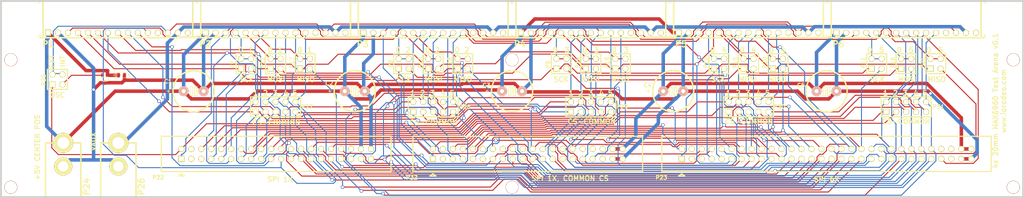
<source format=kicad_pcb>
(kicad_pcb (version 20221018) (generator pcbnew)
  (layers (0 "F.Cu" signal) (31 "B.Cu" signal) (34 "B.Paste" user) (35 "F.Paste" user) (36 "B.SilkS" user) (37 "F.SilkS" user) (38 "B.Mask" user) (39 "F.Mask" user) (44 "Edge.Cuts" user))
  (net 0 "")
  (net 1 "+3.3V")
  (net 2 "/CLK_0")
  (net 3 "/CLK_1")
  (net 4 "/CLK_11")
  (net 5 "/CLK_2")
  (net 6 "/CLK_22")
  (net 7 "/CLK_3")
  (net 8 "/CLK_33")
  (net 9 "/CLK_4")
  (net 10 "/CLK_44")
  (net 11 "/CLK_5")
  (net 12 "/CLK_55")
  (net 13 "/CS1_0")
  (net 14 "/CS1_1")
  (net 15 "/CS1_2")
  (net 16 "/CS1_3")
  (net 17 "/CS1_4")
  (net 18 "/CS1_5")
  (net 19 "/CS2_0")
  (net 20 "/CS2_1")
  (net 21 "/CS2_2")
  (net 22 "/CS2_3")
  (net 23 "/CS2_4")
  (net 24 "/CS2_5")
  (net 25 "/CS3_0")
  (net 26 "/CS3_1")
  (net 27 "/CS3_2")
  (net 28 "/CS3_3")
  (net 29 "/CS3_4")
  (net 30 "/CS3_5")
  (net 31 "/CS4_0")
  (net 32 "/CS4_1")
  (net 33 "/CS4_2")
  (net 34 "/CS4_3")
  (net 35 "/CS4_4")
  (net 36 "/CS4_5")
  (net 37 "/CS5_0")
  (net 38 "/CS5_1")
  (net 39 "/CS5_2")
  (net 40 "/CS5_3")
  (net 41 "/CS5_4")
  (net 42 "/CS5_5")
  (net 43 "/MISO_0")
  (net 44 "/MISO_1")
  (net 45 "/MISO_11")
  (net 46 "/MISO_2")
  (net 47 "/MISO_22")
  (net 48 "/MISO_3")
  (net 49 "/MISO_33")
  (net 50 "/MISO_4")
  (net 51 "/MISO_44")
  (net 52 "/MISO_5")
  (net 53 "/MISO_55")
  (net 54 "/MOSI_0")
  (net 55 "/MOSI_1")
  (net 56 "/MOSI_11")
  (net 57 "/MOSI_2")
  (net 58 "/MOSI_22")
  (net 59 "/MOSI_3")
  (net 60 "/MOSI_33")
  (net 61 "/MOSI_4")
  (net 62 "/MOSI_44")
  (net 63 "/MOSI_5")
  (net 64 "/MOSI_55")
  (net 65 "/OSC")
  (net 66 "/OSC_EXT")
  (net 67 "/OSC_INT")
  (net 68 "/RST")
  (net 69 "/VAUX")
  (net 70 "GND")
  (net 71 "N-00000100")
  (net 72 "N-00000101")
  (net 73 "N-00000102")
  (net 74 "N-000002")
  (net 75 "N-0000023")
  (net 76 "N-0000024")
  (net 77 "N-0000025")
  (net 78 "N-0000026")
  (net 79 "N-0000027")
  (net 80 "N-0000028")
  (net 81 "N-000003")
  (net 82 "N-000004")
  (net 83 "N-000005")
  (net 84 "N-0000057")
  (net 85 "N-0000058")
  (net 86 "N-0000059")
  (net 87 "N-000006")
  (net 88 "N-0000060")
  (net 89 "N-0000061")
  (net 90 "N-0000062")
  (net 91 "N-000007")
  (net 92 "N-0000072")
  (net 93 "N-0000073")
  (net 94 "N-0000074")
  (net 95 "N-0000075")
  (net 96 "N-0000076")
  (net 97 "N-0000084")
  (net 98 "N-0000085")
  (net 99 "N-0000086")
  (net 100 "N-0000087")
  (net 101 "N-0000088")
  (net 102 "N-0000089")
  (footprint "Capacitor_Polarized" (layer "F.Cu") (at 89 73)
    (fp_text reference "C1")
    (fp_text value "10uF" hide)
  )
  (footprint "Capacitor_Polarized" (layer "F.Cu") (at 130 73)
    (fp_text reference "C2")
    (fp_text value "10uF" hide)
  )
  (footprint "Capacitor_Polarized" (layer "F.Cu") (at 170 73)
    (fp_text reference "C3")
    (fp_text value "10uF" hide)
  )
  (footprint "Capacitor_Polarized" (layer "F.Cu") (at 211 73)
    (fp_text reference "C4")
    (fp_text value "10uF" hide)
  )
  (footprint "Capacitor_Polarized" (layer "F.Cu") (at 250 73)
    (fp_text reference "C5")
    (fp_text value "10uF" hide)
  )
  (footprint "HEADER_TOP" (layer "F.Cu") (at 69.75 58.1)
    (fp_text reference "P1")
    (fp_text value "CONN15" hide)
  )
  (footprint "HEADER_TOP" (layer "F.Cu") (at 109.85 58.1)
    (fp_text reference "P2")
    (fp_text value "CONN15" hide)
  )
  (footprint "HEADER_TOP" (layer "F.Cu") (at 149.95 58.1)
    (fp_text reference "P3")
    (fp_text value "CONN15" hide)
  )
  (footprint "HEADER_TOP" (layer "F.Cu") (at 190.05 58.1)
    (fp_text reference "P4")
    (fp_text value "CONN15" hide)
  )
  (footprint "HEADER_TOP" (layer "F.Cu") (at 230.15 58.1)
    (fp_text reference "P5")
    (fp_text value "CONN15" hide)
  )
  (footprint "HEADER_TOP" (layer "F.Cu") (at 270.25 58.1)
    (fp_text reference "P6")
    (fp_text value "CONN15" hide)
  )
  (footprint "PIN_ARRAY_2X2" (layer "F.Cu") (at 102.35 66)
    (fp_text reference "P7")
    (fp_text value "CONN_2X2" hide)
  )
  (footprint "PIN_ARRAY_2X2" (layer "F.Cu") (at 142.45 66)
    (fp_text reference "P8")
    (fp_text value "CONN_2X2" hide)
  )
  (footprint "PIN_ARRAY_2X2" (layer "F.Cu") (at 182.55 66)
    (fp_text reference "P9")
    (fp_text value "CONN_2X2" hide)
  )
  (footprint "PIN_ARRAY_2X2" (layer "F.Cu") (at 222.65 66)
    (fp_text reference "P10")
    (fp_text value "CONN_2X2" hide)
  )
  (footprint "PIN_ARRAY_2X2" (layer "F.Cu") (at 262.75 66)
    (fp_text reference "P11")
    (fp_text value "CONN_2X2" hide)
  )
  (footprint "PIN_ARRAY_2X2" (layer "F.Cu") (at 109.85 66)
    (fp_text reference "P12")
    (fp_text value "CONN_2X2" hide)
  )
  (footprint "PIN_ARRAY_2X2" (layer "F.Cu") (at 149.95 66)
    (fp_text reference "P13")
    (fp_text value "CONN_2X2" hide)
  )
  (footprint "PIN_ARRAY_2X2" (layer "F.Cu") (at 190.05 66)
    (fp_text reference "P14")
    (fp_text value "CONN_2X2" hide)
  )
  (footprint "PIN_ARRAY_2X2" (layer "F.Cu") (at 230.15 66)
    (fp_text reference "P15")
    (fp_text value "CONN_2X2" hide)
  )
  (footprint "PIN_ARRAY_2X2" (layer "F.Cu") (at 270.25 66)
    (fp_text reference "P16")
    (fp_text value "CONN_2X2" hide)
  )
  (footprint "PIN_ARRAY_2X2" (layer "F.Cu") (at 117.35 66)
    (fp_text reference "P17")
    (fp_text value "CONN_2X2" hide)
  )
  (footprint "PIN_ARRAY_2X2" (layer "F.Cu") (at 157.45 66)
    (fp_text reference "P18")
    (fp_text value "CONN_2X2" hide)
  )
  (footprint "PIN_ARRAY_2X2" (layer "F.Cu") (at 197.55 66)
    (fp_text reference "P19")
    (fp_text value "CONN_2X2" hide)
  )
  (footprint "PIN_ARRAY_2X2" (layer "F.Cu") (at 237.65 66)
    (fp_text reference "P20")
    (fp_text value "CONN_2X2" hide)
  )
  (footprint "PIN_ARRAY_2X2" (layer "F.Cu") (at 277.75 66)
    (fp_text reference "P21")
    (fp_text value "CONN_2X2" hide)
  )
  (footprint "PIN_ARRAY_SHRD_20X2" (layer "F.Cu") (at 110 89)
    (fp_text reference "P22")
    (fp_text value "CONN_20X2" hide)
  )
  (footprint "PIN_ARRAY_SHRD_30X2" (layer "F.Cu") (at 250 89)
    (fp_text reference "P23")
    (fp_text value "CONN_30X2" hide)
  )
  (footprint "DCJACK_2PIN" (layer "F.Cu") (at 55.8292 86.2 -90)
    (fp_text reference "P24")
    (fp_text value "CONN_2" hide)
  )
  (footprint "MOUNT_HOLE_4_40" (layer "F.Cu") (at 297.5 65)
    (fp_text reference "M3" hide)
    (fp_text value "VAL**" hide)
  )
  (footprint "MOUNT_HOLE_4_40" (layer "F.Cu") (at 43 95)
    (fp_text reference "M6" hide)
    (fp_text value "VAL**" hide)
  )
  (footprint "MOUNT_HOLE_4_40" (layer "F.Cu") (at 297.5 97.5)
    (fp_text reference "M4" hide)
    (fp_text value "VAL**" hide)
  )
  (footprint "MOUNT_HOLE_4_40" (layer "F.Cu") (at 170 65)
    (fp_text reference "M2" hide)
    (fp_text value "VAL**" hide)
  )
  (footprint "MOUNT_HOLE_4_40" (layer "F.Cu") (at 170 97.5)
    (fp_text reference "M5" hide)
    (fp_text value "VAL**" hide)
  )
  (footprint "MOUNT_HOLE_4_40" (layer "F.Cu") (at 42.5 65)
    (fp_text reference "M1" hide)
    (fp_text value "VAL**" hide)
  )
  (footprint "SM0603_Capa" (layer "F.Cu") (at 70.6628 68.9356)
    (fp_text reference "C6")
    (fp_text value "0.1uF")
  )
  (footprint "PIN_ARRAY_2X2" (layer "F.Cu") (at 54.356 70)
    (fp_text reference "P25")
    (fp_text value "CONN_2X2" hide)
  )
  (footprint "DCJACK_2PIN" (layer "F.Cu") (at 69.85 86.2 -90)
    (fp_text reference "P26")
    (fp_text value "CONN_2" hide)
  )
  (footprint "SOT323" (layer "F.Cu") (at 66.4464 69.9008)
    (fp_text reference "U1")
    (fp_text value "MAX7375" hide)
  )
  (footprint "PIN_ARRAY_5x2" (layer "F.Cu") (at 109.85 77)
    (fp_text reference "P27")
    (fp_text value "CONN_5X2" hide)
  )
  (footprint "PIN_ARRAY_5x2" (layer "F.Cu") (at 149.95 77)
    (fp_text reference "P28")
    (fp_text value "CONN_5X2" hide)
  )
  (footprint "PIN_ARRAY_5x2" (layer "F.Cu") (at 190.05 77)
    (fp_text reference "P29")
    (fp_text value "CONN_5X2" hide)
  )
  (footprint "PIN_ARRAY_5x2" (layer "F.Cu") (at 230.15 77)
    (fp_text reference "P30")
    (fp_text value "CONN_5X2" hide)
  )
  (footprint "PIN_ARRAY_5x2" (layer "F.Cu") (at 270.25 77)
    (fp_text reference "P31")
    (fp_text value "CONN_5X2" hide)
  )
  (footprint "PIN_ARRAY_SHRD_20X2" (layer "F.Cu") (at 174 89)
    (fp_text reference "P32")
    (fp_text value "CONN_20X2" hide)
  )
  (gr_line (start 40 50) (end 300 50) (stroke (width 0.5)) (layer "Edge.Cuts"))
  (gr_line (start 40 100) (end 300 100) (stroke (width 0.5)) (layer "Edge.Cuts"))
  (gr_line (start 300 50) (end 300 100) (stroke (width 0.5)) (layer "Edge.Cuts"))
  (gr_line (start 40 50) (end 40 100) (stroke (width 0.5)) (layer "Edge.Cuts"))
  (gr_text "1" (at 103.5 62.5) (layer "F.SilkS") (effects (font (size 1.27 1.27) (thickness 0.254))))
  (gr_text "1" (at 111 62.5) (layer "F.SilkS") (effects (font (size 1.27 1.27) (thickness 0.254))))
  (gr_text "0" (at 108.5 62.5) (layer "F.SilkS") (effects (font (size 1.27 1.27) (thickness 0.254))))
  (gr_text "0" (at 116 62.5) (layer "F.SilkS") (effects (font (size 1.27 1.27) (thickness 0.254))))
  (gr_text "1" (at 118.5 62.5) (layer "F.SilkS") (effects (font (size 1.27 1.27) (thickness 0.254))))
  (gr_text "MISO" (at 117.5 70) (layer "F.SilkS") (effects (font (size 1.27 1.27) (thickness 0.254))))
  (gr_text "MOSI" (at 110 70) (layer "F.SilkS") (effects (font (size 1.27 1.27) (thickness 0.254))))
  (gr_text "SCK" (at 102.5 70) (layer "F.SilkS") (effects (font (size 1.27 1.27) (thickness 0.254))))
  (gr_text "2" (at 158.5 62.5) (layer "F.SilkS") (effects (font (size 1.27 1.27) (thickness 0.254))))
  (gr_text "0" (at 156 62.5) (layer "F.SilkS") (effects (font (size 1.27 1.27) (thickness 0.254))))
  (gr_text "0" (at 148.5 62.5) (layer "F.SilkS") (effects (font (size 1.27 1.27) (thickness 0.254))))
  (gr_text "2" (at 151 62.5) (layer "F.SilkS") (effects (font (size 1.27 1.27) (thickness 0.254))))
  (gr_text "2" (at 143.5 62.5) (layer "F.SilkS") (effects (font (size 1.27 1.27) (thickness 0.254))))
  (gr_text "0" (at 141 62.5) (layer "F.SilkS") (effects (font (size 1.27 1.27) (thickness 0.254))))
  (gr_text "MISO" (at 278 70) (layer "F.SilkS") (effects (font (size 1.27 1.27) (thickness 0.254))))
  (gr_text "MOSI" (at 270.5 70) (layer "F.SilkS") (effects (font (size 1.27 1.27) (thickness 0.254))))
  (gr_text "SCK" (at 263 70) (layer "F.SilkS") (effects (font (size 1.27 1.27) (thickness 0.254))))
  (gr_text "SCK" (at 182.5 70) (layer "F.SilkS") (effects (font (size 1.27 1.27) (thickness 0.254))))
  (gr_text "MOSI" (at 190 70) (layer "F.SilkS") (effects (font (size 1.27 1.27) (thickness 0.254))))
  (gr_text "MISO" (at 197.5 70) (layer "F.SilkS") (effects (font (size 1.27 1.27) (thickness 0.254))))
  (gr_text "0" (at 181 62.5) (layer "F.SilkS") (effects (font (size 1.27 1.27) (thickness 0.254))))
  (gr_text "3" (at 184 62.5) (layer "F.SilkS") (effects (font (size 1.27 1.27) (thickness 0.254))))
  (gr_text "3" (at 191.5 62.5) (layer "F.SilkS") (effects (font (size 1.27 1.27) (thickness 0.254))))
  (gr_text "0" (at 188.5 62.5) (layer "F.SilkS") (effects (font (size 1.27 1.27) (thickness 0.254))))
  (gr_text "0" (at 196 62.5) (layer "F.SilkS") (effects (font (size 1.27 1.27) (thickness 0.254))))
  (gr_text "3" (at 199 62.5) (layer "F.SilkS") (effects (font (size 1.27 1.27) (thickness 0.254))))
  (gr_text "4" (at 239 62.5) (layer "F.SilkS") (effects (font (size 1.27 1.27) (thickness 0.254))))
  (gr_text "0" (at 236 62.5) (layer "F.SilkS") (effects (font (size 1.27 1.27) (thickness 0.254))))
  (gr_text "0" (at 228.5 62.5) (layer "F.SilkS") (effects (font (size 1.27 1.27) (thickness 0.254))))
  (gr_text "4" (at 231.5 62.5) (layer "F.SilkS") (effects (font (size 1.27 1.27) (thickness 0.254))))
  (gr_text "4" (at 224 62.5) (layer "F.SilkS") (effects (font (size 1.27 1.27) (thickness 0.254))))
  (gr_text "0" (at 221 62.5) (layer "F.SilkS") (effects (font (size 1.27 1.27) (thickness 0.254))))
  (gr_text "0" (at 261 62.5) (layer "F.SilkS") (effects (font (size 1.27 1.27) (thickness 0.254))))
  (gr_text "5" (at 264 62.5) (layer "F.SilkS") (effects (font (size 1.27 1.27) (thickness 0.254))))
  (gr_text "5" (at 271.5 62.5) (layer "F.SilkS") (effects (font (size 1.27 1.27) (thickness 0.254))))
  (gr_text "0" (at 268.5 62.5) (layer "F.SilkS") (effects (font (size 1.27 1.27) (thickness 0.254))))
  (gr_text "0" (at 276 62.5) (layer "F.SilkS") (effects (font (size 1.27 1.27) (thickness 0.254))))
  (gr_text "5" (at 279 62.5) (layer "F.SilkS") (effects (font (size 1.27 1.27) (thickness 0.254))))
  (gr_text "SCK" (at 142.5 70) (layer "F.SilkS") (effects (font (size 1.27 1.27) (thickness 0.254))))
  (gr_text "MOSI" (at 150 70) (layer "F.SilkS") (effects (font (size 1.27 1.27) (thickness 0.254))))
  (gr_text "MISO" (at 157.5 70) (layer "F.SilkS") (effects (font (size 1.27 1.27) (thickness 0.254))))
  (gr_text "+5V CENTER POS" (at 49.276 87.376 90) (layer "F.SilkS") (effects (font (size 1.27 1.27) (thickness 0.254))))
  (gr_text "SPI 6X" (at 250 95.5) (layer "F.SilkS") (effects (font (size 1.27 1.27) (thickness 0.254))))
  (gr_text "4x 20mm MAX6960 Test Arena v0.1\nwww.iorodeo.com" (at 294 75.5 90) (layer "F.SilkS") (effects (font (size 1.27 1.27) (thickness 0.254))))
  (gr_text "VAUX" (at 63.5 85.852 90) (layer "F.SilkS") (effects (font (size 1.27 1.27) (thickness 0.254))))
  (gr_text "INT" (at 55.7276 65.3796 90) (layer "F.SilkS") (effects (font (size 1.27 1.27) (thickness 0.254))))
  (gr_text "SPI 1X" (at 111 95.5) (layer "F.SilkS") (effects (font (size 1.27 1.27) (thickness 0.254))))
  (gr_text "5" (at 154.75 73.5) (layer "F.SilkS") (effects (font (size 1.27 1.27) (thickness 0.254))))
  (gr_text "4" (at 152.5 73.5) (layer "F.SilkS") (effects (font (size 1.27 1.27) (thickness 0.254))))
  (gr_text "3" (at 149.75 73.5) (layer "F.SilkS") (effects (font (size 1.27 1.27) (thickness 0.254))))
  (gr_text "2" (at 147.25 73.5) (layer "F.SilkS") (effects (font (size 1.27 1.27) (thickness 0.254))))
  (gr_text "1" (at 144.75 73.5) (layer "F.SilkS") (effects (font (size 1.27 1.27) (thickness 0.254))))
  (gr_text "1" (at 185 73.5) (layer "F.SilkS") (effects (font (size 1.27 1.27) (thickness 0.254))))
  (gr_text "2" (at 187.5 73.5) (layer "F.SilkS") (effects (font (size 1.27 1.27) (thickness 0.254))))
  (gr_text "3" (at 190 73.5) (layer "F.SilkS") (effects (font (size 1.27 1.27) (thickness 0.254))))
  (gr_text "4" (at 192.75 73.5) (layer "F.SilkS") (effects (font (size 1.27 1.27) (thickness 0.254))))
  (gr_text "5" (at 195 73.5) (layer "F.SilkS") (effects (font (size 1.27 1.27) (thickness 0.254))))
  (gr_text "5" (at 235 73.5) (layer "F.SilkS") (effects (font (size 1.27 1.27) (thickness 0.254))))
  (gr_text "4" (at 232.75 73.5) (layer "F.SilkS") (effects (font (size 1.27 1.27) (thickness 0.254))))
  (gr_text "3" (at 230 73.5) (layer "F.SilkS") (effects (font (size 1.27 1.27) (thickness 0.254))))
  (gr_text "2" (at 227.5 73.5) (layer "F.SilkS") (effects (font (size 1.27 1.27) (thickness 0.254))))
  (gr_text "1" (at 225 73.5) (layer "F.SilkS") (effects (font (size 1.27 1.27) (thickness 0.254))))
  (gr_text "1" (at 265 73.5) (layer "F.SilkS") (effects (font (size 1.27 1.27) (thickness 0.254))))
  (gr_text "2" (at 267.5 73.5) (layer "F.SilkS") (effects (font (size 1.27 1.27) (thickness 0.254))))
  (gr_text "3" (at 270 73.5) (layer "F.SilkS") (effects (font (size 1.27 1.27) (thickness 0.254))))
  (gr_text "4" (at 272.75 73.5) (layer "F.SilkS") (effects (font (size 1.27 1.27) (thickness 0.254))))
  (gr_text "5" (at 275 73.5) (layer "F.SilkS") (effects (font (size 1.27 1.27) (thickness 0.254))))
  (gr_text "5" (at 114.75 73.5) (layer "F.SilkS") (effects (font (size 1.27 1.27) (thickness 0.254))))
  (gr_text "CS-COMMON" (at 150 81) (layer "F.SilkS") (effects (font (size 1.27 1.27) (thickness 0.254))))
  (gr_text "MISO" (at 237.5 70) (layer "F.SilkS") (effects (font (size 1.27 1.27) (thickness 0.254))))
  (gr_text "CS-COMMON" (at 110 81) (layer "F.SilkS") (effects (font (size 1.27 1.27) (thickness 0.254))))
  (gr_text "2" (at 107.25 73.5) (layer "F.SilkS") (effects (font (size 1.27 1.27) (thickness 0.254))))
  (gr_text "SPI 1X, COMMON CS" (at 184.75 95.25) (layer "F.SilkS") (effects (font (size 1.27 1.27) (thickness 0.254))))
  (gr_text "CS-COMMON" (at 190.25 80.75) (layer "F.SilkS") (effects (font (size 1.27 1.27) (thickness 0.254))))
  (gr_text "1" (at 104.75 73.5) (layer "F.SilkS") (effects (font (size 1.27 1.27) (thickness 0.254))))
  (gr_text "4" (at 112.5 73.5) (layer "F.SilkS") (effects (font (size 1.27 1.27) (thickness 0.254))))
  (gr_text "CS-COMMON" (at 230.25 80.75) (layer "F.SilkS") (effects (font (size 1.27 1.27) (thickness 0.254))))
  (gr_text "OSC" (at 54.356 73.9648) (layer "F.SilkS") (effects (font (size 1.27 1.27) (thickness 0.254))))
  (gr_text "CS-COMMON" (at 270.25 80.75) (layer "F.SilkS") (effects (font (size 1.27 1.27) (thickness 0.254))))
  (gr_text "EXT" (at 52.9844 65.3796 90) (layer "F.SilkS") (effects (font (size 1.27 1.27) (thickness 0.254))))
  (gr_text "0" (at 101 62.5) (layer "F.SilkS") (effects (font (size 1.27 1.27) (thickness 0.254))))
  (gr_text "3" (at 109.75 73.5) (layer "F.SilkS") (effects (font (size 1.27 1.27) (thickness 0.254))))
  (gr_text "SCK" (at 222.5 70) (layer "F.SilkS") (effects (font (size 1.27 1.27) (thickness 0.254))))
  (gr_text "MOSI" (at 230 70) (layer "F.SilkS") (effects (font (size 1.27 1.27) (thickness 0.254))))
  (segment (start 208.46 73) (end 210.4289 71.0311) (width 0.889) (layer "F.Cu") (net 1))
  (segment (start 198.13 87.73) (end 195.59 87.73) (width 0.889) (layer "F.Cu") (net 1))
  (segment (start 105.1011 73) (end 103.1322 74.9689) (width 0.889) (layer "F.Cu") (net 1))
  (segment (start 275.4992 71.0238) (end 284.29 79.8146) (width 0.889) (layer "F.Cu") (net 1))
  (segment (start 127.46 73) (end 105.1011 73) (width 0.889) (layer "F.Cu") (net 1))
  (segment (start 68.8693 68.9508) (end 68.8845 68.9356) (width 0.889) (layer "F.Cu") (net 1))
  (segment (start 69.0292 73) (end 55.8292 86.2) (width 0.889) (layer "F.Cu") (net 1))
  (segment (start 67.0966 68.9508) (end 68.8693 68.9508) (width 0.889) (layer "F.Cu") (net 1))
  (segment (start 136.6712 72.6981) (end 134.4004 74.9689) (width 0.889) (layer "F.Cu") (net 1))
  (segment (start 247.46 73) (end 249.4362 71.0238) (width 0.889) (layer "F.Cu") (net 1))
  (segment (start 69.9008 68.9356) (end 68.8845 68.9356) (width 0.889) (layer "F.Cu") (net 1))
  (segment (start 210.9092 58.1) (end 207.4075 54.5983) (width 0.889) (layer "F.Cu") (net 1))
  (segment (start 134.4004 74.9689) (end 129.4289 74.9689) (width 0.889) (layer "F.Cu") (net 1))
  (segment (start 61.6216 67.7516) (end 51.97 58.1) (width 0.889) (layer "F.Cu") (net 1))
  (segment (start 88.4289 74.9689) (end 86.46 73) (width 0.889) (layer "F.Cu") (net 1))
  (segment (start 129.4289 74.9689) (end 127.46 73) (width 0.889) (layer "F.Cu") (net 1))
  (segment (start 167.1581 72.6981) (end 136.6712 72.6981) (width 0.889) (layer "F.Cu") (net 1))
  (segment (start 86.46 73) (end 69.0292 73) (width 0.889) (layer "F.Cu") (net 1))
  (segment (start 212.37 58.1) (end 210.9092 58.1) (width 0.889) (layer "F.Cu") (net 1))
  (segment (start 284.29 87.73) (end 286.83 87.73) (width 0.889) (layer "F.Cu") (net 1))
  (segment (start 284.29 79.8146) (end 284.29 87.73) (width 0.889) (layer "F.Cu") (net 1))
  (segment (start 210.4289 71.0311) (end 245.4911 71.0311) (width 0.889) (layer "F.Cu") (net 1))
  (segment (start 249.4362 71.0238) (end 275.4992 71.0238) (width 0.889) (layer "F.Cu") (net 1))
  (segment (start 103.1322 74.9689) (end 88.4289 74.9689) (width 0.889) (layer "F.Cu") (net 1))
  (segment (start 207.4075 54.5983) (end 175.7717 54.5983) (width 0.889) (layer "F.Cu") (net 1))
  (segment (start 67.0966 67.7516) (end 61.6216 67.7516) (width 0.889) (layer "F.Cu") (net 1))
  (segment (start 245.4911 71.0311) (end 247.46 73) (width 0.889) (layer "F.Cu") (net 1))
  (segment (start 175.7717 54.5983) (end 172.27 58.1) (width 0.889) (layer "F.Cu") (net 1))
  (segment (start 167.46 73) (end 167.1581 72.6981) (width 0.889) (layer "F.Cu") (net 1))
  (segment (start 67.0966 68.9508) (end 67.0966 67.7516) (width 0.889) (layer "F.Cu") (net 1))
  (segment (start 86.46 63.71) (end 92.07 58.1) (width 0.889) (layer "B.Cu") (net 1))
  (segment (start 127.46 73) (end 131.59 77.13) (width 0.889) (layer "B.Cu") (net 1))
  (segment (start 167.46 73) (end 167.46 64.1882) (width 0.889) (layer "B.Cu") (net 1))
  (segment (start 172.27 58.1) (end 172.27 59.5608) (width 0.889) (layer "B.Cu") (net 1))
  (segment (start 131.59 77.13) (end 131.59 87.73) (width 0.889) (layer "B.Cu") (net 1))
  (segment (start 247.46 73) (end 247.46 63.11) (width 0.889) (layer "B.Cu") (net 1))
  (segment (start 51.6251 59.9057) (end 51.6251 81.9959) (width 0.889) (layer "B.Cu") (net 1))
  (segment (start 167.46 64.1882) (end 172.0874 59.5608) (width 0.889) (layer "B.Cu") (net 1))
  (segment (start 208.46 63.4708) (end 208.46 73) (width 0.889) (layer "B.Cu") (net 1))
  (segment (start 172.0874 59.5608) (end 172.27 59.5608) (width 0.889) (layer "B.Cu") (net 1))
  (segment (start 212.37 58.1) (end 212.37 59.5608) (width 0.889) (layer "B.Cu") (net 1))
  (segment (start 132.17 59.5608) (end 127.46 64.2708) (width 0.889) (layer "B.Cu") (net 1))
  (segment (start 201.4908 84.3692) (end 201.4908 79.9692) (width 0.889) (layer "B.Cu") (net 1))
  (segment (start 198.13 87.73) (end 201.4908 84.3692) (width 0.889) (layer "B.Cu") (net 1))
  (segment (start 51.97 59.5608) (end 51.6251 59.9057) (width 0.889) (layer "B.Cu") (net 1))
  (segment (start 51.6251 81.9959) (end 55.8292 86.2) (width 0.889) (layer "B.Cu") (net 1))
  (segment (start 201.4908 79.9692) (end 208.46 73) (width 0.889) (layer "B.Cu") (net 1))
  (segment (start 132.17 58.1) (end 132.17 59.5608) (width 0.889) (layer "B.Cu") (net 1))
  (segment (start 51.97 58.1) (end 51.97 59.5608) (width 0.889) (layer "B.Cu") (net 1))
  (segment (start 127.46 64.2708) (end 127.46 73) (width 0.889) (layer "B.Cu") (net 1))
  (segment (start 247.46 63.11) (end 252.47 58.1) (width 0.889) (layer "B.Cu") (net 1))
  (segment (start 212.37 59.5608) (end 208.46 63.4708) (width 0.889) (layer "B.Cu") (net 1))
  (segment (start 86.46 73) (end 86.46 63.71) (width 0.889) (layer "B.Cu") (net 1))
  (segment (start 221.38 67.27) (end 222.5233 67.27) (width 0.254) (layer "F.Cu") (net 2))
  (segment (start 68.76 67.27) (end 99.9367 67.27) (width 0.254) (layer "F.Cu") (net 2))
  (segment (start 223.3809 66.1266) (end 229.8272 66.1266) (width 0.254) (layer "F.Cu") (net 2))
  (segment (start 181.28 67.27) (end 182.4233 67.27) (width 0.254) (layer "F.Cu") (net 2))
  (segment (start 101.08 67.27) (end 101.08 68.4133) (width 0.254) (layer "F.Cu") (net 2))
  (segment (start 141.18 67.27) (end 141.18 68.4133) (width 0.254) (layer "F.Cu") (net 2))
  (segment (start 183.3352 66.0723) (end 184.2656 66.0723) (width 0.254) (layer "F.Cu") (net 2))
  (segment (start 221.38 67.27) (end 220.2367 67.27) (width 0.254) (layer "F.Cu") (net 2))
  (segment (start 101.08 67.27) (end 99.9367 67.27) (width 0.254) (layer "F.Cu") (net 2))
  (segment (start 229.8272 66.1266) (end 230.0234 66.3228) (width 0.254) (layer "F.Cu") (net 2))
  (segment (start 230.0234 67.5169) (end 230.9198 68.4133) (width 0.254) (layer "F.Cu") (net 2))
  (segment (start 141.7186 70.0653) (end 177.3414 70.0653) (width 0.254) (layer "F.Cu") (net 2))
  (segment (start 222.5233 66.9842) (end 223.3809 66.1266) (width 0.254) (layer "F.Cu") (net 2))
  (segment (start 177.3414 70.0653) (end 180.1367 67.27) (width 0.254) (layer "F.Cu") (net 2))
  (segment (start 230.9198 68.4133) (end 259.1934 68.4133) (width 0.254) (layer "F.Cu") (net 2))
  (segment (start 230.0234 66.3228) (end 230.0234 67.5169) (width 0.254) (layer "F.Cu") (net 2))
  (segment (start 141.18 68.4133) (end 141.18 69.5267) (width 0.254) (layer "F.Cu") (net 2))
  (segment (start 135.5276 70.2733) (end 135.2249 69.9706) (width 0.254) (layer "F.Cu") (net 2))
  (segment (start 222.5233 67.27) (end 222.5233 66.9842) (width 0.254) (layer "F.Cu") (net 2))
  (segment (start 186.6066 68.4133) (end 219.0934 68.4133) (width 0.254) (layer "F.Cu") (net 2))
  (segment (start 141.18 69.5267) (end 141.7186 70.0653) (width 0.254) (layer "F.Cu") (net 2))
  (segment (start 184.2656 66.0723) (end 186.6066 68.4133) (width 0.254) (layer "F.Cu") (net 2))
  (segment (start 140.4334 70.2733) (end 135.5276 70.2733) (width 0.254) (layer "F.Cu") (net 2))
  (segment (start 59.59 58.1) (end 68.76 67.27) (width 0.254) (layer "F.Cu") (net 2))
  (segment (start 135.2249 69.9706) (end 102.6373 69.9706) (width 0.254) (layer "F.Cu") (net 2))
  (segment (start 259.1934 68.4133) (end 260.3367 67.27) (width 0.254) (layer "F.Cu") (net 2))
  (segment (start 181.28 67.27) (end 180.1367 67.27) (width 0.254) (layer "F.Cu") (net 2))
  (segment (start 219.0934 68.4133) (end 220.2367 67.27) (width 0.254) (layer "F.Cu") (net 2))
  (segment (start 182.4233 66.9842) (end 183.3352 66.0723) (width 0.254) (layer "F.Cu") (net 2))
  (segment (start 102.6373 69.9706) (end 101.08 68.4133) (width 0.254) (layer "F.Cu") (net 2))
  (segment (start 182.4233 67.27) (end 182.4233 66.9842) (width 0.254) (layer "F.Cu") (net 2))
  (segment (start 141.18 69.5267) (end 140.4334 70.2733) (width 0.254) (layer "F.Cu") (net 2))
  (segment (start 261.48 67.27) (end 260.3367 67.27) (width 0.254) (layer "F.Cu") (net 2))
  (segment (start 220.79 90.27) (end 219.6375 89.1175) (width 0.254) (layer "B.Cu") (net 2))
  (segment (start 142.4876 78.9578) (end 142.4876 69.7209) (width 0.254) (layer "B.Cu") (net 2))
  (segment (start 153.5533 88.8733) (end 151.9365 88.8733) (width 0.254) (layer "B.Cu") (net 2))
  (segment (start 143.0674 79.5376) (end 142.4876 78.9578) (width 0.254) (layer "B.Cu") (net 2))
  (segment (start 151.2667 87.5099) (end 143.2944 79.5376) (width 0.254) (layer "B.Cu") (net 2))
  (segment (start 142.4876 69.7209) (end 141.18 68.4133) (width 0.254) (layer "B.Cu") (net 2))
  (segment (start 219.6375 70.1558) (end 221.38 68.4133) (width 0.254) (layer "B.Cu") (net 2))
  (segment (start 141.18 67.27) (end 141.18 68.4133) (width 0.254) (layer "B.Cu") (net 2))
  (segment (start 154.95 90.27) (end 153.5533 88.8733) (width 0.254) (layer "B.Cu") (net 2))
  (segment (start 221.38 67.27) (end 221.38 68.4133) (width 0.254) (layer "B.Cu") (net 2))
  (segment (start 94.76 89) (end 94.76 74.7333) (width 0.254) (layer "B.Cu") (net 2))
  (segment (start 151.9365 88.8733) (end 151.2667 88.2035) (width 0.254) (layer "B.Cu") (net 2))
  (segment (start 143.2944 79.5376) (end 143.0674 79.5376) (width 0.254) (layer "B.Cu") (net 2))
  (segment (start 151.2667 88.2035) (end 151.2667 87.5099) (width 0.254) (layer "B.Cu") (net 2))
  (segment (start 219.6375 89.1175) (end 219.6375 70.1558) (width 0.254) (layer "B.Cu") (net 2))
  (segment (start 93.49 90.27) (end 94.76 89) (width 0.254) (layer "B.Cu") (net 2))
  (segment (start 101.08 67.27) (end 101.08 68.4133) (width 0.254) (layer "B.Cu") (net 2))
  (segment (start 94.76 74.7333) (end 101.08 68.4133) (width 0.254) (layer "B.Cu") (net 2))
  (segment (start 168.92 88.0879) (end 168.0079 89) (width 0.254) (layer "F.Cu") (net 3))
  (segment (start 173.2203 86.5838) (end 169.6857 86.5838) (width 0.254) (layer "F.Cu") (net 3))
  (segment (start 166.38 89) (end 165.11 90.27) (width 0.254) (layer "F.Cu") (net 3))
  (segment (start 180.0367 94.1195) (end 176.54 90.6228) (width 0.254) (layer "F.Cu") (net 3))
  (segment (start 175.792 89.1266) (end 174.986 89.1266) (width 0.254) (layer "F.Cu") (net 3))
  (segment (start 174 88.1406) (end 174 87.3635) (width 0.254) (layer "F.Cu") (net 3))
  (segment (start 176.54 89.8746) (end 175.792 89.1266) (width 0.254) (layer "F.Cu") (net 3))
  (segment (start 174.986 89.1266) (end 174 88.1406) (width 0.254) (layer "F.Cu") (net 3))
  (segment (start 174 87.3635) (end 173.2203 86.5838) (width 0.254) (layer "F.Cu") (net 3))
  (segment (start 105.791 69.441) (end 136.1384 69.441) (width 0.254) (layer "F.Cu") (net 3))
  (segment (start 176.54 90.6228) (end 176.54 89.8746) (width 0.254) (layer "F.Cu") (net 3))
  (segment (start 241.11 90.27) (end 237.2605 94.1195) (width 0.254) (layer "F.Cu") (net 3))
  (segment (start 168.0079 89) (end 166.38 89) (width 0.254) (layer "F.Cu") (net 3))
  (segment (start 169.6857 86.5838) (end 168.92 87.3495) (width 0.254) (layer "F.Cu") (net 3))
  (segment (start 103.62 67.27) (end 105.791 69.441) (width 0.254) (layer "F.Cu") (net 3))
  (segment (start 237.2605 94.1195) (end 180.0367 94.1195) (width 0.254) (layer "F.Cu") (net 3))
  (segment (start 168.92 87.3495) (end 168.92 88.0879) (width 0.254) (layer "F.Cu") (net 3))
  (via (at 136.1384 69.441) (size 0.889) (drill 0.635) (layers "F.Cu" "B.Cu") (net 3))
  (segment (start 148.4114 91.928) (end 163.452 91.928) (width 0.254) (layer "B.Cu") (net 3))
  (segment (start 136.1384 69.441) (end 141.311 74.6136) (width 0.254) (layer "B.Cu") (net 3))
  (segment (start 141.311 74.6136) (end 141.311 84.8276) (width 0.254) (layer "B.Cu") (net 3))
  (segment (start 163.452 91.928) (end 165.11 90.27) (width 0.254) (layer "B.Cu") (net 3))
  (segment (start 141.311 84.8276) (end 148.4114 91.928) (width 0.254) (layer "B.Cu") (net 3))
  (segment (start 99.69 58.1) (end 101.08 59.49) (width 0.254) (layer "B.Cu") (net 4))
  (segment (start 101.08 59.49) (end 101.08 64.73) (width 0.254) (layer "B.Cu") (net 4))
  (segment (start 101.08 64.73) (end 103.62 64.73) (width 0.254) (layer "B.Cu") (net 4))
  (segment (start 156.6888 69.2395) (end 156.4651 69.4632) (width 0.254) (layer "F.Cu") (net 5))
  (segment (start 145.9132 69.4632) (end 143.72 67.27) (width 0.254) (layer "F.Cu") (net 5))
  (segment (start 156.4651 69.4632) (end 145.9132 69.4632) (width 0.254) (layer "F.Cu") (net 5))
  (via (at 156.6888 69.2395) (size 0.889) (drill 0.635) (layers "F.Cu" "B.Cu") (net 5))
  (segment (start 174 89) (end 172.3721 89) (width 0.254) (layer "B.Cu") (net 5))
  (segment (start 235.4687 91.9219) (end 233.9306 93.46) (width 0.254) (layer "B.Cu") (net 5))
  (segment (start 172.3721 89) (end 171.46 88.0879) (width 0.254) (layer "B.Cu") (net 5))
  (segment (start 171.46 88.0879) (end 171.46 86.5515) (width 0.254) (layer "B.Cu") (net 5))
  (segment (start 176.1931 90.27) (end 175.27 90.27) (width 0.254) (layer "B.Cu") (net 5))
  (segment (start 259.7781 91.9219) (end 235.4687 91.9219) (width 0.254) (layer "B.Cu") (net 5))
  (segment (start 175.27 90.27) (end 174 89) (width 0.254) (layer "B.Cu") (net 5))
  (segment (start 156.6888 71.7803) (end 156.6888 69.2395) (width 0.254) (layer "B.Cu") (net 5))
  (segment (start 171.46 86.5515) (end 156.6888 71.7803) (width 0.254) (layer "B.Cu") (net 5))
  (segment (start 233.9306 93.46) (end 179.3831 93.46) (width 0.254) (layer "B.Cu") (net 5))
  (segment (start 179.3831 93.46) (end 176.1931 90.27) (width 0.254) (layer "B.Cu") (net 5))
  (segment (start 261.43 90.27) (end 259.7781 91.9219) (width 0.254) (layer "B.Cu") (net 5))
  (segment (start 139.79 58.1) (end 141.18 59.49) (width 0.254) (layer "B.Cu") (net 6))
  (segment (start 143.72 64.73) (end 141.18 64.73) (width 0.254) (layer "B.Cu") (net 6))
  (segment (start 141.18 59.49) (end 141.18 64.73) (width 0.254) (layer "B.Cu") (net 6))
  (segment (start 190.51 90.27) (end 191.78 89) (width 0.254) (layer "F.Cu") (net 7))
  (segment (start 191.78 89) (end 216.98 89) (width 0.254) (layer "F.Cu") (net 7))
  (segment (start 188.836 72.286) (end 183.82 67.27) (width 0.254) (layer "F.Cu") (net 7))
  (segment (start 216.98 89) (end 218.25 87.73) (width 0.254) (layer "F.Cu") (net 7))
  (segment (start 196.8895 72.286) (end 188.836 72.286) (width 0.254) (layer "F.Cu") (net 7))
  (via (at 196.8895 72.286) (size 0.889) (drill 0.635) (layers "F.Cu" "B.Cu") (net 7))
  (segment (start 194.32 88.0768) (end 194.32 87.3512) (width 0.254) (layer "B.Cu") (net 7))
  (segment (start 190.51 90.27) (end 191.9066 88.8734) (width 0.254) (layer "B.Cu") (net 7))
  (segment (start 197.3561 72.7526) (end 196.8895 72.286) (width 0.254) (layer "B.Cu") (net 7))
  (segment (start 194.32 87.3512) (end 197.3561 84.3151) (width 0.254) (layer "B.Cu") (net 7))
  (segment (start 193.5234 88.8734) (end 194.32 88.0768) (width 0.254) (layer "B.Cu") (net 7))
  (segment (start 197.3561 84.3151) (end 197.3561 72.7526) (width 0.254) (layer "B.Cu") (net 7))
  (segment (start 191.9066 88.8734) (end 193.5234 88.8734) (width 0.254) (layer "B.Cu") (net 7))
  (segment (start 181.28 64.73) (end 183.82 64.73) (width 0.254) (layer "F.Cu") (net 8))
  (segment (start 181.28 59.49) (end 181.28 64.73) (width 0.254) (layer "B.Cu") (net 8))
  (segment (start 179.89 58.1) (end 181.28 59.49) (width 0.254) (layer "B.Cu") (net 8))
  (segment (start 158.8781 86.5171) (end 156.1629 86.5171) (width 0.254) (layer "F.Cu") (net 9))
  (segment (start 223.9571 81.6229) (end 223.1143 82.4657) (width 0.254) (layer "F.Cu") (net 9))
  (segment (start 178.7538 82.6897) (end 162.7055 82.6897) (width 0.254) (layer "F.Cu") (net 9))
  (segment (start 178.9778 82.4657) (end 178.7538 82.6897) (width 0.254) (layer "F.Cu") (net 9))
  (segment (start 223.9571 81.6229) (end 224.4687 82.1345) (width 0.254) (layer "F.Cu") (net 9))
  (segment (start 156.1629 86.5171) (end 154.95 87.73) (width 0.254) (layer "F.Cu") (net 9))
  (segment (start 223.1143 82.4657) (end 178.9778 82.4657) (width 0.254) (layer "F.Cu") (net 9))
  (segment (start 224.4687 82.1345) (end 233.2764 82.1345) (width 0.254) (layer "F.Cu") (net 9))
  (segment (start 162.7055 82.6897) (end 158.8781 86.5171) (width 0.254) (layer "F.Cu") (net 9))
  (via (at 223.9571 81.6229) (size 0.889) (drill 0.635) (layers "F.Cu" "B.Cu") (net 9))
  (via (at 233.2764 82.1345) (size 0.889) (drill 0.635) (layers "F.Cu" "B.Cu") (net 9))
  (segment (start 238.57 87.73) (end 238.57 87.4281) (width 0.254) (layer "B.Cu") (net 9))
  (segment (start 223.92 67.27) (end 223.4117 67.7783) (width 0.254) (layer "B.Cu") (net 9))
  (segment (start 223.4117 67.7783) (end 223.4117 81.0775) (width 0.254) (layer "B.Cu") (net 9))
  (segment (start 223.4117 81.0775) (end 223.9571 81.6229) (width 0.254) (layer "B.Cu") (net 9))
  (segment (start 238.57 87.4281) (end 233.2764 82.1345) (width 0.254) (layer "B.Cu") (net 9))
  (segment (start 219.99 58.1) (end 219.99 63.34) (width 0.254) (layer "B.Cu") (net 10))
  (segment (start 223.92 64.73) (end 221.38 64.73) (width 0.254) (layer "B.Cu") (net 10))
  (segment (start 219.99 63.34) (end 221.38 64.73) (width 0.254) (layer "B.Cu") (net 10))
  (segment (start 258.89 87.73) (end 255.659 84.499) (width 0.254) (layer "F.Cu") (net 11))
  (segment (start 255.659 84.499) (end 180.5383 84.499) (width 0.254) (layer "F.Cu") (net 11))
  (segment (start 165.0441 87.6641) (end 165.11 87.73) (width 0.254) (layer "F.Cu") (net 11))
  (segment (start 180.5383 84.499) (end 180.3144 84.7229) (width 0.254) (layer "F.Cu") (net 11))
  (segment (start 165.0441 85.1726) (end 165.0441 87.6641) (width 0.254) (layer "F.Cu") (net 11))
  (segment (start 180.3144 84.7229) (end 165.4938 84.7229) (width 0.254) (layer "F.Cu") (net 11))
  (segment (start 165.4938 84.7229) (end 165.0441 85.1726) (width 0.254) (layer "F.Cu") (net 11))
  (segment (start 264.02 67.27) (end 258.89 72.4) (width 0.254) (layer "B.Cu") (net 11))
  (segment (start 258.89 72.4) (end 258.89 87.73) (width 0.254) (layer "B.Cu") (net 11))
  (segment (start 260.09 58.1) (end 261.48 59.49) (width 0.254) (layer "B.Cu") (net 12))
  (segment (start 264.02 64.73) (end 261.48 64.73) (width 0.254) (layer "B.Cu") (net 12))
  (segment (start 261.48 59.49) (end 261.48 64.73) (width 0.254) (layer "B.Cu") (net 12))
  (segment (start 158.7717 77.6443) (end 174.6987 77.6443) (width 0.254) (layer "F.Cu") (net 13))
  (segment (start 133.6565 80.5317) (end 134.0573 80.1309) (width 0.254) (layer "F.Cu") (net 13))
  (segment (start 105.9133 78.27) (end 105.9133 78.5558) (width 0.254) (layer "F.Cu") (net 13))
  (segment (start 105.9133 78.5558) (end 107.8892 80.5317) (width 0.254) (layer "F.Cu") (net 13))
  (segment (start 104.77 78.27) (end 105.9133 78.27) (width 0.254) (layer "F.Cu") (net 13))
  (segment (start 146.1761 80.5176) (end 146.6039 80.9454) (width 0.254) (layer "F.Cu") (net 13))
  (segment (start 184.16 88.0768) (end 184.9566 88.8734) (width 0.254) (layer "F.Cu") (net 13))
  (segment (start 182.8728 86.0745) (end 184.16 87.3617) (width 0.254) (layer "F.Cu") (net 13))
  (segment (start 184.9566 88.8734) (end 185.6502 88.8734) (width 0.254) (layer "F.Cu") (net 13))
  (segment (start 134.0573 80.1309) (end 145.7894 80.1309) (width 0.254) (layer "F.Cu") (net 13))
  (segment (start 187.9833 91.9285) (end 226.7515 91.9285) (width 0.254) (layer "F.Cu") (net 13))
  (segment (start 175.27 87.73) (end 176.9255 86.0745) (width 0.254) (layer "F.Cu") (net 13))
  (segment (start 155.4706 80.9454) (end 158.7717 77.6443) (width 0.254) (layer "F.Cu") (net 13))
  (segment (start 80.151 75.5588) (end 82.8622 78.27) (width 0.254) (layer "F.Cu") (net 13))
  (segment (start 261.833 80.4637) (end 228.2294 80.4637) (width 0.254) (layer "F.Cu") (net 13))
  (segment (start 107.8892 80.5317) (end 133.6565 80.5317) (width 0.254) (layer "F.Cu") (net 13))
  (segment (start 265.17 78.27) (end 264.0267 78.27) (width 0.254) (layer "F.Cu") (net 13))
  (segment (start 176.9255 86.0745) (end 182.8728 86.0745) (width 0.254) (layer "F.Cu") (net 13))
  (segment (start 186.5734 90.5186) (end 187.9833 91.9285) (width 0.254) (layer "F.Cu") (net 13))
  (segment (start 145.7894 80.1309) (end 146.1761 80.5176) (width 0.254) (layer "F.Cu") (net 13))
  (segment (start 264.0267 78.27) (end 261.833 80.4637) (width 0.254) (layer "F.Cu") (net 13))
  (segment (start 82.8622 78.27) (end 104.77 78.27) (width 0.254) (layer "F.Cu") (net 13))
  (segment (start 146.6039 80.9454) (end 155.4706 80.9454) (width 0.254) (layer "F.Cu") (net 13))
  (segment (start 226.7515 91.9285) (end 228.41 90.27) (width 0.254) (layer "F.Cu") (net 13))
  (segment (start 185.6502 88.8734) (end 186.5734 89.7966) (width 0.254) (layer "F.Cu") (net 13))
  (segment (start 186.5734 89.7966) (end 186.5734 90.5186) (width 0.254) (layer "F.Cu") (net 13))
  (segment (start 184.16 87.3617) (end 184.16 88.0768) (width 0.254) (layer "F.Cu") (net 13))
  (via (at 174.6987 77.6443) (size 0.889) (drill 0.635) (layers "F.Cu" "B.Cu") (net 13))
  (via (at 80.151 75.5588) (size 0.889) (drill 0.635) (layers "F.Cu" "B.Cu") (net 13))
  (via (at 228.2294 80.4637) (size 0.889) (drill 0.635) (layers "F.Cu" "B.Cu") (net 13))
  (via (at 146.1761 80.5176) (size 0.889) (drill 0.635) (layers "F.Cu" "B.Cu") (net 13))
  (segment (start 144.87 78.27) (end 144.87 79.4133) (width 0.254) (layer "B.Cu") (net 13))
  (segment (start 177.6688 78.27) (end 176.2173 76.8185) (width 0.254) (layer "B.Cu") (net 13))
  (segment (start 174.9019 87.3619) (end 175.27 87.73) (width 0.254) (layer "B.Cu") (net 13))
  (segment (start 146.1761 80.5176) (end 145.0718 79.4133) (width 0.254) (layer "B.Cu") (net 13))
  (segment (start 227.1749 81.5182) (end 227.1749 89.0349) (width 0.254) (layer "B.Cu") (net 13))
  (segment (start 174.9019 77.6443) (end 174.6987 77.6443) (width 0.254) (layer "B.Cu") (net 13))
  (segment (start 176.2173 76.8185) (end 175.5332 76.8185) (width 0.254) (layer "B.Cu") (net 13))
  (segment (start 174.9019 77.6443) (end 174.9019 87.3619) (width 0.254) (layer "B.Cu") (net 13))
  (segment (start 227.1749 89.0349) (end 228.41 90.27) (width 0.254) (layer "B.Cu") (net 13))
  (segment (start 227.1749 81.5182) (end 228.2294 80.4637) (width 0.254) (layer "B.Cu") (net 13))
  (segment (start 183.8267 78.27) (end 177.6688 78.27) (width 0.254) (layer "B.Cu") (net 13))
  (segment (start 145.0718 79.4133) (end 144.87 79.4133) (width 0.254) (layer "B.Cu") (net 13))
  (segment (start 225.07 78.27) (end 225.07 79.4133) (width 0.254) (layer "B.Cu") (net 13))
  (segment (start 67.21 58.1) (end 67.21 62.6178) (width 0.254) (layer "B.Cu") (net 13))
  (segment (start 102.38 81.8033) (end 102.38 89) (width 0.254) (layer "B.Cu") (net 13))
  (segment (start 104.77 79.4133) (end 102.38 81.8033) (width 0.254) (layer "B.Cu") (net 13))
  (segment (start 104.77 78.27) (end 104.77 79.4133) (width 0.254) (layer "B.Cu") (net 13))
  (segment (start 67.21 62.6178) (end 80.151 75.5588) (width 0.254) (layer "B.Cu") (net 13))
  (segment (start 175.5332 76.8185) (end 174.9019 77.4498) (width 0.254) (layer "B.Cu") (net 13))
  (segment (start 225.07 79.4133) (end 227.1749 81.5182) (width 0.254) (layer "B.Cu") (net 13))
  (segment (start 102.38 89) (end 101.11 90.27) (width 0.254) (layer "B.Cu") (net 13))
  (segment (start 184.97 78.27) (end 183.8267 78.27) (width 0.254) (layer "B.Cu") (net 13))
  (segment (start 174.9019 77.4498) (end 174.9019 77.6443) (width 0.254) (layer "B.Cu") (net 13))
  (segment (start 113.81 90.27) (end 114.9534 89.1266) (width 0.254) (layer "F.Cu") (net 14))
  (segment (start 166.1314 92.9243) (end 173.6906 92.9243) (width 0.254) (layer "F.Cu") (net 14))
  (segment (start 165.4489 93.6068) (end 166.1314 92.9243) (width 0.254) (layer "F.Cu") (net 14))
  (segment (start 176.919 96.1527) (end 242.8473 96.1527) (width 0.254) (layer "F.Cu") (net 14))
  (segment (start 120.518 93.6068) (end 165.4489 93.6068) (width 0.254) (layer "F.Cu") (net 14))
  (segment (start 242.8473 96.1527) (end 248.73 90.27) (width 0.254) (layer "F.Cu") (net 14))
  (segment (start 173.6906 92.9243) (end 176.919 96.1527) (width 0.254) (layer "F.Cu") (net 14))
  (segment (start 117.62 89.9232) (end 117.62 90.7088) (width 0.254) (layer "F.Cu") (net 14))
  (segment (start 116.8234 89.1266) (end 117.62 89.9232) (width 0.254) (layer "F.Cu") (net 14))
  (segment (start 114.9534 89.1266) (end 116.8234 89.1266) (width 0.254) (layer "F.Cu") (net 14))
  (segment (start 117.62 90.7088) (end 120.518 93.6068) (width 0.254) (layer "F.Cu") (net 14))
  (segment (start 99.9281 80.5719) (end 99.9281 90.707) (width 0.254) (layer "B.Cu") (net 14))
  (segment (start 104.6522 60.7578) (end 104.6522 63.8965) (width 0.254) (layer "B.Cu") (net 14))
  (segment (start 100.6544 91.4333) (end 106.6437 91.4333) (width 0.254) (layer "B.Cu") (net 14))
  (segment (start 107.31 58.1) (end 104.6522 60.7578) (width 0.254) (layer "B.Cu") (net 14))
  (segment (start 105.2783 64.5226) (end 105.2783 75.2217) (width 0.254) (layer "B.Cu") (net 14))
  (segment (start 105.2783 75.2217) (end 104.77 75.73) (width 0.254) (layer "B.Cu") (net 14))
  (segment (start 107.3334 89.9859) (end 108.232 89.0873) (width 0.254) (layer "B.Cu") (net 14))
  (segment (start 104.77 75.73) (end 99.9281 80.5719) (width 0.254) (layer "B.Cu") (net 14))
  (segment (start 107.3334 90.7436) (end 107.3334 89.9859) (width 0.254) (layer "B.Cu") (net 14))
  (segment (start 104.6522 63.8965) (end 105.2783 64.5226) (width 0.254) (layer "B.Cu") (net 14))
  (segment (start 106.6437 91.4333) (end 107.3334 90.7436) (width 0.254) (layer "B.Cu") (net 14))
  (segment (start 108.232 89.0873) (end 112.6273 89.0873) (width 0.254) (layer "B.Cu") (net 14))
  (segment (start 112.6273 89.0873) (end 113.81 90.27) (width 0.254) (layer "B.Cu") (net 14))
  (segment (start 99.9281 90.707) (end 100.6544 91.4333) (width 0.254) (layer "B.Cu") (net 14))
  (segment (start 144.87 75.73) (end 142.0209 75.73) (width 0.254) (layer "F.Cu") (net 15))
  (segment (start 140.0782 77.6727) (end 130.1418 77.6727) (width 0.254) (layer "F.Cu") (net 15))
  (segment (start 137.6234 99.5334) (end 259.7866 99.5334) (width 0.254) (layer "F.Cu") (net 15))
  (segment (start 137.2114 99.1214) (end 137.6234 99.5334) (width 0.254) (layer "F.Cu") (net 15))
  (segment (start 142.0209 75.73) (end 140.0782 77.6727) (width 0.254) (layer "F.Cu") (net 15))
  (segment (start 259.7866 99.5334) (end 269.05 90.27) (width 0.254) (layer "F.Cu") (net 15))
  (via (at 130.1418 77.6727) (size 0.889) (drill 0.635) (layers "F.Cu" "B.Cu") (net 15))
  (via (at 137.2114 99.1214) (size 0.889) (drill 0.635) (layers "F.Cu" "B.Cu") (net 15))
  (segment (start 127.7577 89.0223) (end 126.6121 90.1679) (width 0.254) (layer "B.Cu") (net 15))
  (segment (start 126.6121 90.1679) (end 135.5656 99.1214) (width 0.254) (layer "B.Cu") (net 15))
  (segment (start 144.87 60.64) (end 147.41 58.1) (width 0.254) (layer "B.Cu") (net 15))
  (segment (start 135.5656 99.1214) (end 137.2114 99.1214) (width 0.254) (layer "B.Cu") (net 15))
  (segment (start 127.7577 80.0568) (end 127.7577 89.0223) (width 0.254) (layer "B.Cu") (net 15))
  (segment (start 130.1418 77.6727) (end 127.7577 80.0568) (width 0.254) (layer "B.Cu") (net 15))
  (segment (start 126.6121 90.1679) (end 126.51 90.27) (width 0.254) (layer "B.Cu") (net 15))
  (segment (start 144.87 75.73) (end 144.87 60.64) (width 0.254) (layer "B.Cu") (net 15))
  (segment (start 176.8158 78.6233) (end 160.2336 78.6233) (width 0.254) (layer "F.Cu") (net 16))
  (segment (start 160.2336 78.6233) (end 156.5298 82.3271) (width 0.254) (layer "F.Cu") (net 16))
  (segment (start 98.8929 82.3271) (end 93.49 87.73) (width 0.254) (layer "F.Cu") (net 16))
  (segment (start 179.7091 75.73) (end 176.8158 78.6233) (width 0.254) (layer "F.Cu") (net 16))
  (segment (start 214.4517 61.203) (end 217.6112 64.3625) (width 0.254) (layer "F.Cu") (net 16))
  (segment (start 156.5298 82.3271) (end 98.8929 82.3271) (width 0.254) (layer "F.Cu") (net 16))
  (segment (start 184.97 75.73) (end 179.7091 75.73) (width 0.254) (layer "F.Cu") (net 16))
  (segment (start 187.51 58.1) (end 190.613 61.203) (width 0.254) (layer "F.Cu") (net 16))
  (segment (start 190.613 61.203) (end 214.4517 61.203) (width 0.254) (layer "F.Cu") (net 16))
  (via (at 217.6112 64.3625) (size 0.889) (drill 0.635) (layers "F.Cu" "B.Cu") (net 16))
  (segment (start 219.3753 66.1266) (end 217.6112 64.3625) (width 0.254) (layer "B.Cu") (net 16))
  (segment (start 222.3272 66.1266) (end 219.3753 66.1266) (width 0.254) (layer "B.Cu") (net 16))
  (segment (start 222.6587 66.4581) (end 222.3272 66.1266) (width 0.254) (layer "B.Cu") (net 16))
  (segment (start 225.87 87.73) (end 222.8501 84.7101) (width 0.254) (layer "B.Cu") (net 16))
  (segment (start 184.97 75.73) (end 184.97 60.64) (width 0.254) (layer "B.Cu") (net 16))
  (segment (start 222.8501 69.4873) (end 222.6587 69.2959) (width 0.254) (layer "B.Cu") (net 16))
  (segment (start 184.97 60.64) (end 187.51 58.1) (width 0.254) (layer "B.Cu") (net 16))
  (segment (start 222.8501 84.7101) (end 222.8501 69.4873) (width 0.254) (layer "B.Cu") (net 16))
  (segment (start 222.6587 69.2959) (end 222.6587 66.4581) (width 0.254) (layer "B.Cu") (net 16))
  (segment (start 230.6527 74.552) (end 231.5466 75.4459) (width 0.254) (layer "F.Cu") (net 17))
  (segment (start 214.6129 78.2751) (end 197.5652 78.2751) (width 0.254) (layer "F.Cu") (net 17))
  (segment (start 231.5466 76.223) (end 232.2429 76.9193) (width 0.254) (layer "F.Cu") (net 17))
  (segment (start 195.4078 80.4325) (end 178.1358 80.4325) (width 0.254) (layer "F.Cu") (net 17))
  (segment (start 197.5652 78.2751) (end 195.4078 80.4325) (width 0.254) (layer "F.Cu") (net 17))
  (segment (start 225.07 75.73) (end 217.158 75.73) (width 0.254) (layer "F.Cu") (net 17))
  (segment (start 225.07 75.73) (end 226.248 74.552) (width 0.254) (layer "F.Cu") (net 17))
  (segment (start 232.2429 76.9193) (end 240.3756 76.9193) (width 0.254) (layer "F.Cu") (net 17))
  (segment (start 226.248 74.552) (end 230.6527 74.552) (width 0.254) (layer "F.Cu") (net 17))
  (segment (start 231.5466 75.4459) (end 231.5466 76.223) (width 0.254) (layer "F.Cu") (net 17))
  (segment (start 109.5597 84.3603) (end 106.19 87.73) (width 0.254) (layer "F.Cu") (net 17))
  (segment (start 161.0756 80.6565) (end 157.3718 84.3603) (width 0.254) (layer "F.Cu") (net 17))
  (segment (start 178.1358 80.4325) (end 177.9118 80.6565) (width 0.254) (layer "F.Cu") (net 17))
  (segment (start 157.3718 84.3603) (end 109.5597 84.3603) (width 0.254) (layer "F.Cu") (net 17))
  (segment (start 177.9118 80.6565) (end 161.0756 80.6565) (width 0.254) (layer "F.Cu") (net 17))
  (segment (start 217.158 75.73) (end 214.6129 78.2751) (width 0.254) (layer "F.Cu") (net 17))
  (via (at 240.3756 76.9193) (size 0.889) (drill 0.635) (layers "F.Cu" "B.Cu") (net 17))
  (segment (start 225.07 60.64) (end 227.61 58.1) (width 0.254) (layer "B.Cu") (net 17))
  (segment (start 225.07 75.73) (end 225.07 60.64) (width 0.254) (layer "B.Cu") (net 17))
  (segment (start 246.19 87.73) (end 240.3756 81.9156) (width 0.254) (layer "B.Cu") (net 17))
  (segment (start 240.3756 81.9156) (end 240.3756 76.9193) (width 0.254) (layer "B.Cu") (net 17))
  (segment (start 180.1039 84.2146) (end 164.4205 84.2146) (width 0.254) (layer "F.Cu") (net 18))
  (segment (start 161.3 87.3351) (end 161.3 88.1387) (width 0.254) (layer "F.Cu") (net 18))
  (segment (start 262.7707 83.9907) (end 180.3278 83.9907) (width 0.254) (layer "F.Cu") (net 18))
  (segment (start 148.9396 88.9001) (end 146.0692 86.0297) (width 0.254) (layer "F.Cu") (net 18))
  (segment (start 164.4205 84.2146) (end 161.3 87.3351) (width 0.254) (layer "F.Cu") (net 18))
  (segment (start 120.5903 86.0297) (end 118.89 87.73) (width 0.254) (layer "F.Cu") (net 18))
  (segment (start 160.5386 88.9001) (end 148.9396 88.9001) (width 0.254) (layer "F.Cu") (net 18))
  (segment (start 146.0692 86.0297) (end 120.5903 86.0297) (width 0.254) (layer "F.Cu") (net 18))
  (segment (start 180.3278 83.9907) (end 180.1039 84.2146) (width 0.254) (layer "F.Cu") (net 18))
  (segment (start 161.3 88.1387) (end 160.5386 88.9001) (width 0.254) (layer "F.Cu") (net 18))
  (segment (start 266.51 87.73) (end 262.7707 83.9907) (width 0.254) (layer "F.Cu") (net 18))
  (segment (start 267.71 58.1) (end 270.1289 60.5189) (width 0.254) (layer "B.Cu") (net 18))
  (segment (start 270.1289 70.7711) (end 265.17 75.73) (width 0.254) (layer "B.Cu") (net 18))
  (segment (start 265.17 75.73) (end 264.0266 76.8734) (width 0.254) (layer "B.Cu") (net 18))
  (segment (start 264.0266 76.8734) (end 264.0266 85.2466) (width 0.254) (layer "B.Cu") (net 18))
  (segment (start 264.0266 85.2466) (end 266.51 87.73) (width 0.254) (layer "B.Cu") (net 18))
  (segment (start 270.1289 60.5189) (end 270.1289 70.7711) (width 0.254) (layer "B.Cu") (net 18))
  (segment (start 264.7783 81.2017) (end 267.71 78.27) (width 0.254) (layer "F.Cu") (net 19))
  (segment (start 178.9571 86.5829) (end 177.81 87.73) (width 0.254) (layer "F.Cu") (net 19))
  (segment (start 231.9845 81.2017) (end 264.7783 81.2017) (width 0.254) (layer "F.Cu") (net 19))
  (segment (start 185.9514 92.4389) (end 184.0334 90.5209) (width 0.254) (layer "F.Cu") (net 19))
  (segment (start 227.3977 80.8261) (end 227.9412 81.3696) (width 0.254) (layer "F.Cu") (net 19))
  (segment (start 227.61 78.27) (end 227.3977 78.4823) (width 0.254) (layer "F.Cu") (net 19))
  (segment (start 85.6968 62.604) (end 85.8874 62.4134) (width 0.254) (layer "F.Cu") (net 19))
  (segment (start 184.0334 90.5209) (end 184.0334 89.7966) (width 0.254) (layer "F.Cu") (net 19))
  (segment (start 147.41 78.27) (end 147.41 79.4165) (width 0.254) (layer "F.Cu") (net 19))
  (segment (start 74.254 62.604) (end 85.6968 62.604) (width 0.254) (layer "F.Cu") (net 19))
  (segment (start 182.5321 89) (end 181.62 88.0879) (width 0.254) (layer "F.Cu") (net 19))
  (segment (start 69.75 58.1) (end 74.254 62.604) (width 0.254) (layer "F.Cu") (net 19))
  (segment (start 147.3114 79.5151) (end 147.41 79.4165) (width 0.254) (layer "F.Cu") (net 19))
  (segment (start 181.62 87.3628) (end 180.8401 86.5829) (width 0.254) (layer "F.Cu") (net 19))
  (segment (start 227.9412 81.3696) (end 231.8166 81.3696) (width 0.254) (layer "F.Cu") (net 19))
  (segment (start 175.0494 76.8185) (end 175.8752 77.6443) (width 0.254) (layer "F.Cu") (net 19))
  (segment (start 104.3369 62.4134) (end 105.478 63.5545) (width 0.254) (layer "F.Cu") (net 19))
  (segment (start 109.0375 79.9975) (end 129.1749 79.9975) (width 0.254) (layer "F.Cu") (net 19))
  (segment (start 184.0334 89.7966) (end 183.2368 89) (width 0.254) (layer "F.Cu") (net 19))
  (segment (start 231.8166 81.3696) (end 231.9845 81.2017) (width 0.254) (layer "F.Cu") (net 19))
  (segment (start 148.4306 80.4371) (end 155.2601 80.4371) (width 0.254) (layer "F.Cu") (net 19))
  (segment (start 183.2368 89) (end 182.5321 89) (width 0.254) (layer "F.Cu") (net 19))
  (segment (start 155.2601 80.4371) (end 158.8787 76.8185) (width 0.254) (layer "F.Cu") (net 19))
  (segment (start 85.8874 62.4134) (end 104.3369 62.4134) (width 0.254) (layer "F.Cu") (net 19))
  (segment (start 147.41 79.4165) (end 148.4306 80.4371) (width 0.254) (layer "F.Cu") (net 19))
  (segment (start 227.3977 78.4823) (end 227.3977 80.8261) (width 0.254) (layer "F.Cu") (net 19))
  (segment (start 228.7811 92.4389) (end 185.9514 92.4389) (width 0.254) (layer "F.Cu") (net 19))
  (segment (start 181.62 88.0879) (end 181.62 87.3628) (width 0.254) (layer "F.Cu") (net 19))
  (segment (start 180.8401 86.5829) (end 178.9571 86.5829) (width 0.254) (layer "F.Cu") (net 19))
  (segment (start 158.8787 76.8185) (end 175.0494 76.8185) (width 0.254) (layer "F.Cu") (net 19))
  (segment (start 107.31 78.27) (end 109.0375 79.9975) (width 0.254) (layer "F.Cu") (net 19))
  (segment (start 230.95 90.27) (end 228.7811 92.4389) (width 0.254) (layer "F.Cu") (net 19))
  (segment (start 129.1749 79.9975) (end 129.6573 79.5151) (width 0.254) (layer "F.Cu") (net 19))
  (segment (start 129.6573 79.5151) (end 147.3114 79.5151) (width 0.254) (layer "F.Cu") (net 19))
  (via (at 105.478 63.5545) (size 0.889) (drill 0.635) (layers "F.Cu" "B.Cu") (net 19))
  (via (at 175.8752 77.6443) (size 0.889) (drill 0.635) (layers "F.Cu" "B.Cu") (net 19))
  (segment (start 107.31 78.27) (end 105.0466 80.5334) (width 0.254) (layer "B.Cu") (net 19))
  (segment (start 105.478 63.5545) (end 106.04 64.1165) (width 0.254) (layer "B.Cu") (net 19))
  (segment (start 227.61 78.27) (end 229.5571 80.2171) (width 0.254) (layer "B.Cu") (net 19))
  (segment (start 181.8855 83.6545) (end 187.27 78.27) (width 0.254) (layer "B.Cu") (net 19))
  (segment (start 181.8855 83.6545) (end 175.8752 77.6443) (width 0.254) (layer "B.Cu") (net 19))
  (segment (start 105.0466 88.8734) (end 103.65 90.27) (width 0.254) (layer "B.Cu") (net 19))
  (segment (start 105.0466 80.5334) (end 105.0466 88.8734) (width 0.254) (layer "B.Cu") (net 19))
  (segment (start 229.5571 80.2171) (end 229.5571 88.8771) (width 0.254) (layer "B.Cu") (net 19))
  (segment (start 181.8855 83.6545) (end 177.81 87.73) (width 0.254) (layer "B.Cu") (net 19))
  (segment (start 187.27 78.27) (end 187.51 78.27) (width 0.254) (layer "B.Cu") (net 19))
  (segment (start 229.5571 88.8771) (end 230.95 90.27) (width 0.254) (layer "B.Cu") (net 19))
  (segment (start 106.04 64.1165) (end 106.04 77) (width 0.254) (layer "B.Cu") (net 19))
  (segment (start 106.04 77) (end 107.31 78.27) (width 0.254) (layer "B.Cu") (net 19))
  (segment (start 173.4801 93.4326) (end 176.7085 96.661) (width 0.254) (layer "F.Cu") (net 20))
  (segment (start 116.35 90.27) (end 120.1951 94.1151) (width 0.254) (layer "F.Cu") (net 20))
  (segment (start 244.879 96.661) (end 251.27 90.27) (width 0.254) (layer "F.Cu") (net 20))
  (segment (start 120.1951 94.1151) (end 165.6594 94.1151) (width 0.254) (layer "F.Cu") (net 20))
  (segment (start 176.7085 96.661) (end 244.879 96.661) (width 0.254) (layer "F.Cu") (net 20))
  (segment (start 166.3419 93.4326) (end 173.4801 93.4326) (width 0.254) (layer "F.Cu") (net 20))
  (segment (start 165.6594 94.1151) (end 166.3419 93.4326) (width 0.254) (layer "F.Cu") (net 20))
  (segment (start 107.7526 75.2874) (end 107.31 75.73) (width 0.254) (layer "B.Cu") (net 20))
  (segment (start 112.5894 86.6632) (end 112.5894 88.162) (width 0.254) (layer "B.Cu") (net 20))
  (segment (start 113.3627 88.9353) (end 115.0153 88.9353) (width 0.254) (layer "B.Cu") (net 20))
  (segment (start 109.85 58.1) (end 109.85 73.19) (width 0.254) (layer "B.Cu") (net 20))
  (segment (start 109.85 73.19) (end 107.7526 75.2874) (width 0.254) (layer "B.Cu") (net 20))
  (segment (start 111.0203 77.8235) (end 111.0203 85.0941) (width 0.254) (layer "B.Cu") (net 20))
  (segment (start 112.5894 88.162) (end 113.3627 88.9353) (width 0.254) (layer "B.Cu") (net 20))
  (segment (start 111.0203 85.0941) (end 112.5894 86.6632) (width 0.254) (layer "B.Cu") (net 20))
  (segment (start 109.5918 77.1266) (end 110.3234 77.1266) (width 0.254) (layer "B.Cu") (net 20))
  (segment (start 107.7526 75.2874) (end 109.5918 77.1266) (width 0.254) (layer "B.Cu") (net 20))
  (segment (start 110.3234 77.1266) (end 111.0203 77.8235) (width 0.254) (layer "B.Cu") (net 20))
  (segment (start 115.0153 88.9353) (end 116.35 90.27) (width 0.254) (layer "B.Cu") (net 20))
  (segment (start 146.2223 74.5423) (end 147.41 75.73) (width 0.254) (layer "F.Cu") (net 21))
  (segment (start 141.4243 74.5423) (end 146.2223 74.5423) (width 0.254) (layer "F.Cu") (net 21))
  (segment (start 139.9609 76.0057) (end 141.4243 74.5423) (width 0.254) (layer "F.Cu") (net 21))
  (via (at 139.9609 76.0057) (size 0.889) (drill 0.635) (layers "F.Cu" "B.Cu") (net 21))
  (segment (start 146.1244 93.4776) (end 139.9609 87.3141) (width 0.254) (layer "B.Cu") (net 21))
  (segment (start 134.4811 89) (end 135.2733 88.2078) (width 0.254) (layer "B.Cu") (net 21))
  (segment (start 130.32 89) (end 134.4811 89) (width 0.254) (layer "B.Cu") (net 21))
  (segment (start 129.05 90.27) (end 130.32 89) (width 0.254) (layer "B.Cu") (net 21))
  (segment (start 139.8793 75.9241) (end 139.9609 76.0057) (width 0.254) (layer "B.Cu") (net 21))
  (segment (start 271.59 90.27) (end 266.3497 95.5103) (width 0.254) (layer "B.Cu") (net 21))
  (segment (start 135.2733 88.2078) (end 135.2733 78.6645) (width 0.254) (layer "B.Cu") (net 21))
  (segment (start 147.41 75.73) (end 147.41 60.64) (width 0.254) (layer "B.Cu") (net 21))
  (segment (start 147.41 60.64) (end 149.95 58.1) (width 0.254) (layer "B.Cu") (net 21))
  (segment (start 266.3497 95.5103) (end 175.1251 95.5103) (width 0.254) (layer "B.Cu") (net 21))
  (segment (start 172.9971 93.3823) (end 167.3797 93.3823) (width 0.254) (layer "B.Cu") (net 21))
  (segment (start 167.3797 93.3823) (end 167.2844 93.4776) (width 0.254) (layer "B.Cu") (net 21))
  (segment (start 138.0137 75.9241) (end 139.8793 75.9241) (width 0.254) (layer "B.Cu") (net 21))
  (segment (start 139.9609 87.3141) (end 139.9609 76.0057) (width 0.254) (layer "B.Cu") (net 21))
  (segment (start 175.1251 95.5103) (end 172.9971 93.3823) (width 0.254) (layer "B.Cu") (net 21))
  (segment (start 135.2733 78.6645) (end 138.0137 75.9241) (width 0.254) (layer "B.Cu") (net 21))
  (segment (start 167.2844 93.4776) (end 146.1244 93.4776) (width 0.254) (layer "B.Cu") (net 21))
  (segment (start 194.0678 86.1507) (end 194.7519 86.1507) (width 0.254) (layer "F.Cu") (net 22))
  (segment (start 160.4441 79.1316) (end 156.7403 82.8354) (width 0.254) (layer "F.Cu") (net 22))
  (segment (start 211.8538 86.659) (end 212.438 86.0748) (width 0.254) (layer "F.Cu") (net 22))
  (segment (start 193.2492 85.3321) (end 194.0678 86.1507) (width 0.254) (layer "F.Cu") (net 22))
  (segment (start 187.51 75.73) (end 186.1134 77.1266) (width 0.254) (layer "F.Cu") (net 22))
  (segment (start 212.438 86.0748) (end 226.7548 86.0748) (width 0.254) (layer "F.Cu") (net 22))
  (segment (start 156.7403 82.8354) (end 100.9246 82.8354) (width 0.254) (layer "F.Cu") (net 22))
  (segment (start 210.5856 86.0748) (end 211.1698 86.659) (width 0.254) (layer "F.Cu") (net 22))
  (segment (start 194.8278 86.0748) (end 210.5856 86.0748) (width 0.254) (layer "F.Cu") (net 22))
  (segment (start 226.7548 86.0748) (end 228.41 87.73) (width 0.254) (layer "F.Cu") (net 22))
  (segment (start 179.0748 77.1266) (end 177.0698 79.1316) (width 0.254) (layer "F.Cu") (net 22))
  (segment (start 177.0698 79.1316) (end 160.4441 79.1316) (width 0.254) (layer "F.Cu") (net 22))
  (segment (start 184.9311 85.3321) (end 193.2492 85.3321) (width 0.254) (layer "F.Cu") (net 22))
  (segment (start 100.9246 82.8354) (end 96.03 87.73) (width 0.254) (layer "F.Cu") (net 22))
  (segment (start 194.7519 86.1507) (end 194.8278 86.0748) (width 0.254) (layer "F.Cu") (net 22))
  (segment (start 211.1698 86.659) (end 211.8538 86.659) (width 0.254) (layer "F.Cu") (net 22))
  (segment (start 186.1134 77.1266) (end 179.0748 77.1266) (width 0.254) (layer "F.Cu") (net 22))
  (via (at 184.9311 85.3321) (size 0.889) (drill 0.635) (layers "F.Cu" "B.Cu") (net 22))
  (segment (start 191.2331 79.0301) (end 184.9311 85.3321) (width 0.254) (layer "B.Cu") (net 22))
  (segment (start 187.51 60.64) (end 187.51 75.73) (width 0.254) (layer "B.Cu") (net 22))
  (segment (start 190.3077 76.8734) (end 191.2331 77.7988) (width 0.254) (layer "B.Cu") (net 22))
  (segment (start 191.2331 77.7988) (end 191.2331 79.0301) (width 0.254) (layer "B.Cu") (net 22))
  (segment (start 190.05 58.1) (end 187.51 60.64) (width 0.254) (layer "B.Cu") (net 22))
  (segment (start 188.6534 76.8734) (end 190.3077 76.8734) (width 0.254) (layer "B.Cu") (net 22))
  (segment (start 187.51 75.73) (end 188.6534 76.8734) (width 0.254) (layer "B.Cu") (net 22))
  (segment (start 226.2134 77.1266) (end 222.9101 77.1266) (width 0.254) (layer "F.Cu") (net 23))
  (segment (start 161.2861 81.1648) (end 157.5823 84.8686) (width 0.254) (layer "F.Cu") (net 23))
  (segment (start 222.9101 77.1266) (end 220.8235 79.2132) (width 0.254) (layer "F.Cu") (net 23))
  (segment (start 178.3463 80.9408) (end 178.1223 81.1648) (width 0.254) (layer "F.Cu") (net 23))
  (segment (start 220.8235 79.2132) (end 197.363 79.2132) (width 0.254) (layer "F.Cu") (net 23))
  (segment (start 197.363 79.2132) (end 195.6354 80.9408) (width 0.254) (layer "F.Cu") (net 23))
  (segment (start 195.6354 80.9408) (end 178.3463 80.9408) (width 0.254) (layer "F.Cu") (net 23))
  (segment (start 178.1223 81.1648) (end 161.2861 81.1648) (width 0.254) (layer "F.Cu") (net 23))
  (segment (start 248.73 87.73) (end 246.5724 85.5724) (width 0.254) (layer "F.Cu") (net 23))
  (segment (start 111.5914 84.8686) (end 108.73 87.73) (width 0.254) (layer "F.Cu") (net 23))
  (segment (start 157.5823 84.8686) (end 111.5914 84.8686) (width 0.254) (layer "F.Cu") (net 23))
  (segment (start 227.61 75.73) (end 226.2134 77.1266) (width 0.254) (layer "F.Cu") (net 23))
  (segment (start 246.5724 85.5724) (end 234.1436 85.5724) (width 0.254) (layer "F.Cu") (net 23))
  (via (at 234.1436 85.5724) (size 0.889) (drill 0.635) (layers "F.Cu" "B.Cu") (net 23))
  (segment (start 230.15 58.1) (end 227.61 60.64) (width 0.254) (layer "B.Cu") (net 23))
  (segment (start 227.61 60.64) (end 227.61 75.73) (width 0.254) (layer "B.Cu") (net 23))
  (segment (start 227.61 75.73) (end 228.8057 76.9257) (width 0.254) (layer "B.Cu") (net 23))
  (segment (start 228.8057 76.9257) (end 230.4862 76.9257) (width 0.254) (layer "B.Cu") (net 23))
  (segment (start 231.8988 79.2998) (end 231.8988 83.3276) (width 0.254) (layer "B.Cu") (net 23))
  (segment (start 230.4862 76.9257) (end 231.42 77.8595) (width 0.254) (layer "B.Cu") (net 23))
  (segment (start 231.8988 83.3276) (end 234.1436 85.5724) (width 0.254) (layer "B.Cu") (net 23))
  (segment (start 231.42 78.821) (end 231.8988 79.2998) (width 0.254) (layer "B.Cu") (net 23))
  (segment (start 231.42 77.8595) (end 231.42 78.821) (width 0.254) (layer "B.Cu") (net 23))
  (segment (start 122.8266 89.1266) (end 126.9834 89.1266) (width 0.254) (layer "F.Cu") (net 24))
  (segment (start 129.0786 91.9472) (end 145.1497 91.9472) (width 0.254) (layer "F.Cu") (net 24))
  (segment (start 127.6534 89.7966) (end 127.6534 90.522) (width 0.254) (layer "F.Cu") (net 24))
  (segment (start 121.43 87.73) (end 122.8266 89.1266) (width 0.254) (layer "F.Cu") (net 24))
  (segment (start 127.6534 90.522) (end 129.0786 91.9472) (width 0.254) (layer "F.Cu") (net 24))
  (segment (start 145.1497 91.9472) (end 145.4817 91.6152) (width 0.254) (layer "F.Cu") (net 24))
  (segment (start 126.9834 89.1266) (end 127.6534 89.7966) (width 0.254) (layer "F.Cu") (net 24))
  (via (at 145.4817 91.6152) (size 0.889) (drill 0.635) (layers "F.Cu" "B.Cu") (net 24))
  (segment (start 272.6708 70.7692) (end 272.6708 60.5208) (width 0.254) (layer "B.Cu") (net 24))
  (segment (start 167.1692 92.874) (end 167.0739 92.9693) (width 0.254) (layer "B.Cu") (net 24))
  (segment (start 167.0739 92.9693) (end 146.8358 92.9693) (width 0.254) (layer "B.Cu") (net 24))
  (segment (start 176.2146 92.874) (end 167.1692 92.874) (width 0.254) (layer "B.Cu") (net 24))
  (segment (start 270.21 90.7321) (end 265.9401 95.002) (width 0.254) (layer "B.Cu") (net 24))
  (segment (start 178.3426 95.002) (end 176.2146 92.874) (width 0.254) (layer "B.Cu") (net 24))
  (segment (start 265.9401 95.002) (end 178.3426 95.002) (width 0.254) (layer "B.Cu") (net 24))
  (segment (start 267.71 75.73) (end 269.05 77.07) (width 0.254) (layer "B.Cu") (net 24))
  (segment (start 270.21 88.89) (end 270.21 90.7321) (width 0.254) (layer "B.Cu") (net 24))
  (segment (start 267.71 75.73) (end 272.6708 70.7692) (width 0.254) (layer "B.Cu") (net 24))
  (segment (start 269.05 77.07) (end 269.05 87.73) (width 0.254) (layer "B.Cu") (net 24))
  (segment (start 272.6708 60.5208) (end 270.25 58.1) (width 0.254) (layer "B.Cu") (net 24))
  (segment (start 146.8358 92.9693) (end 145.4817 91.6152) (width 0.254) (layer "B.Cu") (net 24))
  (segment (start 269.05 87.73) (end 270.21 88.89) (width 0.254) (layer "B.Cu") (net 24))
  (segment (start 188.7691 76.9891) (end 190.05 78.27) (width 0.254) (layer "F.Cu") (net 25))
  (segment (start 142.8136 79.0068) (end 117.0459 79.0068) (width 0.254) (layer "F.Cu") (net 25))
  (segment (start 143.3135 78.5069) (end 142.8136 79.0068) (width 0.254) (layer "F.Cu") (net 25))
  (segment (start 109.85 78.27) (end 108.5095 76.9295) (width 0.254) (layer "F.Cu") (net 25))
  (segment (start 83.5592 76.9295) (end 81.1772 74.5475) (width 0.254) (layer "F.Cu") (net 25))
  (segment (start 174.0385 76.246) (end 175.7039 74.5806) (width 0.254) (layer "F.Cu") (net 25))
  (segment (start 269.0938 77.1138) (end 257.2836 77.1138) (width 0.254) (layer "F.Cu") (net 25))
  (segment (start 155.0496 79.9288) (end 158.7324 76.246) (width 0.254) (layer "F.Cu") (net 25))
  (segment (start 117.0459 79.0068) (end 116.5873 79.4654) (width 0.254) (layer "F.Cu") (net 25))
  (segment (start 175.7039 74.5806) (end 187.9892 74.5806) (width 0.254) (layer "F.Cu") (net 25))
  (segment (start 254.4423 79.9551) (end 231.8351 79.9551) (width 0.254) (layer "F.Cu") (net 25))
  (segment (start 181.62 89) (end 181.62 90.6279) (width 0.254) (layer "F.Cu") (net 25))
  (segment (start 108.5095 76.9295) (end 83.5592 76.9295) (width 0.254) (layer "F.Cu") (net 25))
  (segment (start 230.8127 92.9473) (end 233.49 90.27) (width 0.254) (layer "F.Cu") (net 25))
  (segment (start 180.35 87.73) (end 181.62 89) (width 0.254) (layer "F.Cu") (net 25))
  (segment (start 183.9394 92.9473) (end 230.8127 92.9473) (width 0.254) (layer "F.Cu") (net 25))
  (segment (start 257.2836 77.1138) (end 254.4423 79.9551) (width 0.254) (layer "F.Cu") (net 25))
  (segment (start 116.5873 79.4654) (end 111.0454 79.4654) (width 0.254) (layer "F.Cu") (net 25))
  (segment (start 187.9892 74.5806) (end 188.7691 75.3605) (width 0.254) (layer "F.Cu") (net 25))
  (segment (start 231.8351 79.9551) (end 230.15 78.27) (width 0.254) (layer "F.Cu") (net 25))
  (segment (start 149.95 78.27) (end 151.6088 79.9288) (width 0.254) (layer "F.Cu") (net 25))
  (segment (start 151.6088 79.9288) (end 155.0496 79.9288) (width 0.254) (layer "F.Cu") (net 25))
  (segment (start 181.62 90.6279) (end 183.9394 92.9473) (width 0.254) (layer "F.Cu") (net 25))
  (segment (start 111.0454 79.4654) (end 109.85 78.27) (width 0.254) (layer "F.Cu") (net 25))
  (segment (start 158.7324 76.246) (end 174.0385 76.246) (width 0.254) (layer "F.Cu") (net 25))
  (segment (start 188.7691 75.3605) (end 188.7691 76.9891) (width 0.254) (layer "F.Cu") (net 25))
  (segment (start 270.25 78.27) (end 269.0938 77.1138) (width 0.254) (layer "F.Cu") (net 25))
  (via (at 81.1772 74.5475) (size 0.889) (drill 0.635) (layers "F.Cu" "B.Cu") (net 25))
  (via (at 143.3135 78.5069) (size 0.889) (drill 0.635) (layers "F.Cu" "B.Cu") (net 25))
  (segment (start 180.59 87.73) (end 180.35 87.73) (width 0.254) (layer "B.Cu") (net 25))
  (segment (start 148.8066 77.1266) (end 149.95 78.27) (width 0.254) (layer "B.Cu") (net 25))
  (segment (start 190.05 78.27) (end 180.59 87.73) (width 0.254) (layer "B.Cu") (net 25))
  (segment (start 232.22 85.5594) (end 232.22 89) (width 0.254) (layer "B.Cu") (net 25))
  (segment (start 106.19 90.27) (end 107.5866 88.8734) (width 0.254) (layer "B.Cu") (net 25))
  (segment (start 107.5866 88.8734) (end 107.5866 80.5334) (width 0.254) (layer "B.Cu") (net 25))
  (segment (start 231.3905 79.5105) (end 231.3905 84.7299) (width 0.254) (layer "B.Cu") (net 25))
  (segment (start 230.15 78.27) (end 231.3905 79.5105) (width 0.254) (layer "B.Cu") (net 25))
  (segment (start 81.1772 66.9872) (end 81.1772 74.5475) (width 0.254) (layer "B.Cu") (net 25))
  (segment (start 231.3905 84.7299) (end 232.22 85.5594) (width 0.254) (layer "B.Cu") (net 25))
  (segment (start 143.3135 77.7381) (end 143.925 77.1266) (width 0.254) (layer "B.Cu") (net 25))
  (segment (start 143.3135 78.5069) (end 143.3135 77.7381) (width 0.254) (layer "B.Cu") (net 25))
  (segment (start 143.925 77.1266) (end 148.8066 77.1266) (width 0.254) (layer "B.Cu") (net 25))
  (segment (start 107.5866 80.5334) (end 109.85 78.27) (width 0.254) (layer "B.Cu") (net 25))
  (segment (start 232.22 89) (end 233.49 90.27) (width 0.254) (layer "B.Cu") (net 25))
  (segment (start 72.29 58.1) (end 81.1772 66.9872) (width 0.254) (layer "B.Cu") (net 25))
  (segment (start 124.2602 95.644) (end 165.5681 95.644) (width 0.254) (layer "F.Cu") (net 26))
  (segment (start 246.4024 97.6776) (end 253.81 90.27) (width 0.254) (layer "F.Cu") (net 26))
  (segment (start 172.1993 94.4492) (end 175.4277 97.6776) (width 0.254) (layer "F.Cu") (net 26))
  (segment (start 165.5681 95.644) (end 166.7629 94.4492) (width 0.254) (layer "F.Cu") (net 26))
  (segment (start 166.7629 94.4492) (end 172.1993 94.4492) (width 0.254) (layer "F.Cu") (net 26))
  (segment (start 175.4277 97.6776) (end 246.4024 97.6776) (width 0.254) (layer "F.Cu") (net 26))
  (via (at 124.2602 95.644) (size 0.889) (drill 0.635) (layers "F.Cu" "B.Cu") (net 26))
  (segment (start 110.2946 75.2854) (end 111.8826 76.8734) (width 0.254) (layer "B.Cu") (net 26))
  (segment (start 110.2946 75.2854) (end 109.85 75.73) (width 0.254) (layer "B.Cu") (net 26))
  (segment (start 112.39 58.1) (end 112.39 73.19) (width 0.254) (layer "B.Cu") (net 26))
  (segment (start 118.89 90.27) (end 124.2621 95.6421) (width 0.254) (layer "B.Cu") (net 26))
  (segment (start 112.669 76.8734) (end 113.5668 77.7712) (width 0.254) (layer "B.Cu") (net 26))
  (segment (start 111.8826 76.8734) (end 112.669 76.8734) (width 0.254) (layer "B.Cu") (net 26))
  (segment (start 113.5668 84.7051) (end 115.2066 86.3449) (width 0.254) (layer "B.Cu") (net 26))
  (segment (start 116.0032 89) (end 117.62 89) (width 0.254) (layer "B.Cu") (net 26))
  (segment (start 115.2066 86.3449) (end 115.2066 88.2034) (width 0.254) (layer "B.Cu") (net 26))
  (segment (start 124.2621 95.6421) (end 124.2602 95.644) (width 0.254) (layer "B.Cu") (net 26))
  (segment (start 117.62 89) (end 118.89 90.27) (width 0.254) (layer "B.Cu") (net 26))
  (segment (start 115.2066 88.2034) (end 116.0032 89) (width 0.254) (layer "B.Cu") (net 26))
  (segment (start 113.5668 77.7712) (end 113.5668 84.7051) (width 0.254) (layer "B.Cu") (net 26))
  (segment (start 112.39 73.19) (end 110.2946 75.2854) (width 0.254) (layer "B.Cu") (net 26))
  (segment (start 138.354 76.4357) (end 138.354 76.8097) (width 0.254) (layer "F.Cu") (net 27))
  (segment (start 148.2539 74.0339) (end 140.7558 74.0339) (width 0.254) (layer "F.Cu") (net 27))
  (segment (start 149.95 75.73) (end 148.2539 74.0339) (width 0.254) (layer "F.Cu") (net 27))
  (segment (start 140.7558 74.0339) (end 138.354 76.4357) (width 0.254) (layer "F.Cu") (net 27))
  (via (at 138.354 76.8097) (size 0.889) (drill 0.635) (layers "F.Cu" "B.Cu") (net 27))
  (segment (start 167.7054 94.4942) (end 167.8007 94.3989) (width 0.254) (layer "B.Cu") (net 27))
  (segment (start 137.302 89.5299) (end 139.5353 89.5299) (width 0.254) (layer "B.Cu") (net 27))
  (segment (start 174.4498 96.5269) (end 267.8731 96.5269) (width 0.254) (layer "B.Cu") (net 27))
  (segment (start 132.763 91.443) (end 134.9448 91.443) (width 0.254) (layer "B.Cu") (net 27))
  (segment (start 134.9448 91.443) (end 136.8579 89.5299) (width 0.254) (layer "B.Cu") (net 27))
  (segment (start 139.5353 89.5299) (end 144.4996 94.4942) (width 0.254) (layer "B.Cu") (net 27))
  (segment (start 144.4996 94.4942) (end 167.7054 94.4942) (width 0.254) (layer "B.Cu") (net 27))
  (segment (start 149.95 60.64) (end 152.49 58.1) (width 0.254) (layer "B.Cu") (net 27))
  (segment (start 172.3218 94.3989) (end 174.4498 96.5269) (width 0.254) (layer "B.Cu") (net 27))
  (segment (start 267.8731 96.5269) (end 274.13 90.27) (width 0.254) (layer "B.Cu") (net 27))
  (segment (start 137.302 77.8617) (end 137.302 89.5299) (width 0.254) (layer "B.Cu") (net 27))
  (segment (start 138.354 76.8097) (end 137.302 77.8617) (width 0.254) (layer "B.Cu") (net 27))
  (segment (start 149.95 75.73) (end 149.95 60.64) (width 0.254) (layer "B.Cu") (net 27))
  (segment (start 136.8579 89.5299) (end 137.302 89.5299) (width 0.254) (layer "B.Cu") (net 27))
  (segment (start 131.59 90.27) (end 132.763 91.443) (width 0.254) (layer "B.Cu") (net 27))
  (segment (start 167.8007 94.3989) (end 172.3218 94.3989) (width 0.254) (layer "B.Cu") (net 27))
  (segment (start 224.2409 68.8672) (end 224.1046 69.0035) (width 0.254) (layer "F.Cu") (net 28))
  (segment (start 141.8479 56.9238) (end 158.0566 56.9238) (width 0.254) (layer "F.Cu") (net 28))
  (segment (start 190.4278 69.0035) (end 190.1675 69.2638) (width 0.254) (layer "F.Cu") (net 28))
  (segment (start 116.2 58.5105) (end 117.4681 59.7786) (width 0.254) (layer "F.Cu") (net 28))
  (segment (start 176.8319 60.264) (end 178.62 58.4759) (width 0.254) (layer "F.Cu") (net 28))
  (segment (start 98.3675 57.7973) (end 99.2398 56.925) (width 0.254) (layer "F.Cu") (net 28))
  (segment (start 99.2398 56.925) (end 115.3915 56.925) (width 0.254) (layer "F.Cu") (net 28))
  (segment (start 224.1046 69.0035) (end 190.4278 69.0035) (width 0.254) (layer "F.Cu") (net 28))
  (segment (start 139.759 59.7786) (end 141.06 58.4776) (width 0.254) (layer "F.Cu") (net 28))
  (segment (start 141.06 57.7117) (end 141.8479 56.9238) (width 0.254) (layer "F.Cu") (net 28))
  (segment (start 116.2 57.7335) (end 116.2 58.5105) (width 0.254) (layer "F.Cu") (net 28))
  (segment (start 160.6461 60.264) (end 176.8319 60.264) (width 0.254) (layer "F.Cu") (net 28))
  (segment (start 179.9184 56.4437) (end 190.9337 56.4437) (width 0.254) (layer "F.Cu") (net 28))
  (segment (start 178.62 58.4759) (end 178.62 57.7421) (width 0.254) (layer "F.Cu") (net 28))
  (segment (start 158.0566 56.9238) (end 158.84 57.7072) (width 0.254) (layer "F.Cu") (net 28))
  (segment (start 141.06 58.4776) (end 141.06 57.7117) (width 0.254) (layer "F.Cu") (net 28))
  (segment (start 115.3915 56.925) (end 116.2 57.7335) (width 0.254) (layer "F.Cu") (net 28))
  (segment (start 158.84 58.4579) (end 160.6461 60.264) (width 0.254) (layer "F.Cu") (net 28))
  (segment (start 117.4681 59.7786) (end 139.759 59.7786) (width 0.254) (layer "F.Cu") (net 28))
  (segment (start 178.62 57.7421) (end 179.9184 56.4437) (width 0.254) (layer "F.Cu") (net 28))
  (segment (start 98.3675 59.0136) (end 98.3675 57.7973) (width 0.254) (layer "F.Cu") (net 28))
  (segment (start 190.9337 56.4437) (end 192.59 58.1) (width 0.254) (layer "F.Cu") (net 28))
  (segment (start 158.84 57.7072) (end 158.84 58.4579) (width 0.254) (layer "F.Cu") (net 28))
  (via (at 224.2409 68.8672) (size 0.889) (drill 0.635) (layers "F.Cu" "B.Cu") (net 28))
  (via (at 190.1675 69.2638) (size 0.889) (drill 0.635) (layers "F.Cu" "B.Cu") (net 28))
  (via (at 98.3675 59.0136) (size 0.889) (drill 0.635) (layers "F.Cu" "B.Cu") (net 28))
  (segment (start 98.57 79.8274) (end 104.77 73.6274) (width 0.254) (layer "B.Cu") (net 28))
  (segment (start 223.9201 69.188) (end 223.9201 76.2418) (width 0.254) (layer "B.Cu") (net 28))
  (segment (start 104.77 73.6274) (end 104.77 66.7675) (width 0.254) (layer "B.Cu") (net 28))
  (segment (start 190.1675 60.5225) (end 192.59 58.1) (width 0.254) (layer "B.Cu") (net 28))
  (segment (start 230.8822 80.8232) (end 230.8822 87.6622) (width 0.254) (layer "B.Cu") (net 28))
  (segment (start 100.7295 66) (end 98.3675 63.638) (width 0.254) (layer "B.Cu") (net 28))
  (segment (start 104.0025 66) (end 100.7295 66) (width 0.254) (layer "B.Cu") (net 28))
  (segment (start 104.77 66.7675) (end 104.0025 66) (width 0.254) (layer "B.Cu") (net 28))
  (segment (start 224.2409 68.8672) (end 223.9201 69.188) (width 0.254) (layer "B.Cu") (net 28))
  (segment (start 224.5517 76.8734) (end 227.8421 76.8734) (width 0.254) (layer "B.Cu") (net 28))
  (segment (start 190.1675 69.2638) (end 190.1675 60.5225) (width 0.254) (layer "B.Cu") (net 28))
  (segment (start 190.05 69.3813) (end 190.1675 69.2638) (width 0.254) (layer "B.Cu") (net 28))
  (segment (start 230.8822 87.6622) (end 230.95 87.73) (width 0.254) (layer "B.Cu") (net 28))
  (segment (start 98.3675 63.638) (end 98.3675 59.0136) (width 0.254) (layer "B.Cu") (net 28))
  (segment (start 228.88 78.821) (end 230.8822 80.8232) (width 0.254) (layer "B.Cu") (net 28))
  (segment (start 223.9201 76.2418) (end 224.5517 76.8734) (width 0.254) (layer "B.Cu") (net 28))
  (segment (start 190.05 75.73) (end 190.05 69.3813) (width 0.254) (layer "B.Cu") (net 28))
  (segment (start 227.8421 76.8734) (end 228.88 77.9113) (width 0.254) (layer "B.Cu") (net 28))
  (segment (start 228.88 77.9113) (end 228.88 78.821) (width 0.254) (layer "B.Cu") (net 28))
  (segment (start 98.57 87.73) (end 98.57 79.8274) (width 0.254) (layer "B.Cu") (net 28))
  (segment (start 111.27 87.0616) (end 111.27 87.73) (width 0.254) (layer "F.Cu") (net 29))
  (segment (start 232.69 58.1) (end 236.3647 61.7747) (width 0.254) (layer "F.Cu") (net 29))
  (segment (start 178.3328 81.6731) (end 162.2154 81.6731) (width 0.254) (layer "F.Cu") (net 29))
  (segment (start 195.8459 81.4491) (end 178.5568 81.4491) (width 0.254) (layer "F.Cu") (net 29))
  (segment (start 158.5116 85.3769) (end 112.9547 85.3769) (width 0.254) (layer "F.Cu") (net 29))
  (segment (start 178.5568 81.4491) (end 178.3328 81.6731) (width 0.254) (layer "F.Cu") (net 29))
  (segment (start 236.3647 61.7747) (end 238.128 61.7747) (width 0.254) (layer "F.Cu") (net 29))
  (segment (start 227.0991 77.1264) (end 226.2134 78.0121) (width 0.254) (layer "F.Cu") (net 29))
  (segment (start 197.5735 79.7215) (end 195.8459 81.4491) (width 0.254) (layer "F.Cu") (net 29))
  (segment (start 112.9547 85.3769) (end 111.27 87.0616) (width 0.254) (layer "F.Cu") (net 29))
  (segment (start 228.7536 77.1264) (end 227.0991 77.1264) (width 0.254) (layer "F.Cu") (net 29))
  (segment (start 162.2154 81.6731) (end 158.5116 85.3769) (width 0.254) (layer "F.Cu") (net 29))
  (segment (start 226.2134 78.0121) (end 226.2134 79.2383) (width 0.254) (layer "F.Cu") (net 29))
  (segment (start 225.7302 79.7215) (end 197.5735 79.7215) (width 0.254) (layer "F.Cu") (net 29))
  (segment (start 230.15 75.73) (end 228.7536 77.1264) (width 0.254) (layer "F.Cu") (net 29))
  (segment (start 226.2134 79.2383) (end 225.7302 79.7215) (width 0.254) (layer "F.Cu") (net 29))
  (via (at 238.128 61.7747) (size 0.889) (drill 0.635) (layers "F.Cu" "B.Cu") (net 29))
  (segment (start 257.4934 88.2114) (end 256.8034 88.9014) (width 0.254) (layer "B.Cu") (net 29))
  (segment (start 238.128 61.7747) (end 244.4204 68.0671) (width 0.254) (layer "B.Cu") (net 29))
  (segment (start 244.4204 74.0222) (end 257.4934 87.0952) (width 0.254) (layer "B.Cu") (net 29))
  (segment (start 257.4934 87.0952) (end 257.4934 88.2114) (width 0.254) (layer "B.Cu") (net 29))
  (segment (start 244.4204 68.0671) (end 244.4204 74.0222) (width 0.254) (layer "B.Cu") (net 29))
  (segment (start 230.15 60.64) (end 232.69 58.1) (width 0.254) (layer "B.Cu") (net 29))
  (segment (start 252.4414 88.9014) (end 251.27 87.73) (width 0.254) (layer "B.Cu") (net 29))
  (segment (start 256.8034 88.9014) (end 252.4414 88.9014) (width 0.254) (layer "B.Cu") (net 29))
  (segment (start 230.15 75.73) (end 230.15 60.64) (width 0.254) (layer "B.Cu") (net 29))
  (segment (start 137.8449 86.584) (end 138.1318 86.8709) (width 0.254) (layer "F.Cu") (net 30))
  (segment (start 125.116 86.584) (end 137.8449 86.584) (width 0.254) (layer "F.Cu") (net 30))
  (segment (start 123.97 87.73) (end 125.116 86.584) (width 0.254) (layer "F.Cu") (net 30))
  (via (at 138.1318 86.8709) (size 0.889) (drill 0.635) (layers "F.Cu" "B.Cu") (net 30))
  (segment (start 167.5902 93.8906) (end 167.4949 93.9859) (width 0.254) (layer "B.Cu") (net 30))
  (segment (start 270.25 75.73) (end 271.59 77.07) (width 0.254) (layer "B.Cu") (net 30))
  (segment (start 172.7866 93.8906) (end 167.5902 93.8906) (width 0.254) (layer "B.Cu") (net 30))
  (segment (start 272.75 90.7932) (end 267.5246 96.0186) (width 0.254) (layer "B.Cu") (net 30))
  (segment (start 271.59 87.73) (end 272.75 88.89) (width 0.254) (layer "B.Cu") (net 30))
  (segment (start 145.2468 93.9859) (end 138.1318 86.8709) (width 0.254) (layer "B.Cu") (net 30))
  (segment (start 174.9146 96.0186) (end 172.7866 93.8906) (width 0.254) (layer "B.Cu") (net 30))
  (segment (start 271.59 77.07) (end 271.59 87.73) (width 0.254) (layer "B.Cu") (net 30))
  (segment (start 267.5246 96.0186) (end 174.9146 96.0186) (width 0.254) (layer "B.Cu") (net 30))
  (segment (start 273.1826 72.7974) (end 273.1826 58.4926) (width 0.254) (layer "B.Cu") (net 30))
  (segment (start 270.25 75.73) (end 273.1826 72.7974) (width 0.254) (layer "B.Cu") (net 30))
  (segment (start 167.4949 93.9859) (end 145.2468 93.9859) (width 0.254) (layer "B.Cu") (net 30))
  (segment (start 273.1826 58.4926) (end 272.79 58.1) (width 0.254) (layer "B.Cu") (net 30))
  (segment (start 272.75 88.89) (end 272.75 90.7932) (width 0.254) (layer "B.Cu") (net 30))
  (segment (start 271.52 77) (end 269.8921 77) (width 0.254) (layer "F.Cu") (net 31))
  (segment (start 156.5725 77) (end 153.5523 77) (width 0.254) (layer "F.Cu") (net 31))
  (segment (start 113.66 77) (end 112.39 78.27) (width 0.254) (layer "F.Cu") (net 31))
  (segment (start 112.54 86.9594) (end 112.54 88.0888) (width 0.254) (layer "F.Cu") (net 31))
  (segment (start 268.98 75.3806) (end 268.1545 74.5551) (width 0.254) (layer "F.Cu") (net 31))
  (segment (start 191.1934 76.8734) (end 191.1934 75.1769) (width 0.254) (layer "F.Cu") (net 31))
  (segment (start 191.1934 75.1769) (end 190.0887 74.0722) (width 0.254) (layer "F.Cu") (net 31))
  (segment (start 112.54 88.0888) (end 111.6288 89) (width 0.254) (layer "F.Cu") (net 31))
  (segment (start 152.49 78.0623) (end 152.49 78.27) (width 0.254) (layer "F.Cu") (net 31))
  (segment (start 268.1545 74.5551) (end 258.4047 74.5551) (width 0.254) (layer "F.Cu") (net 31))
  (segment (start 268.98 76.0879) (end 268.98 75.3806) (width 0.254) (layer "F.Cu") (net 31))
  (segment (start 272.79 78.27) (end 271.52 77) (width 0.254) (layer "F.Cu") (net 31))
  (segment (start 192.59 78.27) (end 191.1934 76.8734) (width 0.254) (layer "F.Cu") (net 31))
  (segment (start 258.4047 74.5551) (end 253.513 79.4468) (width 0.254) (layer "F.Cu") (net 31))
  (segment (start 153.5523 77) (end 152.8011 77.7512) (width 0.254) (layer "F.Cu") (net 31))
  (segment (start 152.8011 77.7512) (end 152.49 78.0623) (width 0.254) (layer "F.Cu") (net 31))
  (segment (start 149.3762 73.5255) (end 137.5619 73.5255) (width 0.254) (layer "F.Cu") (net 31))
  (segment (start 152.8011 77.7512) (end 151.0971 76.0472) (width 0.254) (layer "F.Cu") (net 31))
  (segment (start 158.9211 74.6514) (end 156.5725 77) (width 0.254) (layer "F.Cu") (net 31))
  (segment (start 190.0887 74.0722) (end 175.3471 74.0722) (width 0.254) (layer "F.Cu") (net 31))
  (segment (start 253.513 79.4468) (end 233.8668 79.4468) (width 0.254) (layer "F.Cu") (net 31))
  (segment (start 137.5619 73.5255) (end 134.3191 76.7683) (width 0.254) (layer "F.Cu") (net 31))
  (segment (start 129.1892 76.7683) (end 128.9575 77) (width 0.254) (layer "F.Cu") (net 31))
  (segment (start 78.4357 61.7057) (end 74.83 58.1) (width 0.254) (layer "F.Cu") (net 31))
  (segment (start 113.2967 86.2027) (end 112.54 86.9594) (width 0.254) (layer "F.Cu") (net 31))
  (segment (start 134.3191 76.7683) (end 129.1892 76.7683) (width 0.254) (layer "F.Cu") (net 31))
  (segment (start 128.9575 77) (end 113.66 77) (width 0.254) (layer "F.Cu") (net 31))
  (segment (start 174.7679 74.6514) (end 158.9211 74.6514) (width 0.254) (layer "F.Cu") (net 31))
  (segment (start 151.0971 76.0472) (end 151.0971 75.2464) (width 0.254) (layer "F.Cu") (net 31))
  (segment (start 151.0971 75.2464) (end 149.3762 73.5255) (width 0.254) (layer "F.Cu") (net 31))
  (segment (start 233.8668 79.4468) (end 232.69 78.27) (width 0.254) (layer "F.Cu") (net 31))
  (segment (start 111.6288 89) (end 110 89) (width 0.254) (layer "F.Cu") (net 31))
  (segment (start 175.3471 74.0722) (end 174.7679 74.6514) (width 0.254) (layer "F.Cu") (net 31))
  (segment (start 83.5095 61.7057) (end 78.4357 61.7057) (width 0.254) (layer "F.Cu") (net 31))
  (segment (start 110 89) (end 108.73 90.27) (width 0.254) (layer "F.Cu") (net 31))
  (segment (start 269.8921 77) (end 268.98 76.0879) (width 0.254) (layer "F.Cu") (net 31))
  (via (at 113.2967 86.2027) (size 0.889) (drill 0.635) (layers "F.Cu" "B.Cu") (net 31))
  (via (at 83.5095 61.7057) (size 0.889) (drill 0.635) (layers "F.Cu" "B.Cu") (net 31))
  (segment (start 107.009 91.991) (end 85.5155 91.991) (width 0.254) (layer "B.Cu") (net 31))
  (segment (start 234.8781 86.0058) (end 234.8781 89.7359) (width 0.254) (layer "B.Cu") (net 31))
  (segment (start 192.59 78.27) (end 192.59 78.8777) (width 0.254) (layer "B.Cu") (net 31))
  (segment (start 235.2596 90.1174) (end 235.4122 90.27) (width 0.254) (layer "B.Cu") (net 31))
  (segment (start 192.59 78.8777) (end 183.7047 87.763) (width 0.254) (layer "B.Cu") (net 31))
  (segment (start 235.4122 90.27) (end 236.03 90.27) (width 0.254) (layer "B.Cu") (net 31))
  (segment (start 232.4071 82.6203) (end 234.9694 85.1826) (width 0.254) (layer "B.Cu") (net 31))
  (segment (start 232.69 78.27) (end 232.4071 78.5529) (width 0.254) (layer "B.Cu") (net 31))
  (segment (start 182.923 87.763) (end 182.89 87.73) (width 0.254) (layer "B.Cu") (net 31))
  (segment (start 83.5095 89.985) (end 83.5095 61.7057) (width 0.254) (layer "B.Cu") (net 31))
  (segment (start 184.16 90.6172) (end 184.16 88.2183) (width 0.254) (layer "B.Cu") (net 31))
  (segment (start 112.39 78.27) (end 112.39 85.296) (width 0.254) (layer "B.Cu") (net 31))
  (segment (start 183.7047 87.763) (end 182.923 87.763) (width 0.254) (layer "B.Cu") (net 31))
  (segment (start 234.9694 85.1826) (end 234.9694 85.9145) (width 0.254) (layer "B.Cu") (net 31))
  (segment (start 85.5155 91.991) (end 83.5095 89.985) (width 0.254) (layer "B.Cu") (net 31))
  (segment (start 235.2596 90.1174) (end 232.9338 92.4432) (width 0.254) (layer "B.Cu") (net 31))
  (segment (start 232.9338 92.4432) (end 185.986 92.4432) (width 0.254) (layer "B.Cu") (net 31))
  (segment (start 185.986 92.4432) (end 184.16 90.6172) (width 0.254) (layer "B.Cu") (net 31))
  (segment (start 108.73 90.27) (end 107.009 91.991) (width 0.254) (layer "B.Cu") (net 31))
  (segment (start 112.39 85.296) (end 113.2967 86.2027) (width 0.254) (layer "B.Cu") (net 31))
  (segment (start 184.16 88.2183) (end 183.7047 87.763) (width 0.254) (layer "B.Cu") (net 31))
  (segment (start 232.4071 78.5529) (end 232.4071 82.6203) (width 0.254) (layer "B.Cu") (net 31))
  (segment (start 234.9694 85.9145) (end 234.8781 86.0058) (width 0.254) (layer "B.Cu") (net 31))
  (segment (start 234.8781 89.7359) (end 235.2596 90.1174) (width 0.254) (layer "B.Cu") (net 31))
  (segment (start 166.9735 94.9575) (end 171.9888 94.9575) (width 0.254) (layer "F.Cu") (net 32))
  (segment (start 248.4341 98.1859) (end 256.35 90.27) (width 0.254) (layer "F.Cu") (net 32))
  (segment (start 164.4752 97.4558) (end 166.9735 94.9575) (width 0.254) (layer "F.Cu") (net 32))
  (segment (start 126.8831 97.4558) (end 164.4752 97.4558) (width 0.254) (layer "F.Cu") (net 32))
  (segment (start 171.9888 94.9575) (end 175.2172 98.1859) (width 0.254) (layer "F.Cu") (net 32))
  (segment (start 175.2172 98.1859) (end 248.4341 98.1859) (width 0.254) (layer "F.Cu") (net 32))
  (via (at 126.8831 97.4558) (size 0.889) (drill 0.635) (layers "F.Cu" "B.Cu") (net 32))
  (segment (start 112.8424 75.2776) (end 112.39 75.73) (width 0.254) (layer "B.Cu") (net 32))
  (segment (start 117.7892 80.1464) (end 117.7892 80.8651) (width 0.254) (layer "B.Cu") (net 32))
  (segment (start 117.1912 79.5484) (end 117.7892 80.1464) (width 0.254) (layer "B.Cu") (net 32))
  (segment (start 114.0471 70.8262) (end 114.1101 70.7632) (width 0.254) (layer "B.Cu") (net 32))
  (segment (start 120.0334 83.1093) (end 120.0334 85.2105) (width 0.254) (layer "B.Cu") (net 32))
  (segment (start 114.1101 70.7632) (end 114.1101 68.844) (width 0.254) (layer "B.Cu") (net 32))
  (segment (start 117.1912 79.2515) (end 117.1912 79.5484) (width 0.254) (layer "B.Cu") (net 32))
  (segment (start 114.93 68.0241) (end 114.93 58.1) (width 0.254) (layer "B.Cu") (net 32))
  (segment (start 116.2126 77.9606) (end 117.026 78.774) (width 0.254) (layer "B.Cu") (net 32))
  (segment (start 112.8424 75.2776) (end 113.0305 75.0895) (width 0.254) (layer "B.Cu") (net 32))
  (segment (start 120.0334 85.2105) (end 120.2271 85.4042) (width 0.254) (layer "B.Cu") (net 32))
  (segment (start 116.2126 77.8511) (end 116.2126 77.9606) (width 0.254) (layer "B.Cu") (net 32))
  (segment (start 113.0305 74.5508) (end 113.5388 74.0425) (width 0.254) (layer "B.Cu") (net 32))
  (segment (start 113.0305 75.0895) (end 113.0305 74.5508) (width 0.254) (layer "B.Cu") (net 32))
  (segment (start 113.5388 73.4997) (end 114.0471 72.9914) (width 0.254) (layer "B.Cu") (net 32))
  (segment (start 117.7892 80.8651) (end 120.0334 83.1093) (width 0.254) (layer "B.Cu") (net 32))
  (segment (start 120.2271 89.067) (end 120.8286 89.6685) (width 0.254) (layer "B.Cu") (net 32))
  (segment (start 120.8286 89.6685) (end 120.8286 89.6686) (width 0.254) (layer "B.Cu") (net 32))
  (segment (start 114.4711 76.9064) (end 115.2679 76.9064) (width 0.254) (layer "B.Cu") (net 32))
  (segment (start 121.43 90.27) (end 126.8831 95.7231) (width 0.254) (layer "B.Cu") (net 32))
  (segment (start 117.026 78.774) (end 117.026 79.0863) (width 0.254) (layer "B.Cu") (net 32))
  (segment (start 126.8831 95.7231) (end 126.8831 97.4558) (width 0.254) (layer "B.Cu") (net 32))
  (segment (start 120.8286 89.6686) (end 121.43 90.27) (width 0.254) (layer "B.Cu") (net 32))
  (segment (start 115.2679 76.9064) (end 116.2126 77.8511) (width 0.254) (layer "B.Cu") (net 32))
  (segment (start 114.0471 72.9914) (end 114.0471 70.8262) (width 0.254) (layer "B.Cu") (net 32))
  (segment (start 114.1101 68.844) (end 114.93 68.0241) (width 0.254) (layer "B.Cu") (net 32))
  (segment (start 112.8424 75.2776) (end 114.4711 76.9064) (width 0.254) (layer "B.Cu") (net 32))
  (segment (start 113.5388 74.0425) (end 113.5388 73.4997) (width 0.254) (layer "B.Cu") (net 32))
  (segment (start 120.2271 85.4042) (end 120.2271 89.067) (width 0.254) (layer "B.Cu") (net 32))
  (segment (start 117.026 79.0863) (end 117.1912 79.2515) (width 0.254) (layer "B.Cu") (net 32))
  (segment (start 138.6109 89.3764) (end 137.5697 90.4176) (width 0.254) (layer "F.Cu") (net 33))
  (segment (start 147.0276 89.3764) (end 138.6109 89.3764) (width 0.254) (layer "F.Cu") (net 33))
  (segment (start 134.2776 90.4176) (end 134.13 90.27) (width 0.254) (layer "F.Cu") (net 33))
  (segment (start 137.5697 90.4176) (end 134.2776 90.4176) (width 0.254) (layer "F.Cu") (net 33))
  (via (at 137.5697 90.4176) (size 0.889) (drill 0.635) (layers "F.Cu" "B.Cu") (net 33))
  (via (at 147.0276 89.3764) (size 0.889) (drill 0.635) (layers "F.Cu" "B.Cu") (net 33))
  (segment (start 137.5697 90.5271) (end 137.5697 90.4176) (width 0.254) (layer "B.Cu") (net 33))
  (segment (start 276.67 90.27) (end 269.3791 97.5609) (width 0.254) (layer "B.Cu") (net 33))
  (segment (start 153.6334 59.4966) (end 153.6334 75.73) (width 0.254) (layer "B.Cu") (net 33))
  (segment (start 168.2217 95.4155) (end 168.1264 95.5108) (width 0.254) (layer "B.Cu") (net 33))
  (segment (start 269.3791 97.5609) (end 173.1441 97.5609) (width 0.254) (layer "B.Cu") (net 33))
  (segment (start 147.0276 89.5527) (end 147.0276 89.3764) (width 0.254) (layer "B.Cu") (net 33))
  (segment (start 173.1441 97.5609) (end 170.9987 95.4155) (width 0.254) (layer "B.Cu") (net 33))
  (segment (start 168.1264 95.5108) (end 142.5534 95.5108) (width 0.254) (layer "B.Cu") (net 33))
  (segment (start 158.6931 85.5422) (end 158.6931 90.6878) (width 0.254) (layer "B.Cu") (net 33))
  (segment (start 148.8883 91.4134) (end 147.0276 89.5527) (width 0.254) (layer "B.Cu") (net 33))
  (segment (start 170.9987 95.4155) (end 168.2217 95.4155) (width 0.254) (layer "B.Cu") (net 33))
  (segment (start 142.5534 95.5108) (end 137.5697 90.5271) (width 0.254) (layer "B.Cu") (net 33))
  (segment (start 155.03 58.1) (end 153.6334 59.4966) (width 0.254) (layer "B.Cu") (net 33))
  (segment (start 152.49 75.73) (end 153.6334 75.73) (width 0.254) (layer "B.Cu") (net 33))
  (segment (start 158.6931 90.6878) (end 157.9675 91.4134) (width 0.254) (layer "B.Cu") (net 33))
  (segment (start 157.9675 91.4134) (end 148.8883 91.4134) (width 0.254) (layer "B.Cu") (net 33))
  (segment (start 153.6334 80.4825) (end 158.6931 85.5422) (width 0.254) (layer "B.Cu") (net 33))
  (segment (start 153.6334 75.73) (end 153.6334 80.4825) (width 0.254) (layer "B.Cu") (net 33))
  (segment (start 177.7013 80.1482) (end 160.8651 80.1482) (width 0.254) (layer "F.Cu") (net 34))
  (segment (start 177.9253 79.9242) (end 177.7013 80.1482) (width 0.254) (layer "F.Cu") (net 34))
  (segment (start 104.1122 88.8846) (end 102.2646 88.8846) (width 0.254) (layer "F.Cu") (net 34))
  (segment (start 157.1613 83.852) (end 108.4397 83.852) (width 0.254) (layer "F.Cu") (net 34))
  (segment (start 231.2756 85.5156) (end 233.49 87.73) (width 0.254) (layer "F.Cu") (net 34))
  (segment (start 195.0928 79.9242) (end 177.9253 79.9242) (width 0.254) (layer "F.Cu") (net 34))
  (segment (start 211.8294 85.5156) (end 231.2756 85.5156) (width 0.254) (layer "F.Cu") (net 34))
  (segment (start 211.5118 85.8332) (end 211.8294 85.5156) (width 0.254) (layer "F.Cu") (net 34))
  (segment (start 196.6076 77.3173) (end 196.6076 78.4094) (width 0.254) (layer "F.Cu") (net 34))
  (segment (start 196.6076 77.3173) (end 210.7361 77.3173) (width 0.254) (layer "F.Cu") (net 34))
  (segment (start 195.615 74.5682) (end 196.6076 75.5608) (width 0.254) (layer "F.Cu") (net 34))
  (segment (start 196.6076 75.5608) (end 196.6076 77.3173) (width 0.254) (layer "F.Cu") (net 34))
  (segment (start 192.59 75.73) (end 193.7518 74.5682) (width 0.254) (layer "F.Cu") (net 34))
  (segment (start 160.8651 80.1482) (end 157.1613 83.852) (width 0.254) (layer "F.Cu") (net 34))
  (segment (start 104.92 87.3717) (end 104.92 88.0768) (width 0.254) (layer "F.Cu") (net 34))
  (segment (start 104.92 88.0768) (end 104.1122 88.8846) (width 0.254) (layer "F.Cu") (net 34))
  (segment (start 102.2646 88.8846) (end 101.11 87.73) (width 0.254) (layer "F.Cu") (net 34))
  (segment (start 196.6076 78.4094) (end 195.0928 79.9242) (width 0.254) (layer "F.Cu") (net 34))
  (segment (start 108.4397 83.852) (end 104.92 87.3717) (width 0.254) (layer "F.Cu") (net 34))
  (segment (start 193.7518 74.5682) (end 195.615 74.5682) (width 0.254) (layer "F.Cu") (net 34))
  (via (at 211.5118 85.8332) (size 0.889) (drill 0.635) (layers "F.Cu" "B.Cu") (net 34))
  (via (at 210.7361 77.3173) (size 0.889) (drill 0.635) (layers "F.Cu" "B.Cu") (net 34))
  (segment (start 210.7361 77.3173) (end 211.5118 78.093) (width 0.254) (layer "B.Cu") (net 34))
  (segment (start 192.59 75.73) (end 195.13 73.19) (width 0.254) (layer "B.Cu") (net 34))
  (segment (start 211.5118 78.093) (end 211.5118 85.8332) (width 0.254) (layer "B.Cu") (net 34))
  (segment (start 195.13 73.19) (end 195.13 58.1) (width 0.254) (layer "B.Cu") (net 34))
  (segment (start 246.0539 97.1693) (end 252.6666 90.5566) (width 0.254) (layer "F.Cu") (net 35))
  (segment (start 252.6666 90.5566) (end 252.6666 88.8734) (width 0.254) (layer "F.Cu") (net 35))
  (segment (start 252.6666 88.8734) (end 253.81 87.73) (width 0.254) (layer "F.Cu") (net 35))
  (segment (start 176.498 97.1693) (end 246.0539 97.1693) (width 0.254) (layer "F.Cu") (net 35))
  (segment (start 166.5524 93.9409) (end 173.2696 93.9409) (width 0.254) (layer "F.Cu") (net 35))
  (segment (start 232.69 75.73) (end 233.8462 74.5738) (width 0.254) (layer "F.Cu") (net 35))
  (segment (start 173.2696 93.9409) (end 176.498 97.1693) (width 0.254) (layer "F.Cu") (net 35))
  (segment (start 112.6591 90.7869) (end 116.5311 94.6589) (width 0.254) (layer "F.Cu") (net 35))
  (segment (start 233.8462 74.5738) (end 240.6538 74.5738) (width 0.254) (layer "F.Cu") (net 35))
  (segment (start 113.81 87.73) (end 112.6591 88.8809) (width 0.254) (layer "F.Cu") (net 35))
  (segment (start 112.6591 88.8809) (end 112.6591 90.7869) (width 0.254) (layer "F.Cu") (net 35))
  (segment (start 116.5311 94.6589) (end 165.8344 94.6589) (width 0.254) (layer "F.Cu") (net 35))
  (segment (start 165.8344 94.6589) (end 166.5524 93.9409) (width 0.254) (layer "F.Cu") (net 35))
  (via (at 240.6538 74.5738) (size 0.889) (drill 0.635) (layers "F.Cu" "B.Cu") (net 35))
  (segment (start 235.23 73.19) (end 235.23 58.1) (width 0.254) (layer "B.Cu") (net 35))
  (segment (start 232.69 75.73) (end 235.23 73.19) (width 0.254) (layer "B.Cu") (net 35))
  (segment (start 253.81 87.73) (end 240.6538 74.5738) (width 0.254) (layer "B.Cu") (net 35))
  (segment (start 131.8269 88.8733) (end 132.7967 89.8431) (width 0.254) (layer "F.Cu") (net 36))
  (segment (start 133.6756 91.4328) (end 138.8816 91.4328) (width 0.254) (layer "F.Cu") (net 36))
  (segment (start 132.7967 89.8431) (end 132.7967 90.5539) (width 0.254) (layer "F.Cu") (net 36))
  (segment (start 132.7967 90.5539) (end 133.6756 91.4328) (width 0.254) (layer "F.Cu") (net 36))
  (segment (start 127.6533 88.8733) (end 131.8269 88.8733) (width 0.254) (layer "F.Cu") (net 36))
  (segment (start 138.8816 91.4328) (end 139.2853 91.0291) (width 0.254) (layer "F.Cu") (net 36))
  (segment (start 126.51 87.73) (end 127.6533 88.8733) (width 0.254) (layer "F.Cu") (net 36))
  (via (at 139.2853 91.0291) (size 0.889) (drill 0.635) (layers "F.Cu" "B.Cu") (net 36))
  (segment (start 275.3141 88.9141) (end 275.3141 90.7691) (width 0.254) (layer "B.Cu") (net 36))
  (segment (start 274.3134 74.2066) (end 272.79 75.73) (width 0.254) (layer "B.Cu") (net 36))
  (segment (start 171.5686 94.9072) (end 168.0112 94.9072) (width 0.254) (layer "B.Cu") (net 36))
  (segment (start 274.13 77.07) (end 272.79 75.73) (width 0.254) (layer "B.Cu") (net 36))
  (segment (start 168.0112 94.9072) (end 167.9159 95.0025) (width 0.254) (layer "B.Cu") (net 36))
  (segment (start 173.6966 97.0352) (end 171.5686 94.9072) (width 0.254) (layer "B.Cu") (net 36))
  (segment (start 275.33 58.1) (end 274.3134 59.1166) (width 0.254) (layer "B.Cu") (net 36))
  (segment (start 275.3141 90.7691) (end 269.048 97.0352) (width 0.254) (layer "B.Cu") (net 36))
  (segment (start 143.2587 95.0025) (end 139.2853 91.0291) (width 0.254) (layer "B.Cu") (net 36))
  (segment (start 167.9159 95.0025) (end 143.2587 95.0025) (width 0.254) (layer "B.Cu") (net 36))
  (segment (start 274.13 87.73) (end 274.13 77.07) (width 0.254) (layer "B.Cu") (net 36))
  (segment (start 269.048 97.0352) (end 173.6966 97.0352) (width 0.254) (layer "B.Cu") (net 36))
  (segment (start 274.3134 59.1166) (end 274.3134 74.2066) (width 0.254) (layer "B.Cu") (net 36))
  (segment (start 274.13 87.73) (end 275.3141 88.9141) (width 0.254) (layer "B.Cu") (net 36))
  (segment (start 183.7941 85.5487) (end 165.8734 85.5487) (width 0.254) (layer "F.Cu") (net 37))
  (segment (start 155.03 78.27) (end 153.8866 79.4134) (width 0.254) (layer "F.Cu") (net 37))
  (segment (start 195.0383 86.5831) (end 210.3751 86.5831) (width 0.254) (layer "F.Cu") (net 37))
  (segment (start 257.3126 74.0467) (end 253.0893 78.27) (width 0.254) (layer "F.Cu") (net 37))
  (segment (start 270.2194 74.0467) (end 257.3126 74.0467) (width 0.254) (layer "F.Cu") (net 37))
  (segment (start 237.1734 88.8734) (end 238.57 90.27) (width 0.254) (layer "F.Cu") (net 37))
  (segment (start 227.14 87.2912) (end 227.14 88.0768) (width 0.254) (layer "F.Cu") (net 37))
  (segment (start 275.33 78.27) (end 274.1866 77.1266) (width 0.254) (layer "F.Cu") (net 37))
  (segment (start 185.43 86.5831) (end 193.7814 86.5831) (width 0.254) (layer "F.Cu") (net 37))
  (segment (start 227.14 88.0768) (end 227.9366 88.8734) (width 0.254) (layer "F.Cu") (net 37))
  (segment (start 212.0644 87.1673) (end 212.6486 86.5831) (width 0.254) (layer "F.Cu") (net 37))
  (segment (start 150.4695 77.1267) (end 141.7655 77.1267) (width 0.254) (layer "F.Cu") (net 37))
  (segment (start 227.9366 88.8734) (end 237.1734 88.8734) (width 0.254) (layer "F.Cu") (net 37))
  (segment (start 184.8285 86.5831) (end 183.7941 85.5487) (width 0.254) (layer "F.Cu") (net 37))
  (segment (start 141.7655 77.1267) (end 140.3937 78.4985) (width 0.254) (layer "F.Cu") (net 37))
  (segment (start 153.8866 79.4134) (end 152.0055 79.4134) (width 0.254) (layer "F.Cu") (net 37))
  (segment (start 151.0934 78.5013) (end 151.0934 77.7506) (width 0.254) (layer "F.Cu") (net 37))
  (segment (start 185.43 86.5831) (end 184.8285 86.5831) (width 0.254) (layer "F.Cu") (net 37))
  (segment (start 193.8573 86.659) (end 194.9624 86.659) (width 0.254) (layer "F.Cu") (net 37))
  (segment (start 274.1866 77.1266) (end 272.5579 77.1266) (width 0.254) (layer "F.Cu") (net 37))
  (segment (start 271.52 76.0887) (end 271.52 75.3473) (width 0.254) (layer "F.Cu") (net 37))
  (segment (start 151.0934 77.7506) (end 150.4695 77.1267) (width 0.254) (layer "F.Cu") (net 37))
  (segment (start 115.1585 78.4985) (end 114.93 78.27) (width 0.254) (layer "F.Cu") (net 37))
  (segment (start 210.9593 87.1673) (end 212.0644 87.1673) (width 0.254) (layer "F.Cu") (net 37))
  (segment (start 185.43 87.73) (end 185.43 86.5831) (width 0.254) (layer "F.Cu") (net 37))
  (segment (start 253.0893 78.27) (end 235.23 78.27) (width 0.254) (layer "F.Cu") (net 37))
  (segment (start 226.4319 86.5831) (end 227.14 87.2912) (width 0.254) (layer "F.Cu") (net 37))
  (segment (start 193.7814 86.5831) (end 193.8573 86.659) (width 0.254) (layer "F.Cu") (net 37))
  (segment (start 271.52 75.3473) (end 270.2194 74.0467) (width 0.254) (layer "F.Cu") (net 37))
  (segment (start 210.3751 86.5831) (end 210.9593 87.1673) (width 0.254) (layer "F.Cu") (net 37))
  (segment (start 272.5579 77.1266) (end 271.52 76.0887) (width 0.254) (layer "F.Cu") (net 37))
  (segment (start 194.9624 86.659) (end 195.0383 86.5831) (width 0.254) (layer "F.Cu") (net 37))
  (segment (start 140.3937 78.4985) (end 115.1585 78.4985) (width 0.254) (layer "F.Cu") (net 37))
  (segment (start 212.6486 86.5831) (end 226.4319 86.5831) (width 0.254) (layer "F.Cu") (net 37))
  (segment (start 152.0055 79.4134) (end 151.0934 78.5013) (width 0.254) (layer "F.Cu") (net 37))
  (via (at 165.8734 85.5487) (size 0.889) (drill 0.635) (layers "F.Cu" "B.Cu") (net 37))
  (segment (start 75.0042 92.4994) (end 71.8532 89.3484) (width 0.254) (layer "B.Cu") (net 37))
  (segment (start 239.7606 87.0996) (end 239.7606 89.0794) (width 0.254) (layer "B.Cu") (net 37))
  (segment (start 111.27 92.4994) (end 111.27 90.27) (width 0.254) (layer "B.Cu") (net 37))
  (segment (start 125.1409 95.9338) (end 124.564 96.5107) (width 0.254) (layer "B.Cu") (net 37))
  (segment (start 122.8284 93.2946) (end 123.0788 93.2946) (width 0.254) (layer "B.Cu") (net 37))
  (segment (start 111.27 92.4994) (end 75.0042 92.4994) (width 0.254) (layer "B.Cu") (net 37))
  (segment (start 185.43 87.73) (end 194.89 78.27) (width 0.254) (layer "B.Cu") (net 37))
  (segment (start 68.8277 89.3484) (end 66.0356 86.5563) (width 0.254) (layer "B.Cu") (net 37))
  (segment (start 162.3087 85.5487) (end 155.03 78.27) (width 0.254) (layer "B.Cu") (net 37))
  (segment (start 66.0356 86.5563) (end 66.0356 57.6236) (width 0.254) (layer "B.Cu") (net 37))
  (segment (start 120.2273 90.6935) (end 122.8284 93.2946) (width 0.254) (layer "B.Cu") (net 37))
  (segment (start 125.1409 95.3567) (end 125.1409 95.9338) (width 0.254) (layer "B.Cu") (net 37))
  (segment (start 118.6672 89.1266) (end 119.3636 89.1266) (width 0.254) (layer "B.Cu") (net 37))
  (segment (start 235.23 78.27) (end 235.23 82.569) (width 0.254) (layer "B.Cu") (net 37))
  (segment (start 117.7466 88.206) (end 118.6672 89.1266) (width 0.254) (layer "B.Cu") (net 37))
  (segment (start 71.8532 89.3484) (end 68.8277 89.3484) (width 0.254) (layer "B.Cu") (net 37))
  (segment (start 165.8734 85.5487) (end 162.3087 85.5487) (width 0.254) (layer "B.Cu") (net 37))
  (segment (start 120.2273 89.9903) (end 120.2273 90.6935) (width 0.254) (layer "B.Cu") (net 37))
  (segment (start 66.0356 57.6236) (end 66.7041 56.9551) (width 0.254) (layer "B.Cu") (net 37))
  (segment (start 66.7041 56.9551) (end 76.2251 56.9551) (width 0.254) (layer "B.Cu") (net 37))
  (segment (start 124.564 96.5107) (end 115.2813 96.5107) (width 0.254) (layer "B.Cu") (net 37))
  (segment (start 117.7466 84.4441) (end 117.7466 88.206) (width 0.254) (layer "B.Cu") (net 37))
  (segment (start 114.93 78.27) (end 114.93 81.6275) (width 0.254) (layer "B.Cu") (net 37))
  (segment (start 194.89 78.27) (end 195.13 78.27) (width 0.254) (layer "B.Cu") (net 37))
  (segment (start 123.0788 93.2946) (end 125.1409 95.3567) (width 0.254) (layer "B.Cu") (net 37))
  (segment (start 119.3636 89.1266) (end 120.2273 89.9903) (width 0.254) (layer "B.Cu") (net 37))
  (segment (start 114.93 81.6275) (end 117.7466 84.4441) (width 0.254) (layer "B.Cu") (net 37))
  (segment (start 239.7606 89.0794) (end 238.57 90.27) (width 0.254) (layer "B.Cu") (net 37))
  (segment (start 235.23 82.569) (end 239.7606 87.0996) (width 0.254) (layer "B.Cu") (net 37))
  (segment (start 115.2813 96.5107) (end 111.27 92.4994) (width 0.254) (layer "B.Cu") (net 37))
  (segment (start 76.2251 56.9551) (end 77.37 58.1) (width 0.254) (layer "B.Cu") (net 37))
  (segment (start 167.9027 95.4658) (end 165.0729 98.2956) (width 0.254) (layer "F.Cu") (net 38))
  (segment (start 131.8451 98.2956) (end 131.6883 98.4524) (width 0.254) (layer "F.Cu") (net 38))
  (segment (start 174.7663 98.7081) (end 171.524 95.4658) (width 0.254) (layer "F.Cu") (net 38))
  (segment (start 171.524 95.4658) (end 167.9027 95.4658) (width 0.254) (layer "F.Cu") (net 38))
  (segment (start 258.89 90.27) (end 250.4519 98.7081) (width 0.254) (layer "F.Cu") (net 38))
  (segment (start 250.4519 98.7081) (end 174.7663 98.7081) (width 0.254) (layer "F.Cu") (net 38))
  (segment (start 165.0729 98.2956) (end 131.8451 98.2956) (width 0.254) (layer "F.Cu") (net 38))
  (via (at 131.6883 98.4524) (size 0.889) (drill 0.635) (layers "F.Cu" "B.Cu") (net 38))
  (segment (start 117.47 58.1) (end 117.47 73.19) (width 0.254) (layer "B.Cu") (net 38))
  (segment (start 123.97 90.7341) (end 131.6883 98.4524) (width 0.254) (layer "B.Cu") (net 38))
  (segment (start 122.7 89) (end 123.97 90.27) (width 0.254) (layer "B.Cu") (net 38))
  (segment (start 117.47 73.19) (end 114.93 75.73) (width 0.254) (layer "B.Cu") (net 38))
  (segment (start 114.93 75.73) (end 122.7 83.5) (width 0.254) (layer "B.Cu") (net 38))
  (segment (start 122.7 83.5) (end 122.7 89) (width 0.254) (layer "B.Cu") (net 38))
  (segment (start 123.97 90.27) (end 123.97 90.7341) (width 0.254) (layer "B.Cu") (net 38))
  (segment (start 233.96 57.6811) (end 233.96 58.5298) (width 0.254) (layer "F.Cu") (net 39))
  (segment (start 218.5934 58.5736) (end 218.5934 57.8797) (width 0.254) (layer "F.Cu") (net 39))
  (segment (start 287.3198 91.4225) (end 280.3625 91.4225) (width 0.254) (layer "F.Cu") (net 39))
  (segment (start 263.9001 57.7052) (end 264.6664 56.9389) (width 0.254) (layer "F.Cu") (net 39))
  (segment (start 220.0718 56.4013) (end 232.6802 56.4013) (width 0.254) (layer "F.Cu") (net 39))
  (segment (start 288.5846 90.1577) (end 287.3198 91.4225) (width 0.254) (layer "F.Cu") (net 39))
  (segment (start 275.2499 59.2434) (end 288.5846 72.5781) (width 0.254) (layer "F.Cu") (net 39))
  (segment (start 288.5846 72.5781) (end 288.5846 90.1577) (width 0.254) (layer "F.Cu") (net 39))
  (segment (start 155.7652 81.8188) (end 96.8612 81.8188) (width 0.254) (layer "F.Cu") (net 39))
  (segment (start 188.78 58.5354) (end 190.5369 60.2923) (width 0.254) (layer "F.Cu") (net 39))
  (segment (start 188.0062 56.9521) (end 188.78 57.7259) (width 0.254) (layer "F.Cu") (net 39))
  (segment (start 265.7051 56.9389) (end 266.44 57.6738) (width 0.254) (layer "F.Cu") (net 39))
  (segment (start 96.8612 81.8188) (end 90.95 87.73) (width 0.254) (layer "F.Cu") (net 39))
  (segment (start 181.16 57.7057) (end 181.9136 56.9521) (width 0.254) (layer "F.Cu") (net 39))
  (segment (start 178.8366 60.7783) (end 181.16 58.4549) (width 0.254) (layer "F.Cu") (net 39))
  (segment (start 264.6664 56.9389) (end 265.7051 56.9389) (width 0.254) (layer "F.Cu") (net 39))
  (segment (start 216.8747 60.2923) (end 218.5934 58.5736) (width 0.254) (layer "F.Cu") (net 39))
  (segment (start 160.2483 60.7783) (end 178.8366 60.7783) (width 0.254) (layer "F.Cu") (net 39))
  (segment (start 280.3625 91.4225) (end 279.21 90.27) (width 0.254) (layer "F.Cu") (net 39))
  (segment (start 157.7746 79.8094) (end 155.7652 81.8188) (width 0.254) (layer "F.Cu") (net 39))
  (segment (start 262.5774 59.7944) (end 263.9001 58.4717) (width 0.254) (layer "F.Cu") (net 39))
  (segment (start 233.96 58.5298) (end 235.2246 59.7944) (width 0.254) (layer "F.Cu") (net 39))
  (segment (start 218.5934 57.8797) (end 220.0718 56.4013) (width 0.254) (layer "F.Cu") (net 39))
  (segment (start 188.78 57.7259) (end 188.78 58.5354) (width 0.254) (layer "F.Cu") (net 39))
  (segment (start 266.44 58.5491) (end 267.1343 59.2434) (width 0.254) (layer "F.Cu") (net 39))
  (segment (start 266.44 57.6738) (end 266.44 58.5491) (width 0.254) (layer "F.Cu") (net 39))
  (segment (start 232.6802 56.4013) (end 233.96 57.6811) (width 0.254) (layer "F.Cu") (net 39))
  (segment (start 190.5369 60.2923) (end 216.8747 60.2923) (width 0.254) (layer "F.Cu") (net 39))
  (segment (start 263.9001 58.4717) (end 263.9001 57.7052) (width 0.254) (layer "F.Cu") (net 39))
  (segment (start 181.16 58.4549) (end 181.16 57.7057) (width 0.254) (layer "F.Cu") (net 39))
  (segment (start 181.9136 56.9521) (end 188.0062 56.9521) (width 0.254) (layer "F.Cu") (net 39))
  (segment (start 267.1343 59.2434) (end 275.2499 59.2434) (width 0.254) (layer "F.Cu") (net 39))
  (segment (start 157.57 58.1) (end 160.2483 60.7783) (width 0.254) (layer "F.Cu") (net 39))
  (segment (start 235.2246 59.7944) (end 262.5774 59.7944) (width 0.254) (layer "F.Cu") (net 39))
  (via (at 157.7746 79.8094) (size 0.889) (drill 0.635) (layers "F.Cu" "B.Cu") (net 39))
  (segment (start 157.7746 78.4746) (end 155.03 75.73) (width 0.254) (layer "B.Cu") (net 39))
  (segment (start 157.57 58.1) (end 155.03 60.64) (width 0.254) (layer "B.Cu") (net 39))
  (segment (start 155.03 60.64) (end 155.03 75.73) (width 0.254) (layer "B.Cu") (net 39))
  (segment (start 157.7746 79.8094) (end 157.7746 78.4746) (width 0.254) (layer "B.Cu") (net 39))
  (segment (start 235.107 87.73) (end 236.03 87.73) (width 0.254) (layer "F.Cu") (net 40))
  (segment (start 160.6546 79.6399) (end 156.9508 83.3437) (width 0.254) (layer "F.Cu") (net 40))
  (segment (start 156.9508 83.3437) (end 108.0363 83.3437) (width 0.254) (layer "F.Cu") (net 40))
  (segment (start 108.0363 83.3437) (end 103.65 87.73) (width 0.254) (layer "F.Cu") (net 40))
  (segment (start 195.13 75.73) (end 193.7647 77.0953) (width 0.254) (layer "F.Cu") (net 40))
  (segment (start 194.4099 85.3248) (end 194.7274 85.0073) (width 0.254) (layer "F.Cu") (net 40))
  (segment (start 194.7274 85.0073) (end 232.3843 85.0073) (width 0.254) (layer "F.Cu") (net 40))
  (segment (start 193.0697 79.4159) (end 177.7148 79.4159) (width 0.254) (layer "F.Cu") (net 40))
  (segment (start 232.3843 85.0073) (end 235.107 87.73) (width 0.254) (layer "F.Cu") (net 40))
  (segment (start 193.7647 77.0953) (end 193.7647 78.7209) (width 0.254) (layer "F.Cu") (net 40))
  (segment (start 177.4908 79.6399) (end 160.6546 79.6399) (width 0.254) (layer "F.Cu") (net 40))
  (segment (start 193.7647 78.7209) (end 193.0697 79.4159) (width 0.254) (layer "F.Cu") (net 40))
  (segment (start 177.7148 79.4159) (end 177.4908 79.6399) (width 0.254) (layer "F.Cu") (net 40))
  (via (at 194.4099 85.3248) (size 0.889) (drill 0.635) (layers "F.Cu" "B.Cu") (net 40))
  (segment (start 196.8318 76.4981) (end 196.0637 75.73) (width 0.254) (layer "B.Cu") (net 40))
  (segment (start 196.0637 75.73) (end 195.13 75.73) (width 0.254) (layer "B.Cu") (net 40))
  (segment (start 197.67 58.1) (end 197.67 70.3377) (width 0.254) (layer "B.Cu") (net 40))
  (segment (start 194.4099 85.3248) (end 196.8318 82.9029) (width 0.254) (layer "B.Cu") (net 40))
  (segment (start 196.8318 82.9029) (end 196.8318 76.4981) (width 0.254) (layer "B.Cu") (net 40))
  (segment (start 196.0637 71.944) (end 196.0637 75.73) (width 0.254) (layer "B.Cu") (net 40))
  (segment (start 197.67 70.3377) (end 196.0637 71.944) (width 0.254) (layer "B.Cu") (net 40))
  (segment (start 242.5037 95.6444) (end 247.5866 90.5615) (width 0.254) (layer "F.Cu") (net 41))
  (segment (start 177.1295 95.6444) (end 242.5037 95.6444) (width 0.254) (layer "F.Cu") (net 41))
  (segment (start 122.5734 90.5232) (end 125.1487 93.0985) (width 0.254) (layer "F.Cu") (net 41))
  (segment (start 250.0001 87.3766) (end 250.8347 86.542) (width 0.254) (layer "F.Cu") (net 41))
  (segment (start 116.35 87.73) (end 117.7466 89.1266) (width 0.254) (layer "F.Cu") (net 41))
  (segment (start 248.2691 89.0975) (end 249.0322 89.0975) (width 0.254) (layer "F.Cu") (net 41))
  (segment (start 165.2384 93.0985) (end 165.9209 92.416) (width 0.254) (layer "F.Cu") (net 41))
  (segment (start 247.5866 90.5615) (end 247.5866 89.78) (width 0.254) (layer "F.Cu") (net 41))
  (segment (start 250.0001 88.1296) (end 250.0001 87.3766) (width 0.254) (layer "F.Cu") (net 41))
  (segment (start 247.5866 89.78) (end 248.2691 89.0975) (width 0.254) (layer "F.Cu") (net 41))
  (segment (start 249.0322 89.0975) (end 250.0001 88.1296) (width 0.254) (layer "F.Cu") (net 41))
  (segment (start 117.7466 89.1266) (end 121.9034 89.1266) (width 0.254) (layer "F.Cu") (net 41))
  (segment (start 125.1487 93.0985) (end 165.2384 93.0985) (width 0.254) (layer "F.Cu") (net 41))
  (segment (start 121.9034 89.1266) (end 122.5734 89.7966) (width 0.254) (layer "F.Cu") (net 41))
  (segment (start 165.9209 92.416) (end 173.9011 92.416) (width 0.254) (layer "F.Cu") (net 41))
  (segment (start 173.9011 92.416) (end 177.1295 95.6444) (width 0.254) (layer "F.Cu") (net 41))
  (segment (start 122.5734 89.7966) (end 122.5734 90.5232) (width 0.254) (layer "F.Cu") (net 41))
  (segment (start 255.162 86.542) (end 256.35 87.73) (width 0.254) (layer "F.Cu") (net 41))
  (segment (start 250.8347 86.542) (end 255.162 86.542) (width 0.254) (layer "F.Cu") (net 41))
  (segment (start 237.77 65.4502) (end 238.4465 66.1267) (width 0.254) (layer "B.Cu") (net 41))
  (segment (start 237.77 62.5845) (end 237.77 65.4502) (width 0.254) (layer "B.Cu") (net 41))
  (segment (start 237.7767 73.1833) (end 235.23 75.73) (width 0.254) (layer "B.Cu") (net 41))
  (segment (start 237.3022 62.1167) (end 237.77 62.5845) (width 0.254) (layer "B.Cu") (net 41))
  (segment (start 256.35 87.73) (end 240.3175 71.6975) (width 0.254) (layer "B.Cu") (net 41))
  (segment (start 237.77 58.1) (end 237.3022 58.5678) (width 0.254) (layer "B.Cu") (net 41))
  (segment (start 238.4465 66.1267) (end 237.7767 66.7965) (width 0.254) (layer "B.Cu") (net 41))
  (segment (start 237.7767 66.7965) (end 237.7767 73.1833) (width 0.254) (layer "B.Cu") (net 41))
  (segment (start 237.3022 58.5678) (end 237.3022 62.1167) (width 0.254) (layer "B.Cu") (net 41))
  (segment (start 239.3936 66.1267) (end 238.4465 66.1267) (width 0.254) (layer "B.Cu") (net 41))
  (segment (start 240.3175 71.6975) (end 240.3175 67.0506) (width 0.254) (layer "B.Cu") (net 41))
  (segment (start 240.3175 67.0506) (end 239.3936 66.1267) (width 0.254) (layer "B.Cu") (net 41))
  (segment (start 276.67 87.73) (end 277.8134 88.8734) (width 0.254) (layer "B.Cu") (net 42))
  (segment (start 277.8134 88.8734) (end 277.8134 90.7698) (width 0.254) (layer "B.Cu") (net 42))
  (segment (start 135.4588 98.2956) (end 127.9067 90.7435) (width 0.254) (layer "B.Cu") (net 42))
  (segment (start 269.0479 99.5353) (end 138.7932 99.5353) (width 0.254) (layer "B.Cu") (net 42))
  (segment (start 277.87 58.1) (end 275.33 60.64) (width 0.254) (layer "B.Cu") (net 42))
  (segment (start 275.33 75.73) (end 276.67 77.07) (width 0.254) (layer "B.Cu") (net 42))
  (segment (start 138.7932 99.5353) (end 137.5535 98.2956) (width 0.254) (layer "B.Cu") (net 42))
  (segment (start 275.33 60.64) (end 275.33 75.73) (width 0.254) (layer "B.Cu") (net 42))
  (segment (start 277.8134 90.7698) (end 269.0479 99.5353) (width 0.254) (layer "B.Cu") (net 42))
  (segment (start 276.67 77.07) (end 276.67 87.73) (width 0.254) (layer "B.Cu") (net 42))
  (segment (start 129.05 88.4488) (end 129.05 87.73) (width 0.254) (layer "B.Cu") (net 42))
  (segment (start 137.5535 98.2956) (end 135.4588 98.2956) (width 0.254) (layer "B.Cu") (net 42))
  (segment (start 127.9067 90.7435) (end 127.9067 89.5921) (width 0.254) (layer "B.Cu") (net 42))
  (segment (start 127.9067 89.5921) (end 129.05 88.4488) (width 0.254) (layer "B.Cu") (net 42))
  (segment (start 236.38 67.27) (end 237.5233 67.27) (width 0.254) (layer "F.Cu") (net 43))
  (segment (start 274.1934 66.1267) (end 238.3807 66.1267) (width 0.254) (layer "F.Cu") (net 43))
  (segment (start 217.0151 66.1266) (end 221.26 61.8817) (width 0.254) (layer "F.Cu") (net 43))
  (segment (start 237.5233 66.9841) (end 237.5233 67.27) (width 0.254) (layer "F.Cu") (net 43))
  (segment (start 228.577 63.3126) (end 231.6366 63.3126) (width 0.254) (layer "F.Cu") (net 43))
  (segment (start 113.7934 66.1267) (end 114.9367 67.27) (width 0.254) (layer "F.Cu") (net 43))
  (segment (start 197.4233 66.9841) (end 198.2807 66.1267) (width 0.254) (layer "F.Cu") (net 43))
  (segment (start 156.1458 67.27) (end 156.18 67.27) (width 0.254) (layer "F.Cu") (net 43))
  (segment (start 149.8234 66.3228) (end 149.6272 66.1266) (width 0.254) (layer "F.Cu") (net 43))
  (segment (start 231.6366 63.3126) (end 235.2367 66.9127) (width 0.254) (layer "F.Cu") (net 43))
  (segment (start 196.28 67.27) (end 197.4233 67.27) (width 0.254) (layer "F.Cu") (net 43))
  (segment (start 103.7825 63.2689) (end 106.6403 66.1267) (width 0.254) (layer "F.Cu") (net 43))
  (segment (start 147.4928 66.1266) (end 144.949 63.5828) (width 0.254) (layer "F.Cu") (net 43))
  (segment (start 184.683 62.9661) (end 187.8436 66.1267) (width 0.254) (layer "F.Cu") (net 43))
  (segment (start 158.3652 66) (end 165.7689 66) (width 0.254) (layer "F.Cu") (net 43))
  (segment (start 115.5084 67.27) (end 114.9367 67.27) (width 0.254) (layer "F.Cu") (net 43))
  (segment (start 276.48 67.27) (end 275.3367 67.27) (width 0.254) (layer "F.Cu") (net 43))
  (segment (start 235.2367 66.9127) (end 235.2367 67.27) (width 0.254) (layer "F.Cu") (net 43))
  (segment (start 223.0286 56.9567) (end 223.8 57.7281) (width 0.254) (layer "F.Cu") (net 43))
  (segment (start 144.949 63.5828) (end 125.7612 63.5828) (width 0.254) (layer "F.Cu") (net 43))
  (segment (start 64.67 58.1) (end 69.8389 63.2689) (width 0.254) (layer "F.Cu") (net 43))
  (segment (start 118.0807 66.1267) (end 117.2233 66.9841) (width 0.254) (layer "F.Cu") (net 43))
  (segment (start 236.38 67.27) (end 235.2367 67.27) (width 0.254) (layer "F.Cu") (net 43))
  (segment (start 221.26 57.7378) (end 222.0411 56.9567) (width 0.254) (layer "F.Cu") (net 43))
  (segment (start 97.4851 63.2689) (end 103.7825 63.2689) (width 0.254) (layer "F.Cu") (net 43))
  (segment (start 149.8234 67.5674) (end 149.8234 66.3228) (width 0.254) (layer "F.Cu") (net 43))
  (segment (start 238.3807 66.1267) (end 237.5233 66.9841) (width 0.254) (layer "F.Cu") (net 43))
  (segment (start 116.08 67.27) (end 117.2233 67.27) (width 0.254) (layer "F.Cu") (net 43))
  (segment (start 198.2807 66.1267) (end 217.0151 66.1267) (width 0.254) (layer "F.Cu") (net 43))
  (segment (start 116.08 67.27) (end 115.5084 67.27) (width 0.254) (layer "F.Cu") (net 43))
  (segment (start 196.28 67.27) (end 195.1367 67.27) (width 0.254) (layer "F.Cu") (net 43))
  (segment (start 223.8 58.5356) (end 228.577 63.3126) (width 0.254) (layer "F.Cu") (net 43))
  (segment (start 156.18 67.27) (end 157.3233 67.27) (width 0.254) (layer "F.Cu") (net 43))
  (segment (start 217.0151 66.1267) (end 217.0151 66.1266) (width 0.254) (layer "F.Cu") (net 43))
  (segment (start 155.0367 67.27) (end 153.5919 67.27) (width 0.254) (layer "F.Cu") (net 43))
  (segment (start 168.8028 62.9661) (end 184.683 62.9661) (width 0.254) (layer "F.Cu") (net 43))
  (segment (start 275.3367 67.27) (end 274.1934 66.1267) (width 0.254) (layer "F.Cu") (net 43))
  (segment (start 125.7612 63.5828) (end 123.2173 66.1267) (width 0.254) (layer "F.Cu") (net 43))
  (segment (start 157.3233 67.27) (end 157.3233 67.0419) (width 0.254) (layer "F.Cu") (net 43))
  (segment (start 223.8 57.7281) (end 223.8 58.5356) (width 0.254) (layer "F.Cu") (net 43))
  (segment (start 165.7689 66) (end 168.8028 62.9661) (width 0.254) (layer "F.Cu") (net 43))
  (segment (start 150.6693 68.4133) (end 149.8234 67.5674) (width 0.254) (layer "F.Cu") (net 43))
  (segment (start 157.3233 67.0419) (end 158.3652 66) (width 0.254) (layer "F.Cu") (net 43))
  (segment (start 197.4233 67.27) (end 197.4233 66.9841) (width 0.254) (layer "F.Cu") (net 43))
  (segment (start 187.8436 66.1267) (end 193.9934 66.1267) (width 0.254) (layer "F.Cu") (net 43))
  (segment (start 152.4486 68.4133) (end 150.6693 68.4133) (width 0.254) (layer "F.Cu") (net 43))
  (segment (start 106.6403 66.1267) (end 113.7934 66.1267) (width 0.254) (layer "F.Cu") (net 43))
  (segment (start 222.0411 56.9567) (end 223.0286 56.9567) (width 0.254) (layer "F.Cu") (net 43))
  (segment (start 193.9934 66.1267) (end 195.1367 67.27) (width 0.254) (layer "F.Cu") (net 43))
  (segment (start 153.5919 67.27) (end 152.4486 68.4133) (width 0.254) (layer "F.Cu") (net 43))
  (segment (start 156.1458 67.27) (end 155.0367 67.27) (width 0.254) (layer "F.Cu") (net 43))
  (segment (start 149.6272 66.1266) (end 147.4928 66.1266) (width 0.254) (layer "F.Cu") (net 43))
  (segment (start 69.8389 63.2689) (end 97.4851 63.2689) (width 0.254) (layer "F.Cu") (net 43))
  (segment (start 221.26 61.8817) (end 221.26 57.7378) (width 0.254) (layer "F.Cu") (net 43))
  (segment (start 123.2173 66.1267) (end 118.0807 66.1267) (width 0.254) (layer "F.Cu") (net 43))
  (segment (start 117.2233 66.9841) (end 117.2233 67.27) (width 0.254) (layer "F.Cu") (net 43))
  (via (at 97.4851 63.2689) (size 0.889) (drill 0.635) (layers "F.Cu" "B.Cu") (net 43))
  (via (at 217.0151 66.1266) (size 0.889) (drill 0.635) (layers "F.Cu" "B.Cu") (net 43))
  (segment (start 155.8592 68.7341) (end 156.18 68.4133) (width 0.254) (layer "B.Cu") (net 43))
  (segment (start 217.7717 91.4159) (end 217.0152 90.6594) (width 0.254) (layer "B.Cu") (net 43))
  (segment (start 92.3115 84.8164) (end 92.3115 90.7729) (width 0.254) (layer "B.Cu") (net 43))
  (segment (start 162.9168 89) (end 163.7134 88.2034) (width 0.254) (layer "B.Cu") (net 43))
  (segment (start 94.1248 66.6292) (end 94.1248 83.0031) (width 0.254) (layer "B.Cu") (net 43))
  (segment (start 217.0152 66.1266) (end 217.0151 66.1266) (width 0.254) (layer "B.Cu") (net 43))
  (segment (start 155.8592 74.0887) (end 155.8592 68.7341) (width 0.254) (layer "B.Cu") (net 43))
  (segment (start 163.7134 87.483) (end 164.8219 86.3745) (width 0.254) (layer "B.Cu") (net 43))
  (segment (start 166.6992 85.8908) (end 166.6992 84.9287) (width 0.254) (layer "B.Cu") (net 43))
  (segment (start 92.9719 91.4333) (end 97.4067 91.4333) (width 0.254) (layer "B.Cu") (net 43))
  (segment (start 163.7134 88.2034) (end 163.7134 87.483) (width 0.254) (layer "B.Cu") (net 43))
  (segment (start 97.4067 91.4333) (end 98.57 90.27) (width 0.254) (layer "B.Cu") (net 43))
  (segment (start 166.6992 84.9287) (end 155.8592 74.0887) (width 0.254) (layer "B.Cu") (net 43))
  (segment (start 224.7241 91.4159) (end 217.7717 91.4159) (width 0.254) (layer "B.Cu") (net 43))
  (segment (start 156.18 67.27) (end 156.18 68.4133) (width 0.254) (layer "B.Cu") (net 43))
  (segment (start 160.03 90.27) (end 161.3 89) (width 0.254) (layer "B.Cu") (net 43))
  (segment (start 164.8219 86.3745) (end 166.2155 86.3745) (width 0.254) (layer "B.Cu") (net 43))
  (segment (start 97.4851 63.2689) (end 94.1248 66.6292) (width 0.254) (layer "B.Cu") (net 43))
  (segment (start 166.2155 86.3745) (end 166.6992 85.8908) (width 0.254) (layer "B.Cu") (net 43))
  (segment (start 94.1248 83.0031) (end 92.3115 84.8164) (width 0.254) (layer "B.Cu") (net 43))
  (segment (start 217.0152 90.6594) (end 217.0152 66.1266) (width 0.254) (layer "B.Cu") (net 43))
  (segment (start 161.3 89) (end 162.9168 89) (width 0.254) (layer "B.Cu") (net 43))
  (segment (start 225.87 90.27) (end 224.7241 91.4159) (width 0.254) (layer "B.Cu") (net 43))
  (segment (start 92.3115 90.7729) (end 92.9719 91.4333) (width 0.254) (layer "B.Cu") (net 43))
  (segment (start 147.473 92.492) (end 127.0224 92.492) (width 0.254) (layer "F.Cu") (net 44))
  (segment (start 246.19 90.27) (end 241.3239 95.1361) (width 0.254) (layer "F.Cu") (net 44))
  (segment (start 170.19 91.5045) (end 148.4605 91.5045) (width 0.254) (layer "F.Cu") (net 44))
  (segment (start 177.34 95.1361) (end 173.7084 91.5045) (width 0.254) (layer "F.Cu") (net 44))
  (segment (start 173.7084 91.5045) (end 170.19 91.5045) (width 0.254) (layer "F.Cu") (net 44))
  (segment (start 148.4605 91.5045) (end 147.473 92.492) (width 0.254) (layer "F.Cu") (net 44))
  (segment (start 127.0224 92.492) (end 126.8016 92.2712) (width 0.254) (layer "F.Cu") (net 44))
  (segment (start 241.3239 95.1361) (end 177.34 95.1361) (width 0.254) (layer "F.Cu") (net 44))
  (segment (start 170.19 91.5045) (end 170.19 90.27) (width 0.254) (layer "F.Cu") (net 44))
  (via (at 126.8016 92.2712) (size 0.889) (drill 0.635) (layers "F.Cu" "B.Cu") (net 44))
  (segment (start 125.3112 73.9612) (end 125.3112 90.7808) (width 0.254) (layer "B.Cu") (net 44))
  (segment (start 118.62 67.27) (end 125.3112 73.9612) (width 0.254) (layer "B.Cu") (net 44))
  (segment (start 125.3112 90.7808) (end 126.8016 92.2712) (width 0.254) (layer "B.Cu") (net 44))
  (segment (start 118.62 64.73) (end 116.08 64.73) (width 0.254) (layer "F.Cu") (net 45))
  (segment (start 108.9747 62.3047) (end 104.77 58.1) (width 0.254) (layer "F.Cu") (net 45))
  (segment (start 116.08 64.73) (end 113.6547 62.3047) (width 0.254) (layer "F.Cu") (net 45))
  (segment (start 113.6547 62.3047) (end 108.9747 62.3047) (width 0.254) (layer "F.Cu") (net 45))
  (segment (start 180.35 90.27) (end 183.5356 93.4556) (width 0.254) (layer "F.Cu") (net 46))
  (segment (start 183.5356 93.4556) (end 236.7498 93.4556) (width 0.254) (layer "F.Cu") (net 46))
  (segment (start 236.7498 93.4556) (end 236.9154 93.29) (width 0.254) (layer "F.Cu") (net 46))
  (via (at 236.9154 93.29) (size 0.889) (drill 0.635) (layers "F.Cu" "B.Cu") (net 46))
  (segment (start 179.19 87.267) (end 183.375 83.082) (width 0.254) (layer "B.Cu") (net 46))
  (segment (start 266.51 90.27) (end 263.49 93.29) (width 0.254) (layer "B.Cu") (net 46))
  (segment (start 176.4278 76.3102) (end 167.7602 76.3102) (width 0.254) (layer "B.Cu") (net 46))
  (segment (start 187.7645 76.8786) (end 176.9962 76.8786) (width 0.254) (layer "B.Cu") (net 46))
  (segment (start 263.49 93.29) (end 236.9154 93.29) (width 0.254) (layer "B.Cu") (net 46))
  (segment (start 184.3259 83.082) (end 188.6534 78.7545) (width 0.254) (layer "B.Cu") (net 46))
  (segment (start 176.9962 76.8786) (end 176.4278 76.3102) (width 0.254) (layer "B.Cu") (net 46))
  (segment (start 188.6534 78.7545) (end 188.6534 77.7675) (width 0.254) (layer "B.Cu") (net 46))
  (segment (start 180.35 90.27) (end 179.19 89.11) (width 0.254) (layer "B.Cu") (net 46))
  (segment (start 179.19 89.11) (end 179.19 87.267) (width 0.254) (layer "B.Cu") (net 46))
  (segment (start 167.7602 76.3102) (end 158.72 67.27) (width 0.254) (layer "B.Cu") (net 46))
  (segment (start 183.375 83.082) (end 184.3259 83.082) (width 0.254) (layer "B.Cu") (net 46))
  (segment (start 188.6534 77.7675) (end 187.7645 76.8786) (width 0.254) (layer "B.Cu") (net 46))
  (segment (start 154.4491 62.9991) (end 156.18 64.73) (width 0.254) (layer "F.Cu") (net 47))
  (segment (start 144.87 58.1) (end 149.7691 62.9991) (width 0.254) (layer "F.Cu") (net 47))
  (segment (start 158.72 64.73) (end 156.18 64.73) (width 0.254) (layer "F.Cu") (net 47))
  (segment (start 149.7691 62.9991) (end 154.4491 62.9991) (width 0.254) (layer "F.Cu") (net 47))
  (segment (start 186.5745 91.4145) (end 185.43 90.27) (width 0.254) (layer "B.Cu") (net 48))
  (segment (start 226.2279 89) (end 227.0429 89.815) (width 0.254) (layer "B.Cu") (net 48))
  (segment (start 225.8415 91.9348) (end 197.5028 91.9348) (width 0.254) (layer "B.Cu") (net 48))
  (segment (start 227.0429 90.7334) (end 225.8415 91.9348) (width 0.254) (layer "B.Cu") (net 48))
  (segment (start 196.9825 91.4145) (end 186.5745 91.4145) (width 0.254) (layer "B.Cu") (net 48))
  (segment (start 196.9825 86.6843) (end 198.82 84.8468) (width 0.254) (layer "B.Cu") (net 48))
  (segment (start 223.33 87.73) (end 224.6 89) (width 0.254) (layer "B.Cu") (net 48))
  (segment (start 227.0429 89.815) (end 227.0429 90.7334) (width 0.254) (layer "B.Cu") (net 48))
  (segment (start 198.82 84.8468) (end 198.82 67.27) (width 0.254) (layer "B.Cu") (net 48))
  (segment (start 224.6 89) (end 226.2279 89) (width 0.254) (layer "B.Cu") (net 48))
  (segment (start 196.9825 91.4145) (end 196.9825 86.6843) (width 0.254) (layer "B.Cu") (net 48))
  (segment (start 197.5028 91.9348) (end 196.9825 91.4145) (width 0.254) (layer "B.Cu") (net 48))
  (segment (start 184.97 58.1) (end 189.9081 63.0381) (width 0.254) (layer "F.Cu") (net 49))
  (segment (start 198.82 64.73) (end 196.28 64.73) (width 0.254) (layer "F.Cu") (net 49))
  (segment (start 189.9081 63.0381) (end 194.5881 63.0381) (width 0.254) (layer "F.Cu") (net 49))
  (segment (start 194.5881 63.0381) (end 196.28 64.73) (width 0.254) (layer "F.Cu") (net 49))
  (segment (start 238.4117 83.4824) (end 180.1173 83.4824) (width 0.254) (layer "F.Cu") (net 50))
  (segment (start 179.8934 83.7063) (end 164.0537 83.7063) (width 0.254) (layer "F.Cu") (net 50))
  (segment (start 238.92 82.9741) (end 238.4117 83.4824) (width 0.254) (layer "F.Cu") (net 50))
  (segment (start 180.1173 83.4824) (end 179.8934 83.7063) (width 0.254) (layer "F.Cu") (net 50))
  (segment (start 164.0537 83.7063) (end 160.03 87.73) (width 0.254) (layer "F.Cu") (net 50))
  (via (at 238.92 82.9741) (size 0.889) (drill 0.635) (layers "F.Cu" "B.Cu") (net 50))
  (segment (start 243.65 87.73) (end 238.92 83) (width 0.254) (layer "B.Cu") (net 50))
  (segment (start 238.92 82.9741) (end 238.92 67.27) (width 0.254) (layer "B.Cu") (net 50))
  (segment (start 238.92 83) (end 238.92 82.9741) (width 0.254) (layer "B.Cu") (net 50))
  (segment (start 231.9101 60.2601) (end 236.38 64.73) (width 0.254) (layer "F.Cu") (net 51))
  (segment (start 225.07 58.1) (end 227.2301 60.2601) (width 0.254) (layer "F.Cu") (net 51))
  (segment (start 227.2301 60.2601) (end 231.9101 60.2601) (width 0.254) (layer "F.Cu") (net 51))
  (segment (start 238.92 64.73) (end 236.38 64.73) (width 0.254) (layer "F.Cu") (net 51))
  (segment (start 265.1478 88.9078) (end 263.97 87.73) (width 0.254) (layer "F.Cu") (net 52))
  (segment (start 288.0092 88.2398) (end 287.3412 88.9078) (width 0.254) (layer "F.Cu") (net 52))
  (segment (start 279.02 67.27) (end 288.0092 76.2592) (width 0.254) (layer "F.Cu") (net 52))
  (segment (start 288.0092 76.2592) (end 288.0092 88.2398) (width 0.254) (layer "F.Cu") (net 52))
  (segment (start 287.3412 88.9078) (end 265.1478 88.9078) (width 0.254) (layer "F.Cu") (net 52))
  (segment (start 171.46 89) (end 171.46 90.6413) (width 0.254) (layer "B.Cu") (net 52))
  (segment (start 176.66 91.7231) (end 178.9053 93.9684) (width 0.254) (layer "B.Cu") (net 52))
  (segment (start 172.5418 91.7231) (end 176.66 91.7231) (width 0.254) (layer "B.Cu") (net 52))
  (segment (start 265.131 88.891) (end 263.97 87.73) (width 0.254) (layer "B.Cu") (net 52))
  (segment (start 263.4328 92.4351) (end 265.131 90.7369) (width 0.254) (layer "B.Cu") (net 52))
  (segment (start 171.46 90.6413) (end 172.5418 91.7231) (width 0.254) (layer "B.Cu") (net 52))
  (segment (start 178.9053 93.9684) (end 234.5003 93.9684) (width 0.254) (layer "B.Cu") (net 52))
  (segment (start 170.19 87.73) (end 171.46 89) (width 0.254) (layer "B.Cu") (net 52))
  (segment (start 236.0336 92.4351) (end 263.4328 92.4351) (width 0.254) (layer "B.Cu") (net 52))
  (segment (start 234.5003 93.9684) (end 236.0336 92.4351) (width 0.254) (layer "B.Cu") (net 52))
  (segment (start 265.131 90.7369) (end 265.131 88.891) (width 0.254) (layer "B.Cu") (net 52))
  (segment (start 267.446 60.376) (end 272.126 60.376) (width 0.254) (layer "F.Cu") (net 53))
  (segment (start 265.17 58.1) (end 267.446 60.376) (width 0.254) (layer "F.Cu") (net 53))
  (segment (start 272.126 60.376) (end 276.48 64.73) (width 0.254) (layer "F.Cu") (net 53))
  (segment (start 279.02 64.73) (end 276.48 64.73) (width 0.254) (layer "F.Cu") (net 53))
  (segment (start 102.4288 66.1174) (end 104.2457 66.1174) (width 0.254) (layer "F.Cu") (net 54))
  (segment (start 102.2234 66.3228) (end 102.4288 66.1174) (width 0.254) (layer "F.Cu") (net 54))
  (segment (start 170.1425 68.4137) (end 153.167 68.4137) (width 0.254) (layer "F.Cu") (net 54))
  (segment (start 109.7233 67.27) (end 109.7233 67.5558) (width 0.254) (layer "F.Cu") (net 54))
  (segment (start 266.18 68.9267) (end 230.5367 68.9267) (width 0.254) (layer "F.Cu") (net 54))
  (segment (start 102.2234 66.3228) (end 102.2234 67.9489) (width 0.254) (layer "F.Cu") (net 54))
  (segment (start 268.98 67.27) (end 267.8367 67.27) (width 0.254) (layer "F.Cu") (net 54))
  (segment (start 225.1773 69.8294) (end 222.0243 69.8294) (width 0.254) (layer "F.Cu") (net 54))
  (segment (start 136.5529 66.1267) (end 146.3934 66.1267) (width 0.254) (layer "F.Cu") (net 54))
  (segment (start 70.1566 66.1266) (end 62.13 58.1) (width 0.254) (layer "F.Cu") (net 54))
  (segment (start 153.167 68.4137) (end 152.6284 68.9523) (width 0.254) (layer "F.Cu") (net 54))
  (segment (start 111.0954 68.9279) (end 133.7517 68.9279) (width 0.254) (layer "F.Cu") (net 54))
  (segment (start 188.78 67.27) (end 187.6367 67.27) (width 0.254) (layer "F.Cu") (net 54))
  (segment (start 150.3623 68.9523) (end 148.68 67.27) (width 0.254) (layer "F.Cu") (net 54))
  (segment (start 109.7233 67.5558) (end 111.0954 68.9279) (width 0.254) (layer "F.Cu") (net 54))
  (segment (start 102.2234 66.3228) (end 102.0272 66.1266) (width 0.254) (layer "F.Cu") (net 54))
  (segment (start 108.58 67.27) (end 109.7233 67.27) (width 0.254) (layer "F.Cu") (net 54))
  (segment (start 222.0243 69.8294) (end 221.7394 70.1143) (width 0.254) (layer "F.Cu") (net 54))
  (segment (start 227.7367 67.27) (end 225.1773 69.8294) (width 0.254) (layer "F.Cu") (net 54))
  (segment (start 175.0083 63.5479) (end 170.1425 68.4137) (width 0.254) (layer "F.Cu") (net 54))
  (segment (start 148.1084 67.27) (end 147.5367 67.27) (width 0.254) (layer "F.Cu") (net 54))
  (segment (start 148.68 67.27) (end 148.1084 67.27) (width 0.254) (layer "F.Cu") (net 54))
  (segment (start 228.88 67.27) (end 227.7367 67.27) (width 0.254) (layer "F.Cu") (net 54))
  (segment (start 187.6367 66.8465) (end 184.3381 63.5479) (width 0.254) (layer "F.Cu") (net 54))
  (segment (start 221.7394 70.1143) (end 188.8196 70.1143) (width 0.254) (layer "F.Cu") (net 54))
  (segment (start 133.7517 68.9279) (end 136.5529 66.1267) (width 0.254) (layer "F.Cu") (net 54))
  (segment (start 230.5367 68.9267) (end 228.88 67.27) (width 0.254) (layer "F.Cu") (net 54))
  (segment (start 184.3381 63.5479) (end 175.0083 63.5479) (width 0.254) (layer "F.Cu") (net 54))
  (segment (start 146.3934 66.1267) (end 147.5367 67.27) (width 0.254) (layer "F.Cu") (net 54))
  (segment (start 104.2457 66.1174) (end 105.3983 67.27) (width 0.254) (layer "F.Cu") (net 54))
  (segment (start 102.2234 67.9489) (end 102.7002 68.4257) (width 0.254) (layer "F.Cu") (net 54))
  (segment (start 102.0272 66.1266) (end 70.1566 66.1266) (width 0.254) (layer "F.Cu") (net 54))
  (segment (start 105.3983 67.27) (end 108.58 67.27) (width 0.254) (layer "F.Cu") (net 54))
  (segment (start 187.6367 67.27) (end 187.6367 66.8465) (width 0.254) (layer "F.Cu") (net 54))
  (segment (start 152.6284 68.9523) (end 150.3623 68.9523) (width 0.254) (layer "F.Cu") (net 54))
  (segment (start 267.8367 67.27) (end 266.18 68.9267) (width 0.254) (layer "F.Cu") (net 54))
  (via (at 222.0243 69.8294) (size 0.889) (drill 0.635) (layers "F.Cu" "B.Cu") (net 54))
  (via (at 188.8196 70.1143) (size 0.889) (drill 0.635) (layers "F.Cu" "B.Cu") (net 54))
  (via (at 102.7002 68.4257) (size 0.889) (drill 0.635) (layers "F.Cu" "B.Cu") (net 54))
  (segment (start 157.49 90.27) (end 156.3466 89.1266) (width 0.254) (layer "B.Cu") (net 54))
  (segment (start 149.5913 77) (end 148.68 76.0887) (width 0.254) (layer "B.Cu") (net 54))
  (segment (start 223.33 90.27) (end 222.0243 88.9643) (width 0.254) (layer "B.Cu") (net 54))
  (segment (start 222.0243 88.9643) (end 222.0243 69.8294) (width 0.254) (layer "B.Cu") (net 54))
  (segment (start 188.78 68.4133) (end 188.78 70.0747) (width 0.254) (layer "B.Cu") (net 54))
  (segment (start 150.2968 77) (end 149.5913 77) (width 0.254) (layer "B.Cu") (net 54))
  (segment (start 151.0933 77.7965) (end 150.2968 77) (width 0.254) (layer "B.Cu") (net 54))
  (segment (start 154.666 89.1266) (end 153.68 88.1406) (width 0.254) (layer "B.Cu") (net 54))
  (segment (start 97.3 73.8259) (end 97.3 89) (width 0.254) (layer "B.Cu") (net 54))
  (segment (start 148.68 67.27) (end 148.68 68.4133) (width 0.254) (layer "B.Cu") (net 54))
  (segment (start 102.7002 68.4257) (end 97.3 73.8259) (width 0.254) (layer "B.Cu") (net 54))
  (segment (start 151.0933 81.8207) (end 151.0933 77.7965) (width 0.254) (layer "B.Cu") (net 54))
  (segment (start 153.68 88.1406) (end 153.68 84.4074) (width 0.254) (layer "B.Cu") (net 54))
  (segment (start 156.3466 89.1266) (end 154.666 89.1266) (width 0.254) (layer "B.Cu") (net 54))
  (segment (start 153.68 84.4074) (end 151.0933 81.8207) (width 0.254) (layer "B.Cu") (net 54))
  (segment (start 188.78 70.0747) (end 188.8196 70.1143) (width 0.254) (layer "B.Cu") (net 54))
  (segment (start 148.68 76.0887) (end 148.68 68.4133) (width 0.254) (layer "B.Cu") (net 54))
  (segment (start 188.78 67.27) (end 188.78 68.4133) (width 0.254) (layer "B.Cu") (net 54))
  (segment (start 97.3 89) (end 96.03 90.27) (width 0.254) (layer "B.Cu") (net 54))
  (segment (start 168.8205 89.0995) (end 173.1764 89.0995) (width 0.254) (layer "F.Cu") (net 55))
  (segment (start 173.8733 89.7964) (end 173.8733 90.5608) (width 0.254) (layer "F.Cu") (net 55))
  (segment (start 239.2922 94.6278) (end 243.65 90.27) (width 0.254) (layer "F.Cu") (net 55))
  (segment (start 173.1764 89.0995) (end 173.8733 89.7964) (width 0.254) (layer "F.Cu") (net 55))
  (segment (start 177.9403 94.6278) (end 239.2922 94.6278) (width 0.254) (layer "F.Cu") (net 55))
  (segment (start 133.0957 68.4134) (end 133.4095 68.0996) (width 0.254) (layer "F.Cu") (net 55))
  (segment (start 173.8733 90.5608) (end 177.9403 94.6278) (width 0.254) (layer "F.Cu") (net 55))
  (segment (start 111.12 67.27) (end 112.2634 68.4134) (width 0.254) (layer "F.Cu") (net 55))
  (segment (start 167.65 90.27) (end 168.8205 89.0995) (width 0.254) (layer "F.Cu") (net 55))
  (segment (start 112.2634 68.4134) (end 133.0957 68.4134) (width 0.254) (layer "F.Cu") (net 55))
  (via (at 133.4095 68.0996) (size 0.889) (drill 0.635) (layers "F.Cu" "B.Cu") (net 55))
  (segment (start 140.8026 85.0775) (end 148.186 92.4609) (width 0.254) (layer "B.Cu") (net 55))
  (segment (start 165.4591 92.4609) (end 167.65 90.27) (width 0.254) (layer "B.Cu") (net 55))
  (segment (start 133.4095 68.0996) (end 140.8026 75.4927) (width 0.254) (layer "B.Cu") (net 55))
  (segment (start 140.8026 75.4927) (end 140.8026 85.0775) (width 0.254) (layer "B.Cu") (net 55))
  (segment (start 148.186 92.4609) (end 165.4591 92.4609) (width 0.254) (layer "B.Cu") (net 55))
  (segment (start 102.23 58.38) (end 108.58 64.73) (width 0.254) (layer "F.Cu") (net 56))
  (segment (start 108.58 64.73) (end 111.12 64.73) (width 0.254) (layer "F.Cu") (net 56))
  (segment (start 102.23 58.1) (end 102.23 58.38) (width 0.254) (layer "F.Cu") (net 56))
  (segment (start 152.3634 66.1266) (end 156.8932 66.1266) (width 0.254) (layer "F.Cu") (net 57))
  (segment (start 151.22 67.27) (end 152.3634 66.1266) (width 0.254) (layer "F.Cu") (net 57))
  (segment (start 156.8932 66.1266) (end 157.2349 65.7849) (width 0.254) (layer "F.Cu") (net 57))
  (via (at 157.2349 65.7849) (size 0.889) (drill 0.635) (layers "F.Cu" "B.Cu") (net 57))
  (segment (start 233.3608 92.9516) (end 234.8989 91.4135) (width 0.254) (layer "B.Cu") (net 57))
  (segment (start 260.9566 89.1266) (end 262.8266 89.1266) (width 0.254) (layer "B.Cu") (net 57))
  (segment (start 174.1266 88.2034) (end 174.1266 86.0804) (width 0.254) (layer "B.Cu") (net 57))
  (segment (start 177.81 90.27) (end 176.54 89) (width 0.254) (layer "B.Cu") (net 57))
  (segment (start 157.5184 66.0684) (end 157.2349 65.7849) (width 0.254) (layer "B.Cu") (net 57))
  (segment (start 177.81 90.27) (end 180.4916 92.9516) (width 0.254) (layer "B.Cu") (net 57))
  (segment (start 180.4916 92.9516) (end 233.3608 92.9516) (width 0.254) (layer "B.Cu") (net 57))
  (segment (start 259.4554 91.4135) (end 260.16 90.7089) (width 0.254) (layer "B.Cu") (net 57))
  (segment (start 260.16 90.7089) (end 260.16 89.9232) (width 0.254) (layer "B.Cu") (net 57))
  (segment (start 234.8989 91.4135) (end 259.4554 91.4135) (width 0.254) (layer "B.Cu") (net 57))
  (segment (start 260.16 89.9232) (end 260.9566 89.1266) (width 0.254) (layer "B.Cu") (net 57))
  (segment (start 157.5184 69.4722) (end 157.5184 66.0684) (width 0.254) (layer "B.Cu") (net 57))
  (segment (start 176.54 89) (end 174.9232 89) (width 0.254) (layer "B.Cu") (net 57))
  (segment (start 174.1266 86.0804) (end 157.5184 69.4722) (width 0.254) (layer "B.Cu") (net 57))
  (segment (start 262.8266 89.1266) (end 263.97 90.27) (width 0.254) (layer "B.Cu") (net 57))
  (segment (start 174.9232 89) (end 174.1266 88.2034) (width 0.254) (layer "B.Cu") (net 57))
  (segment (start 142.33 58.1) (end 148.68 64.45) (width 0.254) (layer "F.Cu") (net 58))
  (segment (start 151.22 64.73) (end 148.68 64.73) (width 0.254) (layer "F.Cu") (net 58))
  (segment (start 148.68 64.45) (end 148.68 64.73) (width 0.254) (layer "F.Cu") (net 58))
  (segment (start 219.4445 89.0755) (end 217.7865 89.0755) (width 0.254) (layer "F.Cu") (net 59))
  (segment (start 216.8912 90.7906) (end 216.2684 91.4134) (width 0.254) (layer "F.Cu") (net 59))
  (segment (start 216.2684 91.4134) (end 189.1134 91.4134) (width 0.254) (layer "F.Cu") (net 59))
  (segment (start 216.8912 89.9708) (end 216.8912 90.7906) (width 0.254) (layer "F.Cu") (net 59))
  (segment (start 217.7865 89.0755) (end 216.8912 89.9708) (width 0.254) (layer "F.Cu") (net 59))
  (segment (start 189.1134 91.4134) (end 187.97 90.27) (width 0.254) (layer "F.Cu") (net 59))
  (segment (start 220.79 87.73) (end 219.4445 89.0755) (width 0.254) (layer "F.Cu") (net 59))
  (segment (start 196.2982 77.7856) (end 195.386 76.8734) (width 0.254) (layer "B.Cu") (net 59))
  (segment (start 189.24 89) (end 189.24 86.5814) (width 0.254) (layer "B.Cu") (net 59))
  (segment (start 191.32 76.0768) (end 191.32 67.27) (width 0.254) (layer "B.Cu") (net 59))
  (segment (start 195.386 76.8734) (end 192.1166 76.8734) (width 0.254) (layer "B.Cu") (net 59))
  (segment (start 187.97 90.27) (end 189.24 89) (width 0.254) (layer "B.Cu") (net 59))
  (segment (start 196.2982 79.5232) (end 196.2982 77.7856) (width 0.254) (layer "B.Cu") (net 59))
  (segment (start 189.24 86.5814) (end 196.2982 79.5232) (width 0.254) (layer "B.Cu") (net 59))
  (segment (start 192.1166 76.8734) (end 191.32 76.0768) (width 0.254) (layer "B.Cu") (net 59))
  (segment (start 188.78 64.73) (end 191.32 64.73) (width 0.254) (layer "F.Cu") (net 60))
  (segment (start 182.43 58.1) (end 188.78 64.45) (width 0.254) (layer "F.Cu") (net 60))
  (segment (start 188.78 64.45) (end 188.78 64.73) (width 0.254) (layer "F.Cu") (net 60))
  (segment (start 158.3987 87.73) (end 157.49 87.73) (width 0.254) (layer "F.Cu") (net 61))
  (segment (start 162.9307 83.198) (end 158.3987 87.73) (width 0.254) (layer "F.Cu") (net 61))
  (segment (start 236.4106 82.0879) (end 235.5244 82.9741) (width 0.254) (layer "F.Cu") (net 61))
  (segment (start 179.9068 82.9741) (end 179.6829 83.198) (width 0.254) (layer "F.Cu") (net 61))
  (segment (start 235.5244 82.9741) (end 179.9068 82.9741) (width 0.254) (layer "F.Cu") (net 61))
  (segment (start 179.6829 83.198) (end 162.9307 83.198) (width 0.254) (layer "F.Cu") (net 61))
  (via (at 236.4106 82.0879) (size 0.889) (drill 0.635) (layers "F.Cu" "B.Cu") (net 61))
  (segment (start 236.4106 82.0879) (end 236.4106 77.8279) (width 0.254) (layer "B.Cu") (net 61))
  (segment (start 236.4106 77.8279) (end 235.5723 76.9896) (width 0.254) (layer "B.Cu") (net 61))
  (segment (start 236.4106 83.0306) (end 236.4106 82.0879) (width 0.254) (layer "B.Cu") (net 61))
  (segment (start 231.42 76.0879) (end 231.42 67.27) (width 0.254) (layer "B.Cu") (net 61))
  (segment (start 232.3217 76.9896) (end 231.42 76.0879) (width 0.254) (layer "B.Cu") (net 61))
  (segment (start 241.11 87.73) (end 236.4106 83.0306) (width 0.254) (layer "B.Cu") (net 61))
  (segment (start 235.5723 76.9896) (end 232.3217 76.9896) (width 0.254) (layer "B.Cu") (net 61))
  (segment (start 228.88 64.73) (end 231.42 64.73) (width 0.254) (layer "F.Cu") (net 62))
  (segment (start 228.88 64.45) (end 228.88 64.73) (width 0.254) (layer "F.Cu") (net 62))
  (segment (start 222.53 58.1) (end 228.88 64.45) (width 0.254) (layer "F.Cu") (net 62))
  (segment (start 170.6313 92.3392) (end 176.5573 92.3392) (width 0.254) (layer "B.Cu") (net 63))
  (segment (start 267.6848 89.5745) (end 266.9836 88.8733) (width 0.254) (layer "B.Cu") (net 63))
  (segment (start 267.6848 90.7384) (end 267.6848 89.5745) (width 0.254) (layer "B.Cu") (net 63))
  (segment (start 266.5666 80.2473) (end 266.5666 75.0524) (width 0.254) (layer "B.Cu") (net 63))
  (segment (start 261.43 87.73) (end 262.5988 86.5612) (width 0.254) (layer "B.Cu") (net 63))
  (segment (start 168.92 90.6279) (end 170.6313 92.3392) (width 0.254) (layer "B.Cu") (net 63))
  (segment (start 271.52 70.099) (end 271.52 67.27) (width 0.254) (layer "B.Cu") (net 63))
  (segment (start 262.5988 86.5612) (end 264.443 86.5612) (width 0.254) (layer "B.Cu") (net 63))
  (segment (start 178.7068 94.4887) (end 263.9345 94.4887) (width 0.254) (layer "B.Cu") (net 63))
  (segment (start 265.3667 88.2035) (end 266.0365 88.8733) (width 0.254) (layer "B.Cu") (net 63))
  (segment (start 167.65 87.73) (end 168.92 89) (width 0.254) (layer "B.Cu") (net 63))
  (segment (start 168.92 89) (end 168.92 90.6279) (width 0.254) (layer "B.Cu") (net 63))
  (segment (start 267.6533 81.334) (end 266.5666 80.2473) (width 0.254) (layer "B.Cu") (net 63))
  (segment (start 176.5573 92.3392) (end 178.7068 94.4887) (width 0.254) (layer "B.Cu") (net 63))
  (segment (start 266.5666 75.0524) (end 271.52 70.099) (width 0.254) (layer "B.Cu") (net 63))
  (segment (start 264.443 86.5612) (end 265.3667 87.4849) (width 0.254) (layer "B.Cu") (net 63))
  (segment (start 266.9836 88.8733) (end 267.6533 88.2036) (width 0.254) (layer "B.Cu") (net 63))
  (segment (start 266.0365 88.8733) (end 266.9836 88.8733) (width 0.254) (layer "B.Cu") (net 63))
  (segment (start 263.9345 94.4887) (end 267.6848 90.7384) (width 0.254) (layer "B.Cu") (net 63))
  (segment (start 265.3667 87.4849) (end 265.3667 88.2035) (width 0.254) (layer "B.Cu") (net 63))
  (segment (start 267.6533 88.2036) (end 267.6533 81.334) (width 0.254) (layer "B.Cu") (net 63))
  (segment (start 271.52 64.73) (end 268.98 64.73) (width 0.254) (layer "F.Cu") (net 64))
  (segment (start 268.98 64.45) (end 268.98 64.73) (width 0.254) (layer "B.Cu") (net 64))
  (segment (start 262.63 58.1) (end 268.98 64.45) (width 0.254) (layer "B.Cu") (net 64))
  (segment (start 216.18 57.7005) (end 216.18 58.5322) (width 0.254) (layer "F.Cu") (net 65))
  (segment (start 175.2819 59.2474) (end 163.7974 59.2474) (width 0.254) (layer "F.Cu") (net 65))
  (segment (start 122.55 58.1) (end 120.3192 55.8692) (width 0.254) (layer "F.Cu") (net 65))
  (segment (start 124.7571 55.8929) (end 122.55 58.1) (width 0.254) (layer "F.Cu") (net 65))
  (segment (start 218.5195 55.361) (end 216.18 57.7005) (width 0.254) (layer "F.Cu") (net 65))
  (segment (start 178.3781 55.4241) (end 176.08 57.7222) (width 0.254) (layer "F.Cu") (net 65))
  (segment (start 176.08 57.7222) (end 176.08 58.4493) (width 0.254) (layer "F.Cu") (net 65))
  (segment (start 242.85 58.1) (end 240.111 55.361) (width 0.254) (layer "F.Cu") (net 65))
  (segment (start 160.4429 55.8929) (end 124.7571 55.8929) (width 0.254) (layer "F.Cu") (net 65))
  (segment (start 282.95 58.1) (end 281.2806 56.4306) (width 0.254) (layer "F.Cu") (net 65))
  (segment (start 162.65 58.1) (end 160.4429 55.8929) (width 0.254) (layer "F.Cu") (net 65))
  (segment (start 281.2806 56.4306) (end 244.5194 56.4306) (width 0.254) (layer "F.Cu") (net 65))
  (segment (start 176.08 58.4493) (end 175.2819 59.2474) (width 0.254) (layer "F.Cu") (net 65))
  (segment (start 244.5194 56.4306) (end 242.85 58.1) (width 0.254) (layer "F.Cu") (net 65))
  (segment (start 202.75 58.1) (end 200.0741 55.4241) (width 0.254) (layer "F.Cu") (net 65))
  (segment (start 216.18 58.5322) (end 215.4367 59.2755) (width 0.254) (layer "F.Cu") (net 65))
  (segment (start 120.3192 55.8692) (end 84.6808 55.8692) (width 0.254) (layer "F.Cu") (net 65))
  (segment (start 203.9255 59.2755) (end 202.75 58.1) (width 0.254) (layer "F.Cu") (net 65))
  (segment (start 163.7974 59.2474) (end 162.65 58.1) (width 0.254) (layer "F.Cu") (net 65))
  (segment (start 200.0741 55.4241) (end 178.3781 55.4241) (width 0.254) (layer "F.Cu") (net 65))
  (segment (start 84.6808 55.8692) (end 82.45 58.1) (width 0.254) (layer "F.Cu") (net 65))
  (segment (start 240.111 55.361) (end 218.5195 55.361) (width 0.254) (layer "F.Cu") (net 65))
  (segment (start 215.4367 59.2755) (end 203.9255 59.2755) (width 0.254) (layer "F.Cu") (net 65))
  (segment (start 80.7968 56.4468) (end 54.5356 56.4468) (width 0.254) (layer "B.Cu") (net 65))
  (segment (start 55.4046 68.5086) (end 55.626 68.73) (width 0.254) (layer "B.Cu") (net 65))
  (segment (start 53.3074 68.5086) (end 53.086 68.73) (width 0.254) (layer "B.Cu") (net 65))
  (segment (start 82.45 58.1) (end 80.7968 56.4468) (width 0.254) (layer "B.Cu") (net 65))
  (segment (start 54.5356 56.4468) (end 53.3074 57.675) (width 0.254) (layer "B.Cu") (net 65))
  (segment (start 53.3074 68.5086) (end 55.4046 68.5086) (width 0.254) (layer "B.Cu") (net 65))
  (segment (start 53.3074 57.675) (end 53.3074 68.5086) (width 0.254) (layer "B.Cu") (net 65))
  (segment (start 53.086 71.27) (end 53.086 72.4133) (width 0.254) (layer "F.Cu") (net 66))
  (segment (start 84.4329 89.1671) (end 54.6132 89.1671) (width 0.254) (layer "F.Cu") (net 66))
  (segment (start 85.87 87.73) (end 84.4329 89.1671) (width 0.254) (layer "F.Cu") (net 66))
  (segment (start 178.5433 82.1814) (end 162.4633 82.1814) (width 0.254) (layer "F.Cu") (net 66))
  (segment (start 158.7595 85.8852) (end 151.7148 85.8852) (width 0.254) (layer "F.Cu") (net 66))
  (segment (start 142.7985 81.3105) (end 92.2895 81.3105) (width 0.254) (layer "F.Cu") (net 66))
  (segment (start 208.3558 81.6049) (end 208.0033 81.9574) (width 0.254) (layer "F.Cu") (net 66))
  (segment (start 52.9056 72.5937) (end 53.086 72.4133) (width 0.254) (layer "F.Cu") (net 66))
  (segment (start 162.4633 82.1814) (end 158.7595 85.8852) (width 0.254) (layer "F.Cu") (net 66))
  (segment (start 208.0033 81.9574) (end 178.7673 81.9574) (width 0.254) (layer "F.Cu") (net 66))
  (segment (start 143.1245 80.9845) (end 142.7985 81.3105) (width 0.254) (layer "F.Cu") (net 66))
  (segment (start 92.2895 81.3105) (end 85.87 87.73) (width 0.254) (layer "F.Cu") (net 66))
  (segment (start 52.9056 87.4595) (end 52.9056 72.5937) (width 0.254) (layer "F.Cu") (net 66))
  (segment (start 151.7148 85.8852) (end 149.87 87.73) (width 0.254) (layer "F.Cu") (net 66))
  (segment (start 54.6132 89.1671) (end 52.9056 87.4595) (width 0.254) (layer "F.Cu") (net 66))
  (segment (start 178.7673 81.9574) (end 178.5433 82.1814) (width 0.254) (layer "F.Cu") (net 66))
  (via (at 208.3558 81.6049) (size 0.889) (drill 0.635) (layers "F.Cu" "B.Cu") (net 66))
  (via (at 143.1245 80.9845) (size 0.889) (drill 0.635) (layers "F.Cu" "B.Cu") (net 66))
  (segment (start 208.3558 81.6049) (end 208.3558 83.845) (width 0.254) (layer "B.Cu") (net 66))
  (segment (start 149.87 87.73) (end 143.1245 80.9845) (width 0.254) (layer "B.Cu") (net 66))
  (segment (start 212.2408 87.73) (end 213.17 87.73) (width 0.254) (layer "B.Cu") (net 66))
  (segment (start 208.3558 83.845) (end 212.2408 87.73) (width 0.254) (layer "B.Cu") (net 66))
  (segment (start 57.9452 68.9508) (end 55.626 71.27) (width 0.254) (layer "F.Cu") (net 67))
  (segment (start 65.1152 68.9508) (end 57.9452 68.9508) (width 0.254) (layer "F.Cu") (net 67))
  (segment (start 65.7962 68.9508) (end 65.1152 68.9508) (width 0.254) (layer "F.Cu") (net 67))
  (segment (start 175.6943 59.7557) (end 177.35 58.1) (width 0.254) (layer "F.Cu") (net 68))
  (segment (start 217.45 58.1) (end 215.7661 59.7839) (width 0.254) (layer "F.Cu") (net 68))
  (segment (start 121.28 58.464) (end 121.28 57.7379) (width 0.254) (layer "F.Cu") (net 68))
  (segment (start 161.38 58.5056) (end 162.6301 59.7557) (width 0.254) (layer "F.Cu") (net 68))
  (segment (start 137.25 58.1) (end 136.0978 59.2522) (width 0.254) (layer "F.Cu") (net 68))
  (segment (start 95.9878 59.2622) (end 81.9881 59.2622) (width 0.254) (layer "F.Cu") (net 68))
  (segment (start 256.364 59.286) (end 257.55 58.1) (width 0.254) (layer "F.Cu") (net 68))
  (segment (start 160.0532 56.4119) (end 161.38 57.7387) (width 0.254) (layer "F.Cu") (net 68))
  (segment (start 201.48 57.6653) (end 199.7472 55.9325) (width 0.254) (layer "F.Cu") (net 68))
  (segment (start 81.18 57.7053) (end 80.399 56.9243) (width 0.254) (layer "F.Cu") (net 68))
  (segment (start 137.25 58.1) (end 138.9381 56.4119) (width 0.254) (layer "F.Cu") (net 68))
  (segment (start 215.7661 59.7839) (end 202.7845 59.7839) (width 0.254) (layer "F.Cu") (net 68))
  (segment (start 162.6301 59.7557) (end 175.6943 59.7557) (width 0.254) (layer "F.Cu") (net 68))
  (segment (start 199.7472 55.9325) (end 179.5175 55.9325) (width 0.254) (layer "F.Cu") (net 68))
  (segment (start 81.18 58.4541) (end 81.18 57.7053) (width 0.254) (layer "F.Cu") (net 68))
  (segment (start 239.7346 55.8929) (end 241.58 57.7383) (width 0.254) (layer "F.Cu") (net 68))
  (segment (start 201.48 58.4794) (end 201.48 57.6653) (width 0.254) (layer "F.Cu") (net 68))
  (segment (start 81.9881 59.2622) (end 81.18 58.4541) (width 0.254) (layer "F.Cu") (net 68))
  (segment (start 179.5175 55.9325) (end 177.35 58.1) (width 0.254) (layer "F.Cu") (net 68))
  (segment (start 241.58 57.7383) (end 241.58 58.4676) (width 0.254) (layer "F.Cu") (net 68))
  (segment (start 121.28 57.7379) (end 119.9252 56.3831) (width 0.254) (layer "F.Cu") (net 68))
  (segment (start 58.2257 56.9243) (end 57.05 58.1) (width 0.254) (layer "F.Cu") (net 68))
  (segment (start 217.45 58.1) (end 219.6571 55.8929) (width 0.254) (layer "F.Cu") (net 68))
  (segment (start 98.8669 56.3831) (end 97.15 58.1) (width 0.254) (layer "F.Cu") (net 68))
  (segment (start 219.6571 55.8929) (end 239.7346 55.8929) (width 0.254) (layer "F.Cu") (net 68))
  (segment (start 97.15 58.1) (end 95.9878 59.2622) (width 0.254) (layer "F.Cu") (net 68))
  (segment (start 202.7845 59.7839) (end 201.48 58.4794) (width 0.254) (layer "F.Cu") (net 68))
  (segment (start 241.58 58.4676) (end 242.3984 59.286) (width 0.254) (layer "F.Cu") (net 68))
  (segment (start 138.9381 56.4119) (end 160.0532 56.4119) (width 0.254) (layer "F.Cu") (net 68))
  (segment (start 242.3984 59.286) (end 256.364 59.286) (width 0.254) (layer "F.Cu") (net 68))
  (segment (start 119.9252 56.3831) (end 98.8669 56.3831) (width 0.254) (layer "F.Cu") (net 68))
  (segment (start 161.38 57.7387) (end 161.38 58.5056) (width 0.254) (layer "F.Cu") (net 68))
  (segment (start 80.399 56.9243) (end 58.2257 56.9243) (width 0.254) (layer "F.Cu") (net 68))
  (segment (start 136.0978 59.2522) (end 122.0682 59.2522) (width 0.254) (layer "F.Cu") (net 68))
  (segment (start 122.0682 59.2522) (end 121.28 58.464) (width 0.254) (layer "F.Cu") (net 68))
  (segment (start 214.3133 74.9047) (end 214.3133 88.2693) (width 0.254) (layer "B.Cu") (net 68))
  (segment (start 86.1559 89.1267) (end 87.0133 88.2693) (width 0.254) (layer "B.Cu") (net 68))
  (segment (start 217.45 58.1) (end 216.0289 59.5211) (width 0.254) (layer "B.Cu") (net 68))
  (segment (start 141.8194 71.6935) (end 141.8194 81.3619) (width 0.254) (layer "B.Cu") (net 68))
  (segment (start 85.87 89.1267) (end 86.1559 89.1267) (width 0.254) (layer "B.Cu") (net 68))
  (segment (start 93.5091 61.7409) (end 97.15 58.1) (width 0.254) (layer "B.Cu") (net 68))
  (segment (start 149.5842 89.1267) (end 149.87 89.1267) (width 0.254) (layer "B.Cu") (net 68))
  (segment (start 93.5091 78.607) (end 93.5091 61.7409) (width 0.254) (layer "B.Cu") (net 68))
  (segment (start 213.4559 89.1267) (end 213.17 89.1267) (width 0.254) (layer "B.Cu") (net 68))
  (segment (start 85.87 90.27) (end 85.87 89.1267) (width 0.254) (layer "B.Cu") (net 68))
  (segment (start 137.25 67.1241) (end 141.8194 71.6935) (width 0.254) (layer "B.Cu") (net 68))
  (segment (start 87.0133 88.2693) (end 87.0133 85.1028) (width 0.254) (layer "B.Cu") (net 68))
  (segment (start 214.3133 88.2693) (end 213.4559 89.1267) (width 0.254) (layer "B.Cu") (net 68))
  (segment (start 87.0133 85.1028) (end 93.5091 78.607) (width 0.254) (layer "B.Cu") (net 68))
  (segment (start 137.25 58.1) (end 137.25 67.1241) (width 0.254) (layer "B.Cu") (net 68))
  (segment (start 216.0289 59.5211) (end 216.0289 73.1891) (width 0.254) (layer "B.Cu") (net 68))
  (segment (start 141.8194 81.3619) (end 149.5842 89.1267) (width 0.254) (layer "B.Cu") (net 68))
  (segment (start 216.0289 73.1891) (end 214.3133 74.9047) (width 0.254) (layer "B.Cu") (net 68))
  (segment (start 149.87 90.27) (end 149.87 89.1267) (width 0.254) (layer "B.Cu") (net 68))
  (segment (start 213.17 90.27) (end 213.17 89.1267) (width 0.254) (layer "B.Cu") (net 68))
  (segment (start 283.9467 56.5567) (end 246.9333 56.5567) (width 0.889) (layer "B.Cu") (net 69))
  (segment (start 203.8291 56.6391) (end 166.6509 56.6391) (width 0.889) (layer "B.Cu") (net 69))
  (segment (start 125.09 58.1) (end 123.6155 56.6255) (width 0.889) (layer "B.Cu") (net 69))
  (segment (start 205.29 58.1) (end 203.8291 56.6391) (width 0.889) (layer "B.Cu") (net 69))
  (segment (start 166.6509 56.6391) (end 165.19 58.1) (width 0.889) (layer "B.Cu") (net 69))
  (segment (start 163.7272 56.6372) (end 165.19 58.1) (width 0.889) (layer "B.Cu") (net 69))
  (segment (start 126.5528 56.6372) (end 163.7272 56.6372) (width 0.889) (layer "B.Cu") (net 69))
  (segment (start 245.39 58.1) (end 243.9291 56.6391) (width 0.889) (layer "B.Cu") (net 69))
  (segment (start 82.3207 60.7693) (end 82.3207 75.0379) (width 0.889) (layer "B.Cu") (net 69))
  (segment (start 206.7509 56.6391) (end 205.29 58.1) (width 0.889) (layer "B.Cu") (net 69))
  (segment (start 86.4645 56.6255) (end 84.99 58.1) (width 0.889) (layer "B.Cu") (net 69))
  (segment (start 71.1586 86.2) (end 69.85 86.2) (width 0.889) (layer "B.Cu") (net 69))
  (segment (start 125.09 58.1) (end 126.5528 56.6372) (width 0.889) (layer "B.Cu") (net 69))
  (segment (start 285.49 58.1) (end 283.9467 56.5567) (width 0.889) (layer "B.Cu") (net 69))
  (segment (start 82.3207 75.0379) (end 71.1586 86.2) (width 0.889) (layer "B.Cu") (net 69))
  (segment (start 123.6155 56.6255) (end 86.4645 56.6255) (width 0.889) (layer "B.Cu") (net 69))
  (segment (start 246.9333 56.5567) (end 245.39 58.1) (width 0.889) (layer "B.Cu") (net 69))
  (segment (start 243.9291 56.6391) (end 206.7509 56.6391) (width 0.889) (layer "B.Cu") (net 69))
  (segment (start 84.99 58.1) (end 82.3207 60.7693) (width 0.889) (layer "B.Cu") (net 69))
  (segment (start 250.571 74.969) (end 252.54 73) (width 0.889) (layer "F.Cu") (net 70))
  (segment (start 172.7274 73.1874) (end 196.1741 73.1874) (width 0.889) (layer "F.Cu") (net 70))
  (segment (start 88.7459 70.2059) (end 71.4248 70.2059) (width 0.889) (layer "F.Cu") (net 70))
  (segment (start 172.54 73) (end 172.7274 73.1874) (width 0.889) (layer "F.Cu") (net 70))
  (segment (start 132.54 73) (end 134.2853 71.2547) (width 0.889) (layer "F.Cu") (net 70))
  (segment (start 286.83 90.27) (end 284.29 90.27) (width 0.889) (layer "F.Cu") (net 70))
  (segment (start 65.4479 70.8509) (end 65.4479 70.8508) (width 0.889) (layer "F.Cu") (net 70))
  (segment (start 211.571 74.969) (end 213.54 73) (width 0.889) (layer "F.Cu") (net 70))
  (segment (start 195.59 90.27) (end 198.13 90.27) (width 0.889) (layer "F.Cu") (net 70))
  (segment (start 213.54 73) (end 242.6214 73) (width 0.889) (layer "F.Cu") (net 70))
  (segment (start 157.2247 71.2547) (end 157.4615 71.0179) (width 0.889) (layer "F.Cu") (net 70))
  (segment (start 66.4464 70.8508) (end 67.4449 70.8508) (width 0.889) (layer "F.Cu") (net 70))
  (segment (start 242.6214 73) (end 244.5904 74.969) (width 0.889) (layer "F.Cu") (net 70))
  (segment (start 65.304 70.8509) (end 65.4479 70.8509) (width 0.889) (layer "F.Cu") (net 70))
  (segment (start 91.54 73) (end 93.5089 71.0311) (width 0.889) (layer "F.Cu") (net 70))
  (segment (start 91.54 73) (end 88.7459 70.2059) (width 0.889) (layer "F.Cu") (net 70))
  (segment (start 275.8518 73) (end 276.4297 73.5779) (width 0.889) (layer "F.Cu") (net 70))
  (segment (start 244.5904 74.969) (end 250.571 74.969) (width 0.889) (layer "F.Cu") (net 70))
  (segment (start 252.54 73) (end 275.8518 73) (width 0.889) (layer "F.Cu") (net 70))
  (segment (start 170.5579 71.0179) (end 172.54 73) (width 0.889) (layer "F.Cu") (net 70))
  (segment (start 93.5089 71.0311) (end 130.5711 71.0311) (width 0.889) (layer "F.Cu") (net 70))
  (segment (start 66.4464 70.8508) (end 65.4479 70.8508) (width 0.889) (layer "F.Cu") (net 70))
  (segment (start 157.4615 71.0179) (end 170.5579 71.0179) (width 0.889) (layer "F.Cu") (net 70))
  (segment (start 130.5711 71.0311) (end 132.54 73) (width 0.889) (layer "F.Cu") (net 70))
  (segment (start 70.7799 70.8508) (end 67.4449 70.8508) (width 0.889) (layer "F.Cu") (net 70))
  (segment (start 71.4248 68.9356) (end 71.4248 70.2059) (width 0.889) (layer "F.Cu") (net 70))
  (segment (start 71.4248 70.2059) (end 70.7799 70.8508) (width 0.889) (layer "F.Cu") (net 70))
  (segment (start 134.2853 71.2547) (end 157.2247 71.2547) (width 0.889) (layer "F.Cu") (net 70))
  (segment (start 63.5548 72.6001) (end 65.304 70.8509) (width 0.889) (layer "F.Cu") (net 70))
  (segment (start 196.1741 73.1874) (end 197.9557 74.969) (width 0.889) (layer "F.Cu") (net 70))
  (segment (start 197.9557 74.969) (end 211.571 74.969) (width 0.889) (layer "F.Cu") (net 70))
  (via (at 63.5548 72.6001) (size 0.889) (drill 0.635) (layers "F.Cu" "B.Cu") (net 70))
  (via (at 276.4297 73.5779) (size 0.889) (drill 0.635) (layers "F.Cu" "B.Cu") (net 70))
  (segment (start 132.262 72.722) (end 132.54 73) (width 0.889) (layer "B.Cu") (net 70))
  (segment (start 252.54 73) (end 252.54 60.57) (width 0.889) (layer "B.Cu") (net 70))
  (segment (start 134.71 63.4591) (end 132.262 65.9071) (width 0.889) (layer "B.Cu") (net 70))
  (segment (start 288.2945 88.8055) (end 286.83 90.27) (width 0.889) (layer "B.Cu") (net 70))
  (segment (start 91.54 61.17) (end 94.61 58.1) (width 0.889) (layer "B.Cu") (net 70))
  (segment (start 207.2125 81.1875) (end 198.13 90.27) (width 0.889) (layer "B.Cu") (net 70))
  (segment (start 213.54 73) (end 213.4366 73) (width 0.889) (layer "B.Cu") (net 70))
  (segment (start 63.5548 67.1448) (end 63.5548 72.6001) (width 0.889) (layer "B.Cu") (net 70))
  (segment (start 213.54 59.47) (end 213.54 73) (width 0.889) (layer "B.Cu") (net 70))
  (segment (start 63.5548 90.5333) (end 57.4954 90.5333) (width 0.889) (layer "B.Cu") (net 70))
  (segment (start 132.54 73) (end 134.13 74.59) (width 0.889) (layer "B.Cu") (net 70))
  (segment (start 132.262 65.9071) (end 132.262 72.722) (width 0.889) (layer "B.Cu") (net 70))
  (segment (start 69.85 92.1995) (end 68.1838 90.5333) (width 0.889) (layer "B.Cu") (net 70))
  (segment (start 252.54 60.57) (end 255.01 58.1) (width 0.889) (layer "B.Cu") (net 70))
  (segment (start 174.81 70.73) (end 174.81 58.1) (width 0.889) (layer "B.Cu") (net 70))
  (segment (start 68.1838 90.5333) (end 63.5548 90.5333) (width 0.889) (layer "B.Cu") (net 70))
  (segment (start 276.4297 73.5779) (end 288.2945 85.4427) (width 0.889) (layer "B.Cu") (net 70))
  (segment (start 134.13 74.59) (end 134.13 87.73) (width 0.889) (layer "B.Cu") (net 70))
  (segment (start 134.71 58.1) (end 134.71 63.4591) (width 0.889) (layer "B.Cu") (net 70))
  (segment (start 63.5548 72.6001) (end 63.5548 90.5333) (width 0.889) (layer "B.Cu") (net 70))
  (segment (start 214.91 58.1) (end 213.54 59.47) (width 0.889) (layer "B.Cu") (net 70))
  (segment (start 288.2945 85.4427) (end 288.2945 88.8055) (width 0.889) (layer "B.Cu") (net 70))
  (segment (start 91.54 73) (end 91.54 61.17) (width 0.889) (layer "B.Cu") (net 70))
  (segment (start 213.4366 73) (end 207.2125 79.2241) (width 0.889) (layer "B.Cu") (net 70))
  (segment (start 57.4954 90.5333) (end 55.8292 92.1995) (width 0.889) (layer "B.Cu") (net 70))
  (segment (start 207.2125 79.2241) (end 207.2125 81.1875) (width 0.889) (layer "B.Cu") (net 70))
  (segment (start 54.51 58.1) (end 63.5548 67.1448) (width 0.889) (layer "B.Cu") (net 70))
  (segment (start 172.54 73) (end 174.81 70.73) (width 0.889) (layer "B.Cu") (net 70))
)
</source>
